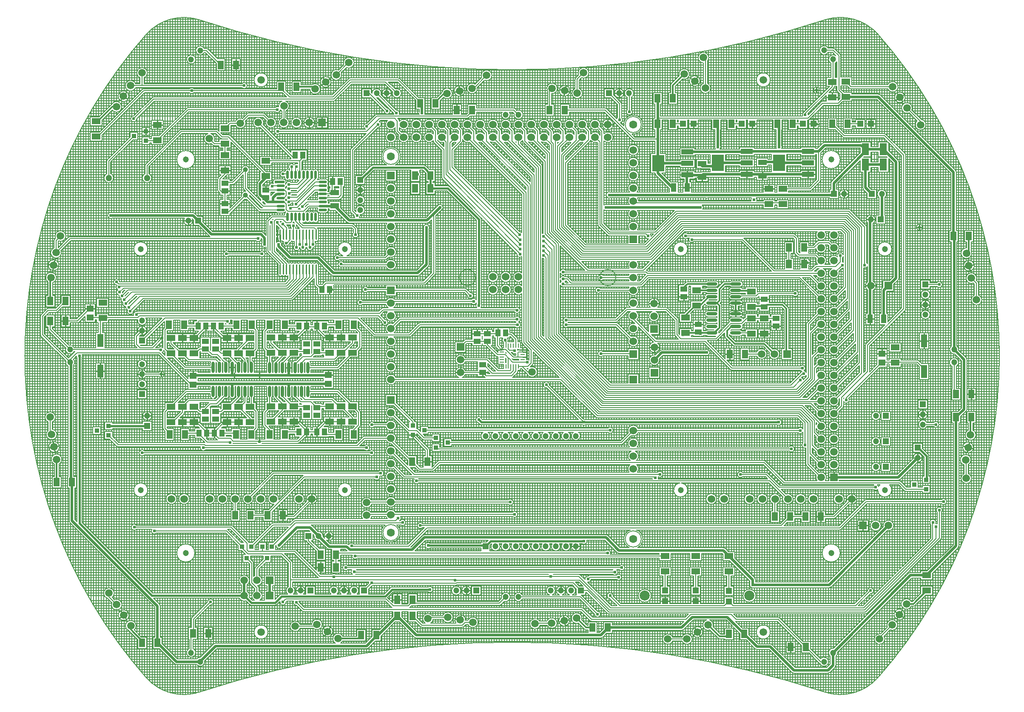
<source format=gtl>
%FSLAX23Y23*%
%MOIN*%
G70*
G01*
G75*
G04 Layer_Physical_Order=1*
G04 Layer_Color=255*
%ADD10C,0.008*%
%ADD11R,0.037X0.035*%
%ADD12R,0.037X0.035*%
%ADD13R,0.045X0.069*%
%ADD14R,0.094X0.039*%
%ADD15R,0.094X0.130*%
%ADD16R,0.047X0.047*%
%ADD17R,0.057X0.094*%
%ADD18R,0.069X0.045*%
%ADD19R,0.043X0.067*%
%ADD20R,0.047X0.047*%
%ADD21R,0.050X0.100*%
%ADD22R,0.055X0.047*%
%ADD23R,0.055X0.043*%
%ADD24R,0.067X0.043*%
%ADD25O,0.087X0.024*%
%ADD26R,0.043X0.055*%
%ADD27O,0.065X0.022*%
%ADD28O,0.022X0.065*%
%ADD29O,0.010X0.083*%
%ADD30R,0.035X0.037*%
%ADD31R,0.035X0.037*%
%ADD32O,0.024X0.087*%
%ADD33C,0.059*%
%ADD34R,0.010X0.035*%
%ADD35R,0.035X0.010*%
%ADD36C,0.010*%
%ADD37C,0.020*%
%ADD38C,0.012*%
%ADD39C,0.015*%
%ADD40C,0.005*%
%ADD41R,0.059X0.059*%
%ADD42R,0.047X0.047*%
%ADD43C,0.047*%
%ADD44R,0.059X0.059*%
%ADD45R,0.047X0.047*%
%ADD46C,0.060*%
%ADD47R,0.060X0.060*%
%ADD48C,0.063*%
%ADD49C,0.039*%
%ADD50C,0.051*%
%ADD51C,0.079*%
%ADD52C,0.024*%
D10*
X3081Y2028D02*
G03*
X3074Y2051I-42J0D01*
G01*
X3025Y2111D02*
G03*
X3018Y2134I-42J0D01*
G01*
X2946Y2095D02*
G03*
X2949Y2088I38J16D01*
G01*
D02*
G03*
X3025Y2111I35J23D01*
G01*
X3074Y2051D02*
G03*
X3005Y2005I-35J-23D01*
G01*
D02*
G03*
X3081Y2028I35J23D01*
G01*
X3018Y2134D02*
G03*
X2946Y2127I-35J-23D01*
G01*
X2885Y2047D02*
G03*
X2869Y2054I-16J-16D01*
G01*
X2885Y2048D02*
G03*
X2869Y2054I-16J-16D01*
G01*
X3133Y1929D02*
G03*
X3137Y1945I-38J16D01*
G01*
D02*
G03*
X3130Y1968I-42J0D01*
G01*
X3060Y1922D02*
G03*
X3111Y1907I35J23D01*
G01*
X3244Y1813D02*
G03*
X3209Y1854I-42J0D01*
G01*
X3174Y1844D02*
G03*
X3244Y1813I28J-31D01*
G01*
X3130Y1968D02*
G03*
X3060Y1922I-35J-23D01*
G01*
X2929Y1739D02*
G03*
X2918Y1744I-11J-11D01*
G01*
X2929Y1739D02*
G03*
X2918Y1744I-11J-11D01*
G01*
X2644Y2100D02*
G03*
X2656Y2095I11J11D01*
G01*
X2644Y2100D02*
G03*
X2656Y2095I11J11D01*
G01*
X2577Y2354D02*
G03*
X2572Y2365I-16J0D01*
G01*
X2577Y2354D02*
G03*
X2572Y2365I-16J0D01*
G01*
X2529Y2409D02*
G03*
X2517Y2414I-11J-11D01*
G01*
X2529Y2409D02*
G03*
X2517Y2414I-11J-11D01*
G01*
X2532Y2295D02*
G03*
X2545Y2307I-16J32D01*
G01*
Y2086D02*
G03*
X2550Y2075I16J0D01*
G01*
X2545Y2086D02*
G03*
X2550Y2075I16J0D01*
G01*
X2521Y2102D02*
G03*
X2526Y2113I-11J11D01*
G01*
X2521Y2102D02*
G03*
X2526Y2113I-11J11D01*
G01*
X2556Y1966D02*
G03*
X2567Y1971I0J16D01*
G01*
X2556Y1966D02*
G03*
X2567Y1971I0J16D01*
G01*
X2591Y1717D02*
G03*
X2602Y1712I11J11D01*
G01*
X2591Y1717D02*
G03*
X2602Y1712I11J11D01*
G01*
X3086Y1576D02*
G03*
X3081Y1587I-16J0D01*
G01*
X3086Y1576D02*
G03*
X3081Y1587I-16J0D01*
G01*
X3032Y1520D02*
G03*
X3026Y1536I-22J0D01*
G01*
X3032Y1520D02*
G03*
X3026Y1536I-22J0D01*
G01*
X3482Y1441D02*
G03*
X3476Y1457I-22J0D01*
G01*
X3482Y1441D02*
G03*
X3475Y1457I-22J0D01*
G01*
X2748Y1320D02*
G03*
X2754Y1304I22J0D01*
G01*
X2748Y1320D02*
G03*
X2754Y1304I22J0D01*
G01*
X2921Y1242D02*
G03*
X2934Y1270I-22J28D01*
G01*
D02*
G03*
X2877Y1242I-36J0D01*
G01*
X2638Y1271D02*
G03*
X2638Y1271I-36J0D01*
G01*
X2869Y2521D02*
G03*
X2450Y2635I-296J-260D01*
G01*
X2537Y2355D02*
G03*
X2490Y2302I-21J-29D01*
G01*
X2470Y2423D02*
G03*
X2420Y2372I-25J-25D01*
G01*
X2490Y2302D02*
G03*
X2500Y2295I25J25D01*
G01*
X2477Y2414D02*
G03*
X2470Y2423I-32J-16D01*
G01*
X2420Y2372D02*
G03*
X2477Y2382I25J25D01*
G01*
X2409Y2085D02*
G03*
X2409Y2085I-24J0D01*
G01*
X2434Y1998D02*
G03*
X2423Y1993I0J-16D01*
G01*
X2434Y1998D02*
G03*
X2423Y1993I0J-16D01*
G01*
X2409Y1818D02*
G03*
X2398Y1838I-24J0D01*
G01*
X2450Y1675D02*
G03*
X2434Y1669I0J-22D01*
G01*
X2450Y1675D02*
G03*
X2434Y1669I0J-22D01*
G01*
X2398Y1798D02*
G03*
X2409Y1818I-13J20D01*
G01*
X2321Y1892D02*
G03*
X2319Y1900I-24J-1D01*
G01*
X2287Y1913D02*
G03*
X2275Y1882I10J-22D01*
G01*
X2327Y1853D02*
G03*
X2330Y1855I-9J13D01*
G01*
X2327Y1853D02*
G03*
X2330Y1855I-9J13D01*
G01*
X2318Y1850D02*
G03*
X2327Y1853I0J16D01*
G01*
X2318Y1850D02*
G03*
X2327Y1853I0J16D01*
G01*
X2024Y2165D02*
G03*
X2024Y2165I-55J0D01*
G01*
X2116Y1638D02*
G03*
X2114Y1648I-24J0D01*
G01*
X2070D02*
G03*
X2071Y1627I22J-10D01*
G01*
X2113D02*
G03*
X2116Y1638I-21J11D01*
G01*
X2572Y1540D02*
G03*
X2572Y1540I-71J0D01*
G01*
X2505Y1372D02*
G03*
X2499Y1356I16J-16D01*
G01*
X2505Y1372D02*
G03*
X2499Y1356I16J-16D01*
G01*
X2413Y1366D02*
G03*
X2418Y1377I-11J11D01*
G01*
X2413Y1366D02*
G03*
X2418Y1377I-11J11D01*
G01*
X2335Y1294D02*
G03*
X2346Y1299I0J16D01*
G01*
X2335Y1294D02*
G03*
X2346Y1299I0J16D01*
G01*
X1919Y1225D02*
G03*
X1914Y1240I-24J0D01*
G01*
X1917Y1216D02*
G03*
X1919Y1225I-22J9D01*
G01*
X1876Y1240D02*
G03*
X1873Y1216I19J-15D01*
G01*
X3562Y848D02*
G03*
X3520Y798I-1J-42D01*
G01*
X3217Y1009D02*
G03*
X3217Y1009I-24J0D01*
G01*
X3621Y716D02*
G03*
X3540Y700I-41J-8D01*
G01*
X3622Y708D02*
G03*
X3621Y716I-42J0D01*
G01*
X3603Y806D02*
G03*
X3602Y814I-42J0D01*
G01*
D02*
G03*
X3598Y825I-41J-8D01*
G01*
X3520Y798D02*
G03*
X3603Y806I41J8D01*
G01*
X3642Y610D02*
G03*
X3641Y618I-42J0D01*
G01*
X3638Y594D02*
G03*
X3642Y610I-38J16D01*
G01*
X3656Y570D02*
G03*
X3651Y581I-16J0D01*
G01*
X3656Y570D02*
G03*
X3651Y581I-16J0D01*
G01*
X3540Y700D02*
G03*
X3622Y708I41J8D01*
G01*
X3641Y618D02*
G03*
X3559Y602I-41J-8D01*
G01*
D02*
G03*
X3616Y572I41J8D01*
G01*
X2829Y1039D02*
G03*
X2847Y1070I-18J31D01*
G01*
X2976Y839D02*
G03*
X2976Y839I-55J0D01*
G01*
X2847Y1070D02*
G03*
X2785Y1046I-36J0D01*
G01*
X2780Y1011D02*
G03*
X2775Y1022I-16J0D01*
G01*
X2651Y1146D02*
G03*
X2640Y1151I-11J-11D01*
G01*
X2651Y1146D02*
G03*
X2640Y1151I-11J-11D01*
G01*
X2780Y1011D02*
G03*
X2775Y1022I-16J0D01*
G01*
X2564Y948D02*
G03*
X2554Y975I-42J0D01*
G01*
X2564Y848D02*
G03*
X2507Y886I-42J0D01*
G01*
X3026Y596D02*
G03*
X3032Y611I-16J16D01*
G01*
X3026Y596D02*
G03*
X3032Y611I-16J16D01*
G01*
X2589Y769D02*
G03*
X2596Y780I-16J18D01*
G01*
X2785Y725D02*
G03*
X2780Y731I-21J-12D01*
G01*
X2596Y794D02*
G03*
X2551Y778I-23J-7D01*
G01*
X2596Y736D02*
G03*
X2589Y737I-8J-23D01*
G01*
X2587Y689D02*
G03*
X2596Y691I1J24D01*
G01*
X2756Y690D02*
G03*
X2785Y701I8J23D01*
G01*
X2564Y648D02*
G03*
X2561Y664I-42J0D01*
G01*
X3372Y560D02*
G03*
X3330Y576I-24J0D01*
G01*
Y544D02*
G03*
X3372Y560I18J16D01*
G01*
X3682Y440D02*
G03*
X3656Y478I-42J0D01*
G01*
X3624D02*
G03*
X3682Y440I16J-38D01*
G01*
X3276Y481D02*
G03*
X3276Y481I-36J0D01*
G01*
Y403D02*
G03*
X3276Y403I-36J0D01*
G01*
X3081Y359D02*
G03*
X3086Y370I-11J11D01*
G01*
X3081Y359D02*
G03*
X3086Y370I-11J11D01*
G01*
X3276Y324D02*
G03*
X3276Y324I-36J0D01*
G01*
X2898Y530D02*
G03*
X2891Y514I16J-16D01*
G01*
X2853Y550D02*
G03*
X2829Y588I-42J0D01*
G01*
Y512D02*
G03*
X2853Y550I-18J38D01*
G01*
X2898Y530D02*
G03*
X2891Y514I16J-16D01*
G01*
X2785Y582D02*
G03*
X2785Y518I26J-32D01*
G01*
X2564Y448D02*
G03*
X2561Y464I-42J0D01*
G01*
X2564Y348D02*
G03*
X2561Y364I-42J0D01*
G01*
X2564Y248D02*
G03*
X2561Y264I-42J0D01*
G01*
X2564Y148D02*
G03*
X2561Y164I-42J0D01*
G01*
X2491Y975D02*
G03*
X2564Y948I31J-27D01*
G01*
X2492Y901D02*
G03*
X2481Y905I-11J-11D01*
G01*
X2492Y901D02*
G03*
X2481Y905I-11J-11D01*
G01*
X2464Y948D02*
G03*
X2454Y975I-42J0D01*
G01*
X2391D02*
G03*
X2464Y948I31J-27D01*
G01*
X2405Y905D02*
G03*
X2394Y901I0J-16D01*
G01*
X2405Y905D02*
G03*
X2394Y901I0J-16D01*
G01*
X2484Y864D02*
G03*
X2564Y848I38J-16D01*
G01*
X2381Y843D02*
G03*
X2464Y848I41J5D01*
G01*
X2551Y778D02*
G03*
X2493Y718I-28J-30D01*
G01*
X2464Y848D02*
G03*
X2455Y873I-42J0D01*
G01*
X2464Y748D02*
G03*
X2407Y786I-42J0D01*
G01*
X2392Y801D02*
G03*
X2380Y806I-11J-11D01*
G01*
X2392Y801D02*
G03*
X2380Y806I-11J-11D01*
G01*
X2366Y834D02*
G03*
X2377Y839I0J16D01*
G01*
X2366Y834D02*
G03*
X2377Y839I0J16D01*
G01*
X2451Y718D02*
G03*
X2464Y748I-29J30D01*
G01*
X2384Y764D02*
G03*
X2393Y718I38J-16D01*
G01*
X2385D02*
G03*
X2374Y713I0J-16D01*
G01*
X2406Y686D02*
G03*
X2384Y664I16J-38D01*
G01*
X2506Y686D02*
G03*
X2564Y648I16J-38D01*
G01*
X2464D02*
G03*
X2439Y686I-42J0D01*
G01*
X2564Y548D02*
G03*
X2564Y548I-42J0D01*
G01*
X2384Y632D02*
G03*
X2464Y648I38J16D01*
G01*
Y548D02*
G03*
X2407Y586I-42J0D01*
G01*
X2384Y564D02*
G03*
X2464Y548I38J-16D01*
G01*
X2385Y718D02*
G03*
X2374Y713I0J-16D01*
G01*
X2338Y733D02*
G03*
X2325Y754I-24J0D01*
G01*
Y712D02*
G03*
X2338Y733I-11J21D01*
G01*
X2219Y953D02*
G03*
X2208Y958I-11J-11D01*
G01*
X2246Y920D02*
G03*
X2241Y931I-16J0D01*
G01*
X2246Y920D02*
G03*
X2241Y931I-16J0D01*
G01*
X2219Y953D02*
G03*
X2208Y958I-11J-11D01*
G01*
X2214Y810D02*
G03*
X2219Y799I16J0D01*
G01*
X2214Y810D02*
G03*
X2219Y799I16J0D01*
G01*
X2239Y779D02*
G03*
X2250Y774I11J11D01*
G01*
X2239Y779D02*
G03*
X2250Y774I11J11D01*
G01*
X1810Y565D02*
G03*
X1786Y589I-24J0D01*
G01*
Y541D02*
G03*
X1810Y565I0J24D01*
G01*
X1806Y528D02*
G03*
X1786Y539I-20J-13D01*
G01*
X2464Y448D02*
G03*
X2407Y486I-42J0D01*
G01*
X2244Y490D02*
G03*
X2202Y506I-24J0D01*
G01*
Y474D02*
G03*
X2244Y490I18J16D01*
G01*
X2538Y486D02*
G03*
X2564Y448I-16J-38D01*
G01*
X2538Y386D02*
G03*
X2564Y348I-16J-38D01*
G01*
X2384Y464D02*
G03*
X2464Y448I38J-16D01*
G01*
Y348D02*
G03*
X2383Y335I-42J0D01*
G01*
X2403Y311D02*
G03*
X2464Y348I19J37D01*
G01*
X2133Y413D02*
G03*
X2120Y418I-13J-13D01*
G01*
X2133Y413D02*
G03*
X2120Y418I-13J-13D01*
G01*
X2168Y370D02*
G03*
X2163Y383I-18J0D01*
G01*
X2168Y370D02*
G03*
X2163Y383I-18J0D01*
G01*
X2538Y286D02*
G03*
X2564Y248I-16J-38D01*
G01*
X2464D02*
G03*
X2381Y244I-42J0D01*
G01*
X2397Y215D02*
G03*
X2464Y248I25J33D01*
G01*
X2538Y186D02*
G03*
X2564Y148I-16J-38D01*
G01*
X2464D02*
G03*
X2464Y148I-42J0D01*
G01*
X2311Y263D02*
G03*
X2306Y252I11J-11D01*
G01*
X2311Y263D02*
G03*
X2306Y252I11J-11D01*
G01*
X1934Y506D02*
G03*
X1923Y501I0J-16D01*
G01*
X1934Y506D02*
G03*
X1923Y501I0J-16D01*
G01*
X1914Y454D02*
G03*
X1926Y459I0J16D01*
G01*
X1914Y454D02*
G03*
X1926Y459I0J16D01*
G01*
X1786Y491D02*
G03*
X1792Y492I0J24D01*
G01*
X1796Y486D02*
G03*
X1786Y489I-10J-21D01*
G01*
Y441D02*
G03*
X1807Y454I0J24D01*
G01*
X1786Y391D02*
G03*
X1810Y415I0J24D01*
G01*
D02*
G03*
X1786Y439I-24J0D01*
G01*
X1810Y330D02*
G03*
X1786Y354I-24J0D01*
G01*
Y306D02*
G03*
X1810Y330I0J24D01*
G01*
X1988Y108D02*
G03*
X1975Y113I-13J-13D01*
G01*
X1988Y108D02*
G03*
X1975Y113I-13J-13D01*
G01*
X1812Y290D02*
G03*
X1787Y304I-22J-10D01*
G01*
X1807Y242D02*
G03*
X1811Y245I-7J14D01*
G01*
X1807Y242D02*
G03*
X1811Y245I-7J14D01*
G01*
X1810Y230D02*
G03*
X1807Y242I-24J0D01*
G01*
X1786Y206D02*
G03*
X1810Y230I0J24D01*
G01*
X1804Y196D02*
G03*
X1786Y204I-18J-16D01*
G01*
Y156D02*
G03*
X1804Y164I0J24D01*
G01*
X1531Y2312D02*
G03*
X1542Y2340I-31J28D01*
G01*
D02*
G03*
X1499Y2298I-42J0D01*
G01*
X1538Y2135D02*
G03*
X1531Y2138I-23J-35D01*
G01*
X1473Y2156D02*
G03*
X1455Y2190I-42J0D01*
G01*
X1557Y2100D02*
G03*
X1538Y2135I-42J0D01*
G01*
X1499Y2138D02*
G03*
X1492Y2065I16J-38D01*
G01*
X1390Y2211D02*
G03*
X1372Y2246I-42J0D01*
G01*
X1335Y2172D02*
G03*
X1390Y2211I14J39D01*
G01*
X1372Y2246D02*
G03*
X1310Y2197I-23J-35D01*
G01*
X1455Y2190D02*
G03*
X1409Y2121I-23J-35D01*
G01*
D02*
G03*
X1473Y2156I23J35D01*
G01*
X1247Y2135D02*
G03*
X1242Y2122I13J-13D01*
G01*
X1247Y2135D02*
G03*
X1242Y2122I13J-13D01*
G01*
X1492Y2065D02*
G03*
X1557Y2100I23J35D01*
G01*
X935Y2029D02*
G03*
X953Y2060I-18J31D01*
G01*
D02*
G03*
X903Y2027I-36J0D01*
G01*
X874Y2060D02*
G03*
X874Y2060I-36J0D01*
G01*
X858Y1978D02*
G03*
X853Y1989I-16J0D01*
G01*
X858Y1978D02*
G03*
X853Y1989I-16J0D01*
G01*
X943Y1914D02*
G03*
X935Y1932I-24J0D01*
G01*
X903D02*
G03*
X943Y1914I16J-18D01*
G01*
X1025Y1815D02*
G03*
X876Y1804I-75J0D01*
G01*
X939Y1741D02*
G03*
X1025Y1815I11J74D01*
G01*
X866Y1852D02*
G03*
X858Y1870I-24J0D01*
G01*
X739Y1940D02*
G03*
X728Y1945I-11J-11D01*
G01*
X739Y1940D02*
G03*
X728Y1945I-11J-11D01*
G01*
X826Y1870D02*
G03*
X819Y1860I16J-18D01*
G01*
X850Y1829D02*
G03*
X866Y1852I-8J23D01*
G01*
X1636Y1638D02*
G03*
X1634Y1648I-24J0D01*
G01*
X1630Y1623D02*
G03*
X1636Y1638I-19J15D01*
G01*
X1590Y1648D02*
G03*
X1593Y1623I22J-10D01*
G01*
X1475Y1473D02*
G03*
X1490Y1467I15J16D01*
G01*
X1495Y1446D02*
G03*
X1481Y1440I0J-22D01*
G01*
X1535Y1284D02*
G03*
X1518Y1285I-10J-22D01*
G01*
X1513Y1241D02*
G03*
X1535Y1240I12J21D01*
G01*
X992Y1615D02*
G03*
X992Y1615I-42J0D01*
G01*
X792Y1715D02*
G03*
X720Y1744I-42J0D01*
G01*
X946Y1689D02*
G03*
X957Y1684I11J11D01*
G01*
X946Y1689D02*
G03*
X957Y1684I11J11D01*
G01*
X992Y1515D02*
G03*
X992Y1515I-42J0D01*
G01*
X1120Y1434D02*
G03*
X1126Y1419I22J1D01*
G01*
X1120Y1434D02*
G03*
X1126Y1419I22J1D01*
G01*
X992Y1415D02*
G03*
X992Y1415I-42J0D01*
G01*
Y1315D02*
G03*
X921Y1285I-42J0D01*
G01*
X979D02*
G03*
X992Y1315I-29J30D01*
G01*
X917Y1241D02*
G03*
X919Y1187I33J-26D01*
G01*
X771Y1285D02*
G03*
X771Y1241I-10J-22D01*
G01*
X602Y2220D02*
G03*
X522Y2204I-42J0D01*
G01*
X544Y2182D02*
G03*
X602Y2220I16J38D01*
G01*
X552Y2060D02*
G03*
X526Y2098I-42J0D01*
G01*
X502Y2019D02*
G03*
X552Y2060I8J41D01*
G01*
X499Y2181D02*
G03*
X494Y2170I11J-11D01*
G01*
X499Y2181D02*
G03*
X494Y2170I11J-11D01*
G01*
X453Y2080D02*
G03*
X420Y2120I-42J0D01*
G01*
X494Y2098D02*
G03*
X502Y2019I16J-38D01*
G01*
X404Y2039D02*
G03*
X453Y2080I8J41D01*
G01*
X420Y2120D02*
G03*
X404Y2039I-8J-41D01*
G01*
X689Y1800D02*
G03*
X692Y1815I-39J15D01*
G01*
X588Y1797D02*
G03*
X592Y1815I-38J18D01*
G01*
X792D02*
G03*
X792Y1815I-42J0D01*
G01*
X692D02*
G03*
X668Y1777I-42J0D01*
G01*
X720Y1763D02*
G03*
X715Y1774I-16J0D01*
G01*
X720Y1763D02*
G03*
X715Y1774I-16J0D01*
G01*
X616Y1762D02*
G03*
X611Y1773I-16J0D01*
G01*
X616Y1762D02*
G03*
X611Y1773I-16J0D01*
G01*
X399Y1883D02*
G03*
X421Y1883I11J21D01*
G01*
X592Y1815D02*
G03*
X564Y1775I-42J0D01*
G01*
X489Y1799D02*
G03*
X492Y1815I-39J16D01*
G01*
D02*
G03*
X466Y1776I-42J0D01*
G01*
X517Y1764D02*
G03*
X512Y1775I-16J0D01*
G01*
X517Y1764D02*
G03*
X512Y1775I-16J0D01*
G01*
X416Y1765D02*
G03*
X411Y1776I-16J0D01*
G01*
X416Y1765D02*
G03*
X411Y1776I-16J0D01*
G01*
X355Y2099D02*
G03*
X322Y2140I-42J0D01*
G01*
X310Y2058D02*
G03*
X355Y2099I4J41D01*
G01*
X322Y2140D02*
G03*
X278Y2078I-8J-41D01*
G01*
X22Y1940D02*
G03*
X11Y1945I-11J-11D01*
G01*
X22Y1940D02*
G03*
X11Y1945I-11J-11D01*
G01*
X86Y1893D02*
G03*
X36Y1926I-36J0D01*
G01*
X15Y1902D02*
G03*
X86Y1893I35J-9D01*
G01*
X-79Y1913D02*
G03*
X-14Y1893I29J-20D01*
G01*
D02*
G03*
X-21Y1913I-36J0D01*
G01*
X392Y1815D02*
G03*
X366Y1776I-42J0D01*
G01*
X292Y1815D02*
G03*
X266Y1776I-42J0D01*
G01*
X389Y1799D02*
G03*
X392Y1815I-39J16D01*
G01*
X289Y1799D02*
G03*
X292Y1815I-39J16D01*
G01*
X189Y1799D02*
G03*
X192Y1815I-39J16D01*
G01*
D02*
G03*
X166Y1776I-42J0D01*
G01*
X321Y1760D02*
G03*
X316Y1771I-16J0D01*
G01*
X321Y1760D02*
G03*
X316Y1771I-16J0D01*
G01*
X216Y1765D02*
G03*
X211Y1776I-16J0D01*
G01*
X216Y1765D02*
G03*
X211Y1776I-16J0D01*
G01*
X116Y1765D02*
G03*
X111Y1776I-16J0D01*
G01*
X116Y1765D02*
G03*
X111Y1776I-16J0D01*
G01*
X89Y1799D02*
G03*
X92Y1815I-39J16D01*
G01*
X-11Y1799D02*
G03*
X-8Y1815I-39J16D01*
G01*
X-111Y1799D02*
G03*
X-108Y1815I-39J16D01*
G01*
X92D02*
G03*
X66Y1776I-42J0D01*
G01*
X16Y1765D02*
G03*
X11Y1776I-16J0D01*
G01*
X16Y1765D02*
G03*
X11Y1776I-16J0D01*
G01*
X-8Y1815D02*
G03*
X-34Y1776I-42J0D01*
G01*
X-84Y1765D02*
G03*
X-89Y1776I-16J0D01*
G01*
X-84Y1765D02*
G03*
X-89Y1776I-16J0D01*
G01*
X688Y1733D02*
G03*
X616Y1740I-38J-18D01*
G01*
X611Y1684D02*
G03*
X616Y1691I-11J11D01*
G01*
X611Y1684D02*
G03*
X616Y1691I-11J11D01*
G01*
X584Y1740D02*
G03*
X517Y1741I-34J-25D01*
G01*
X720Y1686D02*
G03*
X792Y1715I30J29D01*
G01*
X616Y1691D02*
G03*
X666Y1676I34J24D01*
G01*
X534D02*
G03*
X556Y1673I16J39D01*
G01*
X485Y1738D02*
G03*
X416Y1740I-35J-23D01*
G01*
X434Y1676D02*
G03*
X462Y1675I16J39D01*
G01*
X384Y1740D02*
G03*
X321Y1745I-34J-25D01*
G01*
X356Y1673D02*
G03*
X364Y1675I-6J42D01*
G01*
X289Y1731D02*
G03*
X216Y1740I-39J-16D01*
G01*
X229Y1679D02*
G03*
X266Y1676I21J36D01*
G01*
X237Y1489D02*
G03*
X232Y1500I-16J0D01*
G01*
X237Y1489D02*
G03*
X232Y1500I-16J0D01*
G01*
X129Y1679D02*
G03*
X162Y1675I21J36D01*
G01*
X184Y1740D02*
G03*
X116Y1740I-34J-25D01*
G01*
X84Y1685D02*
G03*
X89Y1674I16J0D01*
G01*
X84Y1685D02*
G03*
X89Y1674I16J0D01*
G01*
X66Y1676D02*
G03*
X84Y1690I-16J39D01*
G01*
X29Y1679D02*
G03*
X34Y1676I21J36D01*
G01*
X84Y1740D02*
G03*
X16Y1740I-34J-25D01*
G01*
X-16D02*
G03*
X-84Y1740I-34J-25D01*
G01*
X-62Y1675D02*
G03*
X-38Y1675I12J40D01*
G01*
X-171Y1679D02*
G03*
X-134Y1676I21J36D01*
G01*
X1494Y1151D02*
G03*
X1499Y1165I-19J14D01*
G01*
D02*
G03*
X1490Y1184I-24J0D01*
G01*
X1723Y589D02*
G03*
X1707Y583I0J-24D01*
G01*
X1665D02*
G03*
X1652Y578I0J-18D01*
G01*
X1665Y583D02*
G03*
X1652Y578I0J-18D01*
G01*
X1707Y547D02*
G03*
X1723Y541I16J18D01*
G01*
X1621Y565D02*
G03*
X1597Y589I-24J0D01*
G01*
Y541D02*
G03*
X1621Y565I0J24D01*
G01*
X1612Y538D02*
G03*
X1610Y535I13J-13D01*
G01*
X1610D02*
G03*
X1597Y539I-13J-20D01*
G01*
X1612Y538D02*
G03*
X1610Y535I13J-13D01*
G01*
X1758Y489D02*
G03*
X1752Y489I-3J-24D01*
G01*
X1723Y539D02*
G03*
X1723Y491I0J-24D01*
G01*
X1752Y441D02*
G03*
X1758Y441I3J24D01*
G01*
X1723Y489D02*
G03*
X1723Y441I0J-24D01*
G01*
X1597Y491D02*
G03*
X1607Y493I0J24D01*
G01*
Y487D02*
G03*
X1597Y489I-10J-22D01*
G01*
Y441D02*
G03*
X1607Y443I0J24D01*
G01*
X1603Y438D02*
G03*
X1597Y439I-6J-23D01*
G01*
X1534Y589D02*
G03*
X1518Y583I0J-24D01*
G01*
Y547D02*
G03*
X1534Y541I16J18D01*
G01*
X1570Y539D02*
G03*
X1564Y539I-3J-24D01*
G01*
X1534D02*
G03*
X1518Y533I0J-24D01*
G01*
X1564Y491D02*
G03*
X1570Y491I3J24D01*
G01*
X1518Y497D02*
G03*
X1534Y491I16J18D01*
G01*
Y489D02*
G03*
X1511Y459I0J-24D01*
G01*
X1388Y926D02*
G03*
X1426Y897I20J-13D01*
G01*
X1377Y958D02*
G03*
X1377Y926I-18J-16D01*
G01*
X1376Y839D02*
G03*
X1376Y839I-55J0D01*
G01*
X992Y1216D02*
G03*
X983Y1241I-42J-1D01*
G01*
X1089Y942D02*
G03*
X1084Y957I-24J0D01*
G01*
X1088Y937D02*
G03*
X1089Y942I-23J5D01*
G01*
X1041Y941D02*
G03*
X1070Y919I24J1D01*
G01*
X1375Y583D02*
G03*
X1362Y578I0J-18D01*
G01*
X1375Y583D02*
G03*
X1362Y578I0J-18D01*
G01*
X1062Y668D02*
G03*
X1052Y673I-11J-11D01*
G01*
X1062Y668D02*
G03*
X1052Y673I-11J-11D01*
G01*
X992Y615D02*
G03*
X983Y641I-42J0D01*
G01*
X1012Y541D02*
G03*
X1023Y546I0J16D01*
G01*
X1012Y541D02*
G03*
X1023Y546I0J16D01*
G01*
X1777Y355D02*
G03*
X1771Y371I-24J0D01*
G01*
X1723Y439D02*
G03*
X1723Y391I0J-24D01*
G01*
X1638Y422D02*
G03*
X1643Y435I-13J13D01*
G01*
X1638Y422D02*
G03*
X1643Y435I-13J13D01*
G01*
Y395D02*
G03*
X1638Y408I-18J0D01*
G01*
X1643Y395D02*
G03*
X1638Y408I-18J0D01*
G01*
X1735Y371D02*
G03*
X1729Y354I18J-16D01*
G01*
X1723D02*
G03*
X1723Y306I0J-24D01*
G01*
Y304D02*
G03*
X1703Y267I0J-24D01*
G01*
X1597Y391D02*
G03*
X1603Y392I0J24D01*
G01*
X1511Y408D02*
G03*
X1534Y391I23J7D01*
G01*
X1607Y352D02*
G03*
X1597Y354I-10J-22D01*
G01*
X1534D02*
G03*
X1534Y306I0J-24D01*
G01*
X1597D02*
G03*
X1607Y308I0J24D01*
G01*
Y302D02*
G03*
X1597Y304I-10J-22D01*
G01*
X1534D02*
G03*
X1534Y256I0J-24D01*
G01*
X1688Y251D02*
G03*
X1684Y245I11J-11D01*
G01*
X1688Y251D02*
G03*
X1684Y245I11J-11D01*
G01*
X1720Y206D02*
G03*
X1723Y206I3J24D01*
G01*
X1757Y204D02*
G03*
X1751Y204I-3J-24D01*
G01*
X1723D02*
G03*
X1716Y203I0J-24D01*
G01*
X1638Y209D02*
G03*
X1643Y221I-13J13D01*
G01*
X1638Y209D02*
G03*
X1643Y221I-13J13D01*
G01*
X1621Y181D02*
G03*
X1619Y190I-24J-1D01*
G01*
X1703Y167D02*
G03*
X1723Y156I20J13D01*
G01*
X1751D02*
G03*
X1757Y156I3J24D01*
G01*
X1667Y155D02*
G03*
X1672Y142I18J0D01*
G01*
X1667Y155D02*
G03*
X1672Y142I18J0D01*
G01*
X1598Y120D02*
G03*
X1609Y125I0J16D01*
G01*
X1598Y120D02*
G03*
X1609Y125I0J16D01*
G01*
X1597Y256D02*
G03*
X1607Y258I0J24D01*
G01*
Y252D02*
G03*
X1597Y254I-10J-22D01*
G01*
X1534D02*
G03*
X1534Y206I0J-24D01*
G01*
Y204D02*
G03*
X1518Y198I0J-24D01*
G01*
X1518Y162D02*
G03*
X1534Y156I16J18D01*
G01*
X1220Y376D02*
G03*
X1209Y381I-11J-11D01*
G01*
X1154Y411D02*
G03*
X1083Y381I-42J0D01*
G01*
X1141D02*
G03*
X1154Y411I-29J30D01*
G01*
X1220Y376D02*
G03*
X1209Y381I-11J-11D01*
G01*
X1095Y349D02*
G03*
X1154Y311I17J-38D01*
G01*
D02*
G03*
X1129Y349I-42J0D01*
G01*
X1307Y283D02*
G03*
X1302Y294I-16J0D01*
G01*
X1307Y283D02*
G03*
X1302Y294I-16J0D01*
G01*
X1466Y154D02*
G03*
X1475Y152I9J22D01*
G01*
D02*
G03*
X1484Y154I0J24D01*
G01*
X992Y215D02*
G03*
X990Y227I-42J0D01*
G01*
X1275Y168D02*
G03*
X1280Y157I16J0D01*
G01*
X1275Y168D02*
G03*
X1280Y157I16J0D01*
G01*
X992Y1115D02*
G03*
X981Y1143I-42J0D01*
G01*
X919D02*
G03*
X992Y1115I31J-28D01*
G01*
Y1015D02*
G03*
X917Y989I-42J0D01*
G01*
X983D02*
G03*
X992Y1015I-33J26D01*
G01*
X749Y946D02*
G03*
X760Y941I11J11D01*
G01*
X749Y946D02*
G03*
X760Y941I11J11D01*
G01*
X745Y1187D02*
G03*
X720Y1184I-10J-22D01*
G01*
Y1146D02*
G03*
X745Y1143I15J19D01*
G01*
X672Y1029D02*
G03*
X677Y1018I16J0D01*
G01*
X672Y1029D02*
G03*
X677Y1018I16J0D01*
G01*
X992Y715D02*
G03*
X982Y742I-42J0D01*
G01*
X918D02*
G03*
X917Y689I32J-27D01*
G01*
X983D02*
G03*
X992Y715I-33J26D01*
G01*
X983Y589D02*
G03*
X992Y615I-33J26D01*
G01*
X917Y641D02*
G03*
X911Y631I33J-26D01*
G01*
Y599D02*
G03*
X917Y589I39J16D01*
G01*
X715Y631D02*
G03*
X715Y599I-18J-16D01*
G01*
X244Y963D02*
G03*
X237Y961I2J-24D01*
G01*
X419Y673D02*
G03*
X377Y666I-19J-14D01*
G01*
X237Y767D02*
G03*
X247Y765I9J22D01*
G01*
X77Y968D02*
G03*
X58Y975I-17J-17D01*
G01*
X37Y802D02*
G03*
X77Y780I24J-4D01*
G01*
X443Y615D02*
G03*
X432Y620I-11J-11D01*
G01*
X443Y615D02*
G03*
X432Y620I-11J-11D01*
G01*
X418D02*
G03*
X377Y611I-18J-16D01*
G01*
X422Y573D02*
G03*
X414Y585I-23J-7D01*
G01*
D02*
G03*
X418Y588I-14J19D01*
G01*
X377Y597D02*
G03*
X385Y585I23J7D01*
G01*
X402Y542D02*
G03*
X408Y541I6J15D01*
G01*
X402Y542D02*
G03*
X408Y541I6J15D01*
G01*
X385Y585D02*
G03*
X377Y576I14J-19D01*
G01*
Y556D02*
G03*
X402Y542I22J10D01*
G01*
X377Y652D02*
G03*
X416Y641I23J7D01*
G01*
X77Y652D02*
G03*
X77Y588I-27J-32D01*
G01*
X-8Y620D02*
G03*
X-8Y620I-42J0D01*
G01*
X992Y515D02*
G03*
X983Y541I-42J0D01*
G01*
X911Y500D02*
G03*
X992Y515I39J15D01*
G01*
Y415D02*
G03*
X925Y381I-42J0D01*
G01*
X917Y541D02*
G03*
X912Y532I33J-26D01*
G01*
X975Y381D02*
G03*
X992Y415I-25J34D01*
G01*
Y315D02*
G03*
X975Y349I-42J0D01*
G01*
X925D02*
G03*
X944Y273I25J-34D01*
G01*
X900Y381D02*
G03*
X889Y376I0J-16D01*
G01*
X900Y381D02*
G03*
X889Y376I0J-16D01*
G01*
X694Y532D02*
G03*
X694Y500I-18J-16D01*
G01*
X978Y284D02*
G03*
X992Y315I-28J31D01*
G01*
X831Y256D02*
G03*
X820Y261I-11J-11D01*
G01*
X831Y256D02*
G03*
X820Y261I-11J-11D01*
G01*
X816Y265D02*
G03*
X827Y270I0J16D01*
G01*
X816Y265D02*
G03*
X827Y270I0J16D01*
G01*
X962Y255D02*
G03*
X992Y215I-12J-40D01*
G01*
Y115D02*
G03*
X934Y154I-42J0D01*
G01*
X441Y297D02*
G03*
X407Y263I-18J-16D01*
G01*
X438Y263D02*
G03*
X441Y265I-15J18D01*
G01*
X407Y263D02*
G03*
X440Y229I15J-18D01*
G01*
X63Y358D02*
G03*
X27Y379I-24J0D01*
G01*
X51Y266D02*
G03*
X64Y288I-11J22D01*
G01*
D02*
G03*
X22Y304I-24J0D01*
G01*
X66Y244D02*
G03*
X51Y266I-24J0D01*
G01*
X24Y228D02*
G03*
X66Y244I18J16D01*
G01*
X22Y272D02*
G03*
X31Y266I18J16D01*
G01*
Y266D02*
G03*
X24Y260I11J-22D01*
G01*
X77Y552D02*
G03*
X77Y488I-27J-32D01*
G01*
X-8Y520D02*
G03*
X-8Y520I-42J0D01*
G01*
X18Y347D02*
G03*
X63Y358I21J11D01*
G01*
X1Y181D02*
G03*
X-10Y186I-11J-11D01*
G01*
X1Y181D02*
G03*
X-10Y186I-11J-11D01*
G01*
X46Y130D02*
G03*
X41Y142I-16J0D01*
G01*
X46Y130D02*
G03*
X41Y142I-16J0D01*
G01*
X-31Y125D02*
G03*
X-37Y140I-24J0D01*
G01*
X-73D02*
G03*
X-66Y104I18J-15D01*
G01*
X-34Y114D02*
G03*
X-31Y125I-21J11D01*
G01*
X3565Y-28D02*
G03*
X3559Y-13I-22J0D01*
G01*
X3565Y-28D02*
G03*
X3559Y-13I-22J0D01*
G01*
X3500Y50D02*
G03*
X3487Y78I-36J0D01*
G01*
X3500Y46D02*
G03*
X3500Y50I-35J4D01*
G01*
X3481Y-82D02*
G03*
X3500Y-50I-16J32D01*
G01*
X3443Y78D02*
G03*
X3469Y15I22J-28D01*
G01*
X3819Y0D02*
G03*
X2869Y2521I-3819J0D01*
G01*
X3500Y-50D02*
G03*
X3449Y-82I-36J0D01*
G01*
X3559Y-433D02*
G03*
X3565Y-417I-16J16D01*
G01*
X3559Y-433D02*
G03*
X3565Y-417I-16J16D01*
G01*
X2774Y96D02*
G03*
X2769Y85I11J-11D01*
G01*
X2774Y96D02*
G03*
X2769Y85I11J-11D01*
G01*
X3186Y-36D02*
G03*
X3175Y-31I-11J-11D01*
G01*
X3186Y-36D02*
G03*
X3175Y-31I-11J-11D01*
G01*
X2643Y-345D02*
G03*
X2639Y-331I-24J0D01*
G01*
X2598Y-356D02*
G03*
X2643Y-345I21J11D01*
G01*
X2601Y-329D02*
G03*
X2598Y-334I18J-16D01*
G01*
X2593Y-404D02*
G03*
X2598Y-393I-11J11D01*
G01*
X2593Y-404D02*
G03*
X2598Y-393I-11J11D01*
G01*
X3636Y-619D02*
G03*
X3612Y-581I-42J0D01*
G01*
X3635Y-627D02*
G03*
X3636Y-619I-41J8D01*
G01*
X3576Y-581D02*
G03*
X3553Y-611I18J-37D01*
G01*
D02*
G03*
X3635Y-627I41J-8D01*
G01*
X3346Y-537D02*
G03*
X3304Y-521I-24J0D01*
G01*
X2869Y-2521D02*
G03*
X3819Y0I-2869J2521D01*
G01*
X3304Y-553D02*
G03*
X3346Y-537I18J16D01*
G01*
X3616Y-717D02*
G03*
X3534Y-709I-42J0D01*
G01*
D02*
G03*
X3615Y-725I41J-8D01*
G01*
D02*
G03*
X3616Y-717I-41J8D01*
G01*
X3596Y-823D02*
G03*
X3597Y-815I-41J8D01*
G01*
X3576Y-851D02*
G03*
X3596Y-823I-21J36D01*
G01*
X3602Y-960D02*
G03*
X3576Y-922I-42J0D01*
G01*
X3597Y-815D02*
G03*
X3514Y-807I-42J0D01*
G01*
D02*
G03*
X3544Y-855I41J-8D01*
G01*
Y-922D02*
G03*
X3602Y-960I16J-38D01*
G01*
X3256Y-459D02*
G03*
X3256Y-459I-36J0D01*
G01*
X3252Y-521D02*
G03*
X3252Y-553I-32J-16D01*
G01*
X2887Y-470D02*
G03*
X2887Y-470I-36J0D01*
G01*
Y-670D02*
G03*
X2887Y-670I-36J0D01*
G01*
X3267Y-785D02*
G03*
X3262Y-771I-20J0D01*
G01*
X3267Y-785D02*
G03*
X3262Y-771I-20J0D01*
G01*
X3176Y-834D02*
G03*
X3215Y-799I3J35D01*
G01*
D02*
G03*
X3144Y-804I-36J0D01*
G01*
X2887Y-870D02*
G03*
X2887Y-870I-36J0D01*
G01*
X3027Y-974D02*
G03*
X3042Y-968I0J22D01*
G01*
X3027Y-974D02*
G03*
X3042Y-968I0J22D01*
G01*
X2564Y48D02*
G03*
X2561Y64I-42J0D01*
G01*
X2538Y86D02*
G03*
X2564Y48I-16J-38D01*
G01*
Y-52D02*
G03*
X2561Y-36I-42J0D01*
G01*
X2538Y-14D02*
G03*
X2564Y-52I-16J-38D01*
G01*
Y-152D02*
G03*
X2561Y-137I-42J0D01*
G01*
X2538Y-114D02*
G03*
X2564Y-152I-16J-38D01*
G01*
X2464Y48D02*
G03*
X2382Y39I-42J0D01*
G01*
X2400Y13D02*
G03*
X2464Y48I22J35D01*
G01*
X2400Y-87D02*
G03*
X2464Y-52I22J35D01*
G01*
D02*
G03*
X2382Y-61I-42J0D01*
G01*
X2464Y-152D02*
G03*
X2386Y-132I-42J0D01*
G01*
X2411Y-192D02*
G03*
X2464Y-152I11J40D01*
G01*
X2564Y-252D02*
G03*
X2561Y-237I-42J0D01*
G01*
X2538Y-214D02*
G03*
X2564Y-252I-16J-38D01*
G01*
Y-352D02*
G03*
X2561Y-337I-42J0D01*
G01*
X2538Y-314D02*
G03*
X2564Y-352I-16J-38D01*
G01*
Y-452D02*
G03*
X2561Y-436I-42J0D01*
G01*
X2464Y-252D02*
G03*
X2381Y-254I-42J0D01*
G01*
X2396Y-284D02*
G03*
X2464Y-252I27J32D01*
G01*
Y-352D02*
G03*
X2382Y-341I-42J0D01*
G01*
X2386Y-373D02*
G03*
X2464Y-352I36J21D01*
G01*
Y-452D02*
G03*
X2407Y-414I-42J0D01*
G01*
X2016Y29D02*
G03*
X2097Y15I39J-14D01*
G01*
D02*
G03*
X2041Y54I-42J0D01*
G01*
X1917Y-1D02*
G03*
X1997Y15I38J16D01*
G01*
D02*
G03*
X1917Y31I-42J0D01*
G01*
X2306Y-128D02*
G03*
X2288Y-116I-21J-12D01*
G01*
Y-116D02*
G03*
X2299Y-96I-13J20D01*
G01*
X2272Y-120D02*
G03*
X2263Y-130I13J-20D01*
G01*
X2276Y-162D02*
G03*
X2306Y-152I9J22D01*
G01*
X2283Y-184D02*
G03*
X2270Y-168I-23J-6D01*
G01*
X2299Y-96D02*
G03*
X2257Y-80I-24J0D01*
G01*
Y-112D02*
G03*
X2272Y-120I18J16D01*
G01*
X2538Y-414D02*
G03*
X2564Y-452I-16J-38D01*
G01*
Y-552D02*
G03*
X2564Y-552I-42J0D01*
G01*
Y-652D02*
G03*
X2564Y-652I-42J0D01*
G01*
Y-752D02*
G03*
X2564Y-752I-42J0D01*
G01*
X2384Y-436D02*
G03*
X2464Y-452I38J-16D01*
G01*
Y-552D02*
G03*
X2419Y-511I-42J0D01*
G01*
X2384Y-568D02*
G03*
X2464Y-552I38J16D01*
G01*
X2390Y-527D02*
G03*
X2384Y-537I33J-25D01*
G01*
X2464Y-652D02*
G03*
X2407Y-614I-42J0D01*
G01*
X2384Y-636D02*
G03*
X2464Y-652I38J-16D01*
G01*
Y-752D02*
G03*
X2396Y-720I-42J0D01*
G01*
X2564Y-852D02*
G03*
X2564Y-852I-42J0D01*
G01*
X2455Y-978D02*
G03*
X2464Y-952I-33J26D01*
G01*
X2381Y-751D02*
G03*
X2464Y-752I41J-2D01*
G01*
Y-852D02*
G03*
X2407Y-814I-42J0D01*
G01*
X2384Y-836D02*
G03*
X2464Y-852I38J-16D01*
G01*
Y-952D02*
G03*
X2407Y-914I-42J0D01*
G01*
X2384Y-936D02*
G03*
X2390Y-978I38J-16D01*
G01*
X2114Y-519D02*
G03*
X2076Y-500I-24J0D01*
G01*
Y-539D02*
G03*
X2114Y-519I14J20D01*
G01*
X2279Y-572D02*
G03*
X2241Y-569I-20J-13D01*
G01*
Y-601D02*
G03*
X2279Y-598I18J16D01*
G01*
Y-680D02*
G03*
X2304Y-720I16J-18D01*
G01*
X2172Y-746D02*
G03*
X2213Y-729I17J17D01*
G01*
X2304Y-850D02*
G03*
X2309Y-861I16J0D01*
G01*
X2304Y-850D02*
G03*
X2309Y-861I16J0D01*
G01*
X2213Y-729D02*
G03*
X2170Y-714I-24J0D01*
G01*
X2004Y-919D02*
G03*
X1993Y-914I-11J-11D01*
G01*
X2004Y-919D02*
G03*
X1993Y-914I-11J-11D01*
G01*
X1987Y-825D02*
G03*
X1976Y-820I-11J-11D01*
G01*
X1987Y-825D02*
G03*
X1976Y-820I-11J-11D01*
G01*
X3406Y-1142D02*
G03*
X3364Y-1126I-24J0D01*
G01*
Y-1158D02*
G03*
X3406Y-1142I18J16D01*
G01*
X3075Y-1057D02*
G03*
X3086Y-1061I11J11D01*
G01*
X3075Y-1057D02*
G03*
X3086Y-1061I11J11D01*
G01*
X3365Y-1226D02*
G03*
X3372Y-1209I-17J17D01*
G01*
X3496Y-1506D02*
G03*
X3502Y-1490I-16J16D01*
G01*
X3495Y-1506D02*
G03*
X3502Y-1490I-16J16D01*
G01*
X3372Y-1209D02*
G03*
X3333Y-1228I-24J0D01*
G01*
Y-1316D02*
G03*
X3320Y-1313I-12J-21D01*
G01*
D02*
G03*
X3322Y-1304I-22J9D01*
G01*
D02*
G03*
X3281Y-1321I-24J0D01*
G01*
X3360Y-1439D02*
G03*
X3365Y-1428I-11J11D01*
G01*
X3360Y-1439D02*
G03*
X3365Y-1428I-11J11D01*
G01*
X3046Y-983D02*
G03*
X3035Y-978I-11J-11D01*
G01*
X3046Y-983D02*
G03*
X3035Y-978I-11J-11D01*
G01*
X2884Y-1010D02*
G03*
X2873Y-1024I37J-41D01*
G01*
D02*
G03*
X2863Y-1010I-23J-6D01*
G01*
X2837D02*
G03*
X2832Y-1014I13J-20D01*
G01*
X2976Y-1051D02*
G03*
X2958Y-1010I-55J0D01*
G01*
X2866Y-1048D02*
G03*
X2976Y-1051I55J-3D01*
G01*
X2832Y-1046D02*
G03*
X2866Y-1048I18J16D01*
G01*
X2703Y-1121D02*
G03*
X2622Y-1137I-42J0D01*
G01*
X2775Y-1126D02*
G03*
X2764Y-1131I0J-16D01*
G01*
X2775Y-1126D02*
G03*
X2764Y-1131I0J-16D01*
G01*
X2992Y-1330D02*
G03*
X2910Y-1339I-42J0D01*
G01*
X2941Y-1370D02*
G03*
X2992Y-1330I9J40D01*
G01*
X2892D02*
G03*
X2892Y-1330I-42J0D01*
G01*
X2645Y-1160D02*
G03*
X2703Y-1121I16J39D01*
G01*
X2569Y-1364D02*
G03*
X2580Y-1359I0J16D01*
G01*
X2569Y-1364D02*
G03*
X2580Y-1359I0J16D01*
G01*
X3123Y-1698D02*
G03*
X3107Y-1704I0J-22D01*
G01*
X3123Y-1698D02*
G03*
X3107Y-1704I0J-22D01*
G01*
X3146Y-1962D02*
G03*
X3159Y-1956I0J18D01*
G01*
X3146Y-1962D02*
G03*
X3159Y-1956I0J18D01*
G01*
X3126Y-1967D02*
G03*
X3129Y-1962I-35J23D01*
G01*
Y-1926D02*
G03*
X3057Y-1921I-37J-18D01*
G01*
D02*
G03*
X3126Y-1967I35J-23D01*
G01*
X3077Y-2027D02*
G03*
X3001Y-2004I-42J0D01*
G01*
X3070Y-2050D02*
G03*
X3077Y-2027I-35J23D01*
G01*
X3001Y-2004D02*
G03*
X3070Y-2050I35J-23D01*
G01*
X2809Y-1864D02*
G03*
X2834Y-1840I1J24D01*
G01*
D02*
G03*
X2786Y-1841I-24J0D01*
G01*
X3015Y-2133D02*
G03*
X3022Y-2110I-35J23D01*
G01*
X2964Y-2148D02*
G03*
X3015Y-2133I16J38D01*
G01*
X3022Y-2110D02*
G03*
X2945Y-2087I-42J0D01*
G01*
D02*
G03*
X2942Y-2126I35J-23D01*
G01*
X2922Y-2220D02*
G03*
X2915Y-2198I-42J0D01*
G01*
X2888Y-2179D02*
G03*
X2922Y-2220I-8J-41D01*
G01*
X2770Y-2023D02*
G03*
X2781Y-2018I0J16D01*
G01*
X2770Y-2023D02*
G03*
X2781Y-2018I0J16D01*
G01*
X2603Y-1121D02*
G03*
X2603Y-1121I-42J0D01*
G01*
X2403D02*
G03*
X2403Y-1121I-42J0D01*
G01*
X2303D02*
G03*
X2303Y-1121I-42J0D01*
G01*
X2522Y-1276D02*
G03*
X2534Y-1271I0J16D01*
G01*
X2522Y-1276D02*
G03*
X2534Y-1271I0J16D01*
G01*
X2572Y-1545D02*
G03*
X2572Y-1545I-71J0D01*
G01*
X2123Y-1005D02*
G03*
X2134Y-1010I11J11D01*
G01*
X2123Y-1005D02*
G03*
X2134Y-1010I11J11D01*
G01*
X2203Y-1121D02*
G03*
X2145Y-1082I-42J0D01*
G01*
X2122Y-1105D02*
G03*
X2203Y-1121I39J-16D01*
G01*
X2103D02*
G03*
X2044Y-1159I-42J0D01*
G01*
X2003Y-1121D02*
G03*
X2003Y-1121I-42J0D01*
G01*
X2076Y-1160D02*
G03*
X2103Y-1121I-15J39D01*
G01*
X1903D02*
G03*
X1903Y-1121I-42J0D01*
G01*
X1908Y-1756D02*
G03*
X1902Y-1740I-22J0D01*
G01*
X1908Y-1756D02*
G03*
X1902Y-1740I-22J0D01*
G01*
X2485Y-1817D02*
G03*
X2501Y-1811I0J22D01*
G01*
X2485Y-1817D02*
G03*
X2501Y-1811I0J22D01*
G01*
X2520Y-2291D02*
G03*
X2490Y-2302I-4J-35D01*
G01*
D02*
G03*
X2494Y-2355I25J-25D01*
G01*
X2551Y-2327D02*
G03*
X2551Y-2323I-36J0D01*
G01*
X2541Y-2352D02*
G03*
X2551Y-2327I-25J25D01*
G01*
X2538Y-2355D02*
G03*
X2541Y-2352I-22J28D01*
G01*
X2481Y-2398D02*
G03*
X2420Y-2372I-36J0D01*
G01*
X2470Y-2423D02*
G03*
X2481Y-2398I-25J25D01*
G01*
X2531Y-2441D02*
G03*
X2538Y-2425I-16J16D01*
G01*
X2531Y-2441D02*
G03*
X2538Y-2425I-16J16D01*
G01*
X2450Y-2635D02*
G03*
X2869Y-2521I123J374D01*
G01*
X2476Y-2487D02*
G03*
X2492Y-2481I0J22D01*
G01*
X2476Y-2487D02*
G03*
X2492Y-2481I0J22D01*
G01*
X2407Y-2409D02*
G03*
X2413Y-2413I11J11D01*
G01*
X2407Y-2409D02*
G03*
X2413Y-2413I11J11D01*
G01*
D02*
G03*
X2470Y-2423I32J15D01*
G01*
X2098Y-2055D02*
G03*
X2087Y-2050I-11J-11D01*
G01*
X2098Y-2055D02*
G03*
X2087Y-2050I-11J-11D01*
G01*
X1911Y-1880D02*
G03*
X1911Y-1880I-51J0D01*
G01*
X1864Y-1785D02*
G03*
X1896Y-1817I22J-10D01*
G01*
X1911Y-1880D02*
G03*
X1911Y-1880I-51J0D01*
G01*
X2024Y-2165D02*
G03*
X2024Y-2165I-55J0D01*
G01*
X2040Y-2264D02*
G03*
X2024Y-2258I-16J-16D01*
G01*
X2040Y-2264D02*
G03*
X2024Y-2258I-16J-16D01*
G01*
X2193Y-2481D02*
G03*
X2209Y-2487I16J16D01*
G01*
X2193Y-2481D02*
G03*
X2209Y-2487I16J16D01*
G01*
X1904Y-2296D02*
G03*
X1920Y-2302I16J16D01*
G01*
X1904Y-2296D02*
G03*
X1920Y-2302I16J16D01*
G01*
X1732Y82D02*
G03*
X1745Y77I13J13D01*
G01*
X1732Y82D02*
G03*
X1745Y77I13J13D01*
G01*
X1549Y27D02*
G03*
X1515Y49I-24J0D01*
G01*
Y5D02*
G03*
X1549Y27I10J22D01*
G01*
X1712Y-107D02*
G03*
X1723Y-112I11J11D01*
G01*
X1712Y-107D02*
G03*
X1723Y-112I11J11D01*
G01*
X1174Y49D02*
G03*
X1158Y43I0J-22D01*
G01*
X1174Y49D02*
G03*
X1158Y43I0J-22D01*
G01*
X1157Y68D02*
G03*
X1141Y100I-42J0D01*
G01*
X1108Y109D02*
G03*
X1157Y68I7J-41D01*
G01*
Y-32D02*
G03*
X1155Y-23I-42J0D01*
G01*
X1124Y8D02*
G03*
X1157Y-32I-9J-40D01*
G01*
X911Y131D02*
G03*
X992Y115I39J-16D01*
G01*
X1808Y-914D02*
G03*
X1808Y-946I-18J-16D01*
G01*
X1703Y-1121D02*
G03*
X1703Y-1121I-42J0D01*
G01*
X1376Y-1051D02*
G03*
X1326Y-996I-55J0D01*
G01*
X1603Y-1121D02*
G03*
X1603Y-1121I-42J0D01*
G01*
X1316Y-996D02*
G03*
X1376Y-1051I5J-55D01*
G01*
X934Y-624D02*
G03*
X989Y-601I16J39D01*
G01*
X980Y-714D02*
G03*
X992Y-685I-30J29D01*
G01*
Y-785D02*
G03*
X966Y-746I-42J0D01*
G01*
X989Y-569D02*
G03*
X911Y-601I-39J-16D01*
G01*
X792Y-582D02*
G03*
X750Y-566I-24J0D01*
G01*
Y-598D02*
G03*
X792Y-582I18J16D01*
G01*
X992Y-685D02*
G03*
X920Y-714I-42J0D01*
G01*
X855Y-696D02*
G03*
X866Y-691I0J16D01*
G01*
X855Y-696D02*
G03*
X866Y-691I0J16D01*
G01*
X1146Y-948D02*
G03*
X1182Y-927I12J21D01*
G01*
X1147Y-955D02*
G03*
X1146Y-948I-24J0D01*
G01*
X1182Y-927D02*
G03*
X1140Y-911I-24J0D01*
G01*
X983D02*
G03*
X992Y-885I-33J26D01*
G01*
X1145Y-964D02*
G03*
X1147Y-955I-22J9D01*
G01*
X973Y-820D02*
G03*
X992Y-785I-23J35D01*
G01*
X934Y-746D02*
G03*
X927Y-820I16J-39D01*
G01*
X992Y-885D02*
G03*
X976Y-852I-42J0D01*
G01*
X924D02*
G03*
X917Y-911I26J-33D01*
G01*
X713Y34D02*
G03*
X713Y2I-18J-16D01*
G01*
X161Y-66D02*
G03*
X166Y-55I-11J11D01*
G01*
X161Y-66D02*
G03*
X166Y-55I-11J11D01*
G01*
X134Y-31D02*
G03*
X111Y-28I-14J-19D01*
G01*
X198Y-125D02*
G03*
X142Y-86I-42J0D01*
G01*
X117Y-140D02*
G03*
X198Y-125I39J15D01*
G01*
X125Y-97D02*
G03*
X122Y-102I31J-28D01*
G01*
X111Y-136D02*
G03*
X117Y-140I11J11D01*
G01*
X111Y-136D02*
G03*
X117Y-140I11J11D01*
G01*
X657Y-480D02*
G03*
X668Y-485I11J11D01*
G01*
X657Y-480D02*
G03*
X668Y-485I11J11D01*
G01*
X575Y-500D02*
G03*
X560Y-495I-14J-20D01*
G01*
X547Y-539D02*
G03*
X575Y-539I14J20D01*
G01*
X292Y-226D02*
G03*
X269Y-250I-24J0D01*
G01*
X77Y106D02*
G03*
X82Y95I16J0D01*
G01*
X77Y106D02*
G03*
X82Y95I16J0D01*
G01*
X44Y44D02*
G03*
X41Y52I-24J-4D01*
G01*
X50Y46D02*
G03*
X44Y44I0J-16D01*
G01*
X50Y46D02*
G03*
X44Y44I0J-16D01*
G01*
X-1Y29D02*
G03*
X29Y18I21J11D01*
G01*
X-131Y80D02*
G03*
X-127Y69I16J0D01*
G01*
X-131Y80D02*
G03*
X-127Y69I16J0D01*
G01*
X-46Y23D02*
G03*
X-52Y26I-9J-13D01*
G01*
X-46Y23D02*
G03*
X-52Y26I-9J-13D01*
G01*
X-126Y-1D02*
G03*
X-115Y-6I11J11D01*
G01*
X-126Y-1D02*
G03*
X-115Y-6I11J11D01*
G01*
X0Y-23D02*
G03*
X10Y-26I9J13D01*
G01*
X0Y-23D02*
G03*
X10Y-26I9J13D01*
G01*
X41Y-131D02*
G03*
X46Y-120I-11J11D01*
G01*
X41Y-131D02*
G03*
X46Y-120I-11J11D01*
G01*
X3Y-169D02*
G03*
X6Y-166I-8J14D01*
G01*
X3Y-169D02*
G03*
X6Y-166I-8J14D01*
G01*
X536Y-627D02*
G03*
X520Y-598I-36J0D01*
G01*
X480D02*
G03*
X536Y-627I20J-29D01*
G01*
X457D02*
G03*
X442Y-598I-36J0D01*
G01*
X378Y-627D02*
G03*
X363Y-598I-36J0D01*
G01*
X300Y-627D02*
G03*
X284Y-598I-36J0D01*
G01*
X401D02*
G03*
X457Y-627I20J-29D01*
G01*
X322Y-598D02*
G03*
X378Y-627I20J-29D01*
G01*
X244Y-598D02*
G03*
X300Y-627I20J-29D01*
G01*
X221D02*
G03*
X206Y-598I-36J0D01*
G01*
X165D02*
G03*
X221Y-627I20J-29D01*
G01*
X142D02*
G03*
X127Y-598I-36J0D01*
G01*
X86D02*
G03*
X142Y-627I20J-29D01*
G01*
X63D02*
G03*
X48Y-598I-36J0D01*
G01*
X-15Y-627D02*
G03*
X-31Y-598I-36J0D01*
G01*
X-94Y-627D02*
G03*
X-109Y-598I-36J0D01*
G01*
X7D02*
G03*
X63Y-627I20J-29D01*
G01*
X-71Y-598D02*
G03*
X-15Y-627I20J-29D01*
G01*
X-150Y-598D02*
G03*
X-94Y-627I20J-29D01*
G01*
X1671Y-1509D02*
G03*
X1655Y-1503I-16J-16D01*
G01*
X1671Y-1509D02*
G03*
X1655Y-1503I-16J-16D01*
G01*
X1025Y-1435D02*
G03*
X974Y-1364I-75J0D01*
G01*
X982Y-1503D02*
G03*
X1025Y-1435I-32J68D01*
G01*
X751Y-1407D02*
G03*
X735Y-1401I-16J-16D01*
G01*
X751Y-1407D02*
G03*
X735Y-1401I-16J-16D01*
G01*
X926Y-1364D02*
G03*
X918Y-1503I24J-71D01*
G01*
X821Y-1541D02*
G03*
X837Y-1547I16J16D01*
G01*
X821Y-1541D02*
G03*
X837Y-1547I16J16D01*
G01*
X772Y-1545D02*
G03*
X730Y-1529I-24J0D01*
G01*
X770Y-1554D02*
G03*
X772Y-1545I-22J9D01*
G01*
X884Y-1660D02*
G03*
X842Y-1644I-24J0D01*
G01*
Y-1676D02*
G03*
X884Y-1660I18J16D01*
G01*
X829Y-1695D02*
G03*
X820Y-1676I-24J0D01*
G01*
X805Y-1719D02*
G03*
X829Y-1695I0J24D01*
G01*
X790Y-1676D02*
G03*
X787Y-1679I15J-19D01*
G01*
X859Y-1735D02*
G03*
X817Y-1719I-24J0D01*
G01*
X787Y-1711D02*
G03*
X805Y-1719I18J16D01*
G01*
X817Y-1751D02*
G03*
X859Y-1735I18J16D01*
G01*
X792Y-1883D02*
G03*
X792Y-1880I-24J3D01*
G01*
D02*
G03*
X767Y-1904I-24J0D01*
G01*
X1752Y-2081D02*
G03*
X1757Y-2082I5J15D01*
G01*
X1752Y-2081D02*
G03*
X1757Y-2082I5J15D01*
G01*
X1578Y-2109D02*
G03*
X1548Y-2069I-42J0D01*
G01*
X1525D02*
G03*
X1513Y-2074I12J-40D01*
G01*
X1575Y-2123D02*
G03*
X1578Y-2109I-39J14D01*
G01*
X1513Y-2074D02*
G03*
X1550Y-2148I23J-35D01*
G01*
X1615Y-2213D02*
G03*
X1627Y-2218I13J13D01*
G01*
X1615Y-2213D02*
G03*
X1627Y-2218I13J13D01*
G01*
X1495Y-2164D02*
G03*
X1430Y-2130I-42J0D01*
G01*
X1476Y-2199D02*
G03*
X1495Y-2164I-23J35D01*
G01*
X1347Y-2185D02*
G03*
X1332Y-2204I23J-35D01*
G01*
X1430Y-2130D02*
G03*
X1476Y-2199I23J-35D01*
G01*
X1393Y-2255D02*
G03*
X1412Y-2220I-23J35D01*
G01*
D02*
G03*
X1347Y-2185I-42J0D01*
G01*
X1332Y-2236D02*
G03*
X1393Y-2255I38J16D01*
G01*
X1091Y-1880D02*
G03*
X1091Y-1880I-51J0D01*
G01*
D02*
G03*
X1091Y-1880I-51J0D01*
G01*
X746Y-2018D02*
G03*
X758Y-2023I11J11D01*
G01*
X746Y-2018D02*
G03*
X758Y-2023I11J11D01*
G01*
X1329Y-2152D02*
G03*
X1345Y-2146I0J22D01*
G01*
X1329Y-2152D02*
G03*
X1345Y-2146I0J22D01*
G01*
X1258Y-2204D02*
G03*
X1258Y-2236I-38J-16D01*
G01*
X587Y-1453D02*
G03*
X586Y-1445I-24J0D01*
G01*
X549Y-1472D02*
G03*
X587Y-1453I14J20D01*
G01*
X536Y-1493D02*
G03*
X529Y-1472I-36J0D01*
G01*
X501Y-1529D02*
G03*
X536Y-1493I-1J36D01*
G01*
X457D02*
G03*
X450Y-1472I-36J0D01*
G01*
X378Y-1493D02*
G03*
X372Y-1472I-36J0D01*
G01*
X471D02*
G03*
X499Y-1529I29J-21D01*
G01*
X422D02*
G03*
X457Y-1493I-1J36D01*
G01*
X393Y-1472D02*
G03*
X421Y-1529I29J-21D01*
G01*
X314Y-1472D02*
G03*
X342Y-1529I29J-21D01*
G01*
X343D02*
G03*
X378Y-1493I-1J36D01*
G01*
X610Y-1719D02*
G03*
X599Y-1724I0J-16D01*
G01*
X610Y-1719D02*
G03*
X599Y-1724I0J-16D01*
G01*
X535Y-1717D02*
G03*
X524Y-1712I-11J-11D01*
G01*
X592Y-1774D02*
G03*
X619Y-1751I3J24D01*
G01*
X596Y-1726D02*
G03*
X571Y-1753I-1J-24D01*
G01*
X535Y-1717D02*
G03*
X524Y-1712I-11J-11D01*
G01*
X44Y-1242D02*
G03*
X2Y-1226I-24J0D01*
G01*
Y-1258D02*
G03*
X44Y-1242I18J16D01*
G01*
X300Y-1493D02*
G03*
X293Y-1472I-36J0D01*
G01*
X235D02*
G03*
X263Y-1529I29J-21D01*
G01*
X221Y-1493D02*
G03*
X214Y-1472I-36J0D01*
G01*
X156D02*
G03*
X184Y-1529I29J-21D01*
G01*
X142Y-1493D02*
G03*
X135Y-1472I-36J0D01*
G01*
X63Y-1493D02*
G03*
X57Y-1472I-36J0D01*
G01*
X78D02*
G03*
X106Y-1529I29J-21D01*
G01*
X-32Y-1162D02*
G03*
X10Y-1146I18J16D01*
G01*
D02*
G03*
X-32Y-1130I-24J0D01*
G01*
X-1Y-1472D02*
G03*
X27Y-1529I29J-21D01*
G01*
X-15Y-1493D02*
G03*
X-22Y-1472I-36J0D01*
G01*
X-80D02*
G03*
X-52Y-1529I29J-21D01*
G01*
X-94Y-1493D02*
G03*
X-101Y-1472I-36J0D01*
G01*
X-159D02*
G03*
X-131Y-1529I29J-21D01*
G01*
X265D02*
G03*
X300Y-1493I-1J36D01*
G01*
X186Y-1529D02*
G03*
X221Y-1493I-1J36D01*
G01*
X107Y-1529D02*
G03*
X142Y-1493I-1J36D01*
G01*
X28Y-1529D02*
G03*
X63Y-1493I-1J36D01*
G01*
X-50Y-1529D02*
G03*
X-15Y-1493I-1J36D01*
G01*
X-129Y-1529D02*
G03*
X-94Y-1493I-1J36D01*
G01*
X694Y-2025D02*
G03*
X669Y-2001I-24J0D01*
G01*
X558Y-1978D02*
G03*
X547Y-1973I-11J-11D01*
G01*
X546Y-1878D02*
G03*
X542Y-1876I-11J-11D01*
G01*
X546Y-1878D02*
G03*
X542Y-1876I-11J-11D01*
G01*
X473Y-1874D02*
G03*
X497Y-1840I-11J34D01*
G01*
D02*
G03*
X450Y-1874I-36J0D01*
G01*
X418Y-1840D02*
G03*
X371Y-1874I-36J0D01*
G01*
X558Y-1978D02*
G03*
X547Y-1973I-11J-11D01*
G01*
X548Y-2056D02*
G03*
X498Y-2015I-42J0D01*
G01*
D02*
G03*
X514Y-2097I8J-41D01*
G01*
X646Y-2024D02*
G03*
X694Y-2025I24J-1D01*
G01*
X613Y-2077D02*
G03*
X624Y-2082I11J11D01*
G01*
X613Y-2077D02*
G03*
X624Y-2082I11J11D01*
G01*
X695Y-2212D02*
G03*
X711Y-2206I0J22D01*
G01*
X695Y-2212D02*
G03*
X711Y-2206I0J22D01*
G01*
X545Y-2070D02*
G03*
X548Y-2056I-39J14D01*
G01*
X567Y-2143D02*
G03*
X580Y-2148I13J13D01*
G01*
X416Y-2116D02*
G03*
X450Y-2075I-8J41D01*
G01*
D02*
G03*
X400Y-2035I-42J0D01*
G01*
X514Y-2097D02*
G03*
X520Y-2095I-8J41D01*
G01*
X567Y-2143D02*
G03*
X580Y-2148I13J13D01*
G01*
X394Y-1874D02*
G03*
X418Y-1840I-11J34D01*
G01*
X339D02*
G03*
X292Y-1874I-36J0D01*
G01*
X315D02*
G03*
X339Y-1840I-11J34D01*
G01*
X-14Y-1890D02*
G03*
X-84Y-1901I-36J0D01*
G01*
X-61Y-1924D02*
G03*
X-14Y-1890I11J34D01*
G01*
X82Y-1874D02*
G03*
X82Y-1906I-32J-16D01*
G01*
X-100Y-1956D02*
G03*
X-89Y-1951I0J16D01*
G01*
X-100Y-1956D02*
G03*
X-89Y-1951I0J16D01*
G01*
X400Y-2035D02*
G03*
X416Y-2116I8J-41D01*
G01*
X352Y-2095D02*
G03*
X302Y-2054I-42J0D01*
G01*
D02*
G03*
X272Y-2079I8J-41D01*
G01*
X318Y-2136D02*
G03*
X352Y-2095I-8J41D01*
G01*
X272Y-2111D02*
G03*
X318Y-2136I38J16D01*
G01*
X216Y-2079D02*
G03*
X220Y-2111I-36J-21D01*
G01*
X-158Y2200D02*
G03*
X-238Y2184I-42J0D01*
G01*
X-216Y2162D02*
G03*
X-158Y2200I16J38D01*
G01*
X-290Y2132D02*
G03*
X-322Y2139I-24J-34D01*
G01*
X-272Y2098D02*
G03*
X-273Y2104I-42J0D01*
G01*
X-306Y2057D02*
G03*
X-272Y2098I-8J41D01*
G01*
X-322Y2139D02*
G03*
X-306Y2057I8J-41D01*
G01*
X-371Y2078D02*
G03*
X-420Y2119I-42J0D01*
G01*
X-404Y2038D02*
G03*
X-371Y2078I-8J41D01*
G01*
X-420Y2119D02*
G03*
X-404Y2038I8J-41D01*
G01*
X-469Y2059D02*
G03*
X-518Y2100I-42J0D01*
G01*
X-502Y2018D02*
G03*
X-469Y2059I-8J41D01*
G01*
X-352Y1864D02*
G03*
X-341Y1869I0J16D01*
G01*
X-352Y1864D02*
G03*
X-341Y1869I0J16D01*
G01*
X-108Y1815D02*
G03*
X-134Y1776I-42J0D01*
G01*
X-208Y1815D02*
G03*
X-243Y1774I-42J0D01*
G01*
X-215Y1791D02*
G03*
X-208Y1815I-35J24D01*
G01*
X-313Y1795D02*
G03*
X-308Y1815I-37J20D01*
G01*
X-284Y1760D02*
G03*
X-289Y1771I-16J0D01*
G01*
X-284Y1760D02*
G03*
X-289Y1771I-16J0D01*
G01*
X-308Y1815D02*
G03*
X-338Y1775I-42J0D01*
G01*
X-389Y1770D02*
G03*
X-394Y1781I-16J0D01*
G01*
X-389Y1770D02*
G03*
X-394Y1781I-16J0D01*
G01*
X-408Y1815D02*
G03*
X-434Y1776I-42J0D01*
G01*
X-411Y1799D02*
G03*
X-408Y1815I-39J16D01*
G01*
X-518Y2100D02*
G03*
X-551Y2066I8J-41D01*
G01*
X-538Y2028D02*
G03*
X-502Y2018I28J31D01*
G01*
X-685Y1967D02*
G03*
X-685Y1971I-22J0D01*
G01*
X-685Y1967D02*
G03*
X-685Y1971I-22J0D01*
G01*
X-881Y2176D02*
G03*
X-892Y2181I-11J-11D01*
G01*
X-881Y2176D02*
G03*
X-892Y2181I-11J-11D01*
G01*
X-868Y2060D02*
G03*
X-915Y2094I-36J0D01*
G01*
X-938Y2071D02*
G03*
X-868Y2060I34J-11D01*
G01*
X-685Y1896D02*
G03*
X-683Y1905I-22J9D01*
G01*
D02*
G03*
X-685Y1915I-24J0D01*
G01*
X-511Y1799D02*
G03*
X-508Y1815I-39J16D01*
G01*
D02*
G03*
X-534Y1776I-42J0D01*
G01*
X-487Y1768D02*
G03*
X-492Y1779I-16J0D01*
G01*
X-487Y1768D02*
G03*
X-492Y1779I-16J0D01*
G01*
X-611Y1799D02*
G03*
X-608Y1815I-39J16D01*
G01*
D02*
G03*
X-634Y1776I-42J0D01*
G01*
X-585Y1766D02*
G03*
X-590Y1777I-16J0D01*
G01*
X-585Y1766D02*
G03*
X-590Y1777I-16J0D01*
G01*
X-729Y1915D02*
G03*
X-729Y1896I22J-10D01*
G01*
X-884D02*
G03*
X-882Y1905I-22J9D01*
G01*
D02*
G03*
X-908Y1929I-24J0D01*
G01*
X-930Y1906D02*
G03*
X-929Y1896I24J-1D01*
G01*
X-708Y1815D02*
G03*
X-708Y1815I-42J0D01*
G01*
X-808D02*
G03*
X-884Y1840I-42J0D01*
G01*
Y1790D02*
G03*
X-808Y1815I34J25D01*
G01*
X-884Y1843D02*
G03*
X-889Y1854I-16J0D01*
G01*
X-884Y1843D02*
G03*
X-889Y1854I-16J0D01*
G01*
X-184Y1753D02*
G03*
X-189Y1764I-16J0D01*
G01*
X-184Y1753D02*
G03*
X-189Y1764I-16J0D01*
G01*
X-116Y1740D02*
G03*
X-184Y1740I-34J-25D01*
G01*
X-216D02*
G03*
X-284Y1740I-34J-25D01*
G01*
X-262Y1675D02*
G03*
X-241Y1674I12J40D01*
G01*
X-389Y1699D02*
G03*
X-334Y1676I39J16D01*
G01*
X-316Y1740D02*
G03*
X-389Y1731I-34J-25D01*
G01*
X-421Y1745D02*
G03*
X-487Y1735I-29J-30D01*
G01*
X-394Y1674D02*
G03*
X-389Y1685I-11J11D01*
G01*
X-394Y1674D02*
G03*
X-389Y1685I-11J11D01*
G01*
X-462Y1675D02*
G03*
X-438Y1675I12J40D01*
G01*
X-519Y1743D02*
G03*
X-585Y1738I-31J-28D01*
G01*
X-579Y1684D02*
G03*
X-538Y1675I29J31D01*
G01*
X-551Y1400D02*
G03*
X-546Y1389I16J0D01*
G01*
X-490Y1329D02*
G03*
X-504Y1334I-14J-14D01*
G01*
X-490Y1329D02*
G03*
X-504Y1334I-14J-14D01*
G01*
X-551Y1400D02*
G03*
X-546Y1389I16J0D01*
G01*
X-556Y1143D02*
G03*
X-541Y1165I-9J22D01*
G01*
D02*
G03*
X-587Y1174I-24J0D01*
G01*
X-585Y1692D02*
G03*
X-581Y1686I35J23D01*
G01*
X-617Y1684D02*
G03*
X-612Y1673I16J0D01*
G01*
X-617Y1741D02*
G03*
X-617Y1689I-33J-26D01*
G01*
Y1684D02*
G03*
X-612Y1673I16J0D01*
G01*
X-678Y1492D02*
G03*
X-692Y1497I-14J-14D01*
G01*
X-678Y1492D02*
G03*
X-692Y1497I-14J-14D01*
G01*
X-808Y1715D02*
G03*
X-866Y1754I-42J0D01*
G01*
X-916Y1765D02*
G03*
X-911Y1754I16J0D01*
G01*
X-916Y1765D02*
G03*
X-911Y1754I16J0D01*
G01*
X-708Y1715D02*
G03*
X-708Y1715I-42J0D01*
G01*
X-889Y1731D02*
G03*
X-808Y1715I39J-16D01*
G01*
X-917Y1497D02*
G03*
X-875Y1565I-33J68D01*
G01*
X-716Y1425D02*
G03*
X-725Y1444I-24J0D01*
G01*
Y1406D02*
G03*
X-716Y1425I-15J19D01*
G01*
X-947Y2060D02*
G03*
X-947Y2060I-36J0D01*
G01*
X-1026D02*
G03*
X-1097Y2060I-36J0D01*
G01*
X-1027Y2049D02*
G03*
X-1026Y2060I-34J11D01*
G01*
X-2450Y2635D02*
G03*
X2450Y2635I2450J7483D01*
G01*
X-1238Y2300D02*
G03*
X-1319Y2286I-42J0D01*
G01*
X-1298Y2262D02*
G03*
X-1238Y2300I18J38D01*
G01*
X-1270Y2181D02*
G03*
X-1281Y2176I0J-16D01*
G01*
X-1270Y2181D02*
G03*
X-1281Y2176I0J-16D01*
G01*
X-956Y1920D02*
G03*
X-981Y1944I-24J0D01*
G01*
X-980Y1896D02*
G03*
X-956Y1920I0J24D01*
G01*
X-1004Y1921D02*
G03*
X-980Y1896I24J-1D01*
G01*
X-976Y1848D02*
G03*
X-916Y1790I26J-33D01*
G01*
X-1026Y1816D02*
G03*
X-1041Y1838I-24J0D01*
G01*
X-1062Y2024D02*
G03*
X-1050Y2026I0J36D01*
G01*
X-1060Y1896D02*
G03*
X-1071Y1891I0J-16D01*
G01*
X-1060Y1896D02*
G03*
X-1071Y1891I0J-16D01*
G01*
X-1051Y1792D02*
G03*
X-1026Y1816I1J24D01*
G01*
X-1139Y1824D02*
G03*
X-1150Y1778I-1J-24D01*
G01*
X-1336Y2205D02*
G03*
X-1340Y2221I-42J0D01*
G01*
X-1355Y2170D02*
G03*
X-1336Y2205I-23J35D01*
G01*
X-1362Y2243D02*
G03*
X-1401Y2239I-16J-38D01*
G01*
D02*
G03*
X-1355Y2170I23J-35D01*
G01*
X-1420Y2149D02*
G03*
X-1484Y2184I-42J0D01*
G01*
X-1438Y2115D02*
G03*
X-1420Y2149I-23J35D01*
G01*
X-1484Y2184D02*
G03*
X-1438Y2115I23J-35D01*
G01*
X-1503Y2094D02*
G03*
X-1567Y2128I-42J0D01*
G01*
X-1521Y2059D02*
G03*
X-1503Y2094I-23J35D01*
G01*
X-1586Y2092D02*
G03*
X-1521Y2059I41J2D01*
G01*
X-1397Y1999D02*
G03*
X-1386Y2004I0J16D01*
G01*
X-1397Y1999D02*
G03*
X-1386Y2004I0J16D01*
G01*
X-1548Y1830D02*
G03*
X-1548Y1830I-42J0D01*
G01*
X-1648D02*
G03*
X-1648Y1830I-42J0D01*
G01*
X-908Y1715D02*
G03*
X-908Y1715I-42J0D01*
G01*
X-875Y1565D02*
G03*
X-983Y1497I-75J0D01*
G01*
X-1092D02*
G03*
X-1106Y1492I0J-20D01*
G01*
X-1092Y1497D02*
G03*
X-1106Y1492I0J-20D01*
G01*
X-1263Y1625D02*
G03*
X-1268Y1614I11J-11D01*
G01*
X-1263Y1625D02*
G03*
X-1268Y1614I11J-11D01*
G01*
X-908Y1315D02*
G03*
X-908Y1315I-42J0D01*
G01*
Y1215D02*
G03*
X-908Y1215I-42J0D01*
G01*
X-1154Y1301D02*
G03*
X-1154Y1301I-36J0D01*
G01*
Y1223D02*
G03*
X-1154Y1223I-36J0D01*
G01*
Y1144D02*
G03*
X-1223Y1131I-36J0D01*
G01*
X-1517Y1442D02*
G03*
X-1556Y1459I-23J0D01*
G01*
X-1556D02*
G03*
X-1587Y1459I-16J-17D01*
G01*
X-1440Y1365D02*
G03*
X-1463Y1388I-23J0D01*
G01*
X-1525Y1381D02*
G03*
X-1517Y1399I-15J17D01*
G01*
X-1506Y1388D02*
G03*
X-1523Y1381I0J-23D01*
G01*
X-1440Y1334D02*
G03*
X-1446Y1349I-23J0D01*
G01*
Y1318D02*
G03*
X-1440Y1334I-17J16D01*
G01*
X-1446Y1349D02*
G03*
X-1440Y1365I-17J16D01*
G01*
X-1681Y1507D02*
G03*
X-1710Y1499I-9J-22D01*
G01*
Y1499D02*
G03*
X-1745Y1466I-19J-15D01*
G01*
X-1587Y1459D02*
G03*
X-1619Y1459I-16J-17D01*
G01*
D02*
G03*
X-1649Y1459I-16J-17D01*
G01*
X-1681Y1382D02*
G03*
X-1671Y1377I16J17D01*
G01*
X-1744Y1382D02*
G03*
X-1713Y1382I16J17D01*
G01*
D02*
G03*
X-1681Y1382I16J17D01*
G01*
X-1444Y1289D02*
G03*
X-1440Y1302I-19J13D01*
G01*
X-1329Y1249D02*
G03*
X-1324Y1260I-11J11D01*
G01*
X-1329Y1249D02*
G03*
X-1324Y1260I-11J11D01*
G01*
X-1360Y1224D02*
G03*
X-1349Y1229I0J16D01*
G01*
X-1360Y1224D02*
G03*
X-1349Y1229I0J16D01*
G01*
X-1442Y1198D02*
G03*
X-1440Y1208I-21J9D01*
G01*
Y1302D02*
G03*
X-1446Y1318I-23J0D01*
G01*
X-1523Y1286D02*
G03*
X-1523Y1255I17J-15D01*
G01*
Y1255D02*
G03*
X-1523Y1224I17J-16D01*
G01*
X-1440Y1208D02*
G03*
X-1446Y1224I-23J0D01*
G01*
X-1597Y1192D02*
G03*
X-1604Y1188I4J-15D01*
G01*
X-1597Y1192D02*
G03*
X-1604Y1188I4J-15D01*
G01*
X-1717Y1200D02*
G03*
X-1717Y1181I22J-10D01*
G01*
X-1667Y1160D02*
G03*
X-1660Y1151I22J10D01*
G01*
X-242Y1072D02*
G03*
X-247Y1086I-20J0D01*
G01*
X-242Y1072D02*
G03*
X-247Y1086I-20J0D01*
G01*
X-666Y1042D02*
G03*
X-650Y1048I0J22D01*
G01*
X-666Y1042D02*
G03*
X-650Y1048I0J22D01*
G01*
X-648Y1009D02*
G03*
X-694Y999I-24J0D01*
G01*
X-650D02*
G03*
X-648Y1009I-22J10D01*
G01*
X-108Y620D02*
G03*
X-108Y620I-42J0D01*
G01*
X-357Y526D02*
G03*
X-368Y531I-11J-11D01*
G01*
X-357Y526D02*
G03*
X-368Y531I-11J-11D01*
G01*
X-108Y520D02*
G03*
X-108Y520I-42J0D01*
G01*
X-302Y473D02*
G03*
X-327Y497I-24J0D01*
G01*
X-350Y474D02*
G03*
X-302Y473I24J-1D01*
G01*
X-603Y637D02*
G03*
X-598Y648I-11J11D01*
G01*
X-603Y637D02*
G03*
X-598Y648I-11J11D01*
G01*
X-656Y703D02*
G03*
X-650Y719I-16J16D01*
G01*
X-656Y703D02*
G03*
X-650Y719I-16J16D01*
G01*
X-908Y1015D02*
G03*
X-918Y1042I-42J0D01*
G01*
X-920Y1086D02*
G03*
X-908Y1115I-30J29D01*
G01*
D02*
G03*
X-980Y1086I-42J0D01*
G01*
X-982Y1042D02*
G03*
X-908Y1015I32J-27D01*
G01*
Y915D02*
G03*
X-908Y915I-42J0D01*
G01*
X-966Y776D02*
G03*
X-908Y815I16J39D01*
G01*
D02*
G03*
X-989Y799I-42J0D01*
G01*
X-995Y754D02*
G03*
X-984Y759I0J16D01*
G01*
X-995Y754D02*
G03*
X-984Y759I0J16D01*
G01*
X-908Y715D02*
G03*
X-989Y731I-42J0D01*
G01*
Y699D02*
G03*
X-950Y673I39J16D01*
G01*
D02*
G03*
X-908Y715I0J42D01*
G01*
X-740Y629D02*
G03*
X-724Y635I0J22D01*
G01*
X-740Y629D02*
G03*
X-724Y635I0J22D01*
G01*
X-689Y557D02*
G03*
X-678Y562I0J16D01*
G01*
X-689Y557D02*
G03*
X-678Y562I0J16D01*
G01*
X-237Y395D02*
G03*
X-242Y409I-24J0D01*
G01*
X-280Y440D02*
G03*
X-319Y444I-21J-12D01*
G01*
Y412D02*
G03*
X-280Y416I18J16D01*
G01*
X-243Y379D02*
G03*
X-237Y395I-18J16D01*
G01*
X-280Y409D02*
G03*
X-279Y379I20J-14D01*
G01*
X-208Y82D02*
G03*
X-204Y77I15J6D01*
G01*
X-208Y82D02*
G03*
X-204Y77I15J6D01*
G01*
X-360Y131D02*
G03*
X-371Y127I0J-16D01*
G01*
X-360Y131D02*
G03*
X-371Y127I0J-16D01*
G01*
X-928Y379D02*
G03*
X-908Y412I-22J36D01*
G01*
X-920Y444D02*
G03*
X-986Y436I-30J-29D01*
G01*
X-991Y404D02*
G03*
X-972Y379I41J11D01*
G01*
X-1010D02*
G03*
X-1021Y374I0J-16D01*
G01*
X-908Y315D02*
G03*
X-923Y347I-42J0D01*
G01*
X-1010Y379D02*
G03*
X-1021Y374I0J-16D01*
G01*
X-977Y347D02*
G03*
X-908Y315I27J-32D01*
G01*
X-1031Y320D02*
G03*
X-1028Y323I-8J14D01*
G01*
X-1031Y320D02*
G03*
X-1028Y323I-8J14D01*
G01*
X-877Y304D02*
G03*
X-888Y299I0J-16D01*
G01*
X-877Y304D02*
G03*
X-888Y299I0J-16D01*
G01*
X-725Y260D02*
G03*
X-736Y255I0J-16D01*
G01*
X-725Y260D02*
G03*
X-736Y255I0J-16D01*
G01*
X-803Y150D02*
G03*
X-792Y155I0J16D01*
G01*
X-803Y150D02*
G03*
X-792Y155I0J16D01*
G01*
X-908Y215D02*
G03*
X-911Y231I-42J0D01*
G01*
X-973Y263D02*
G03*
X-998Y287I-24J0D01*
G01*
X-924Y182D02*
G03*
X-908Y215I-26J33D01*
G01*
X-1021Y264D02*
G03*
X-973Y263I24J-1D01*
G01*
X-934Y254D02*
G03*
X-976Y182I-16J-39D01*
G01*
X-908Y115D02*
G03*
X-927Y150I-42J0D01*
G01*
X-973D02*
G03*
X-908Y115I23J-35D01*
G01*
X-1088Y155D02*
G03*
X-1077Y150I11J11D01*
G01*
X-1088Y155D02*
G03*
X-1077Y150I11J11D01*
G01*
X-1192Y1108D02*
G03*
X-1154Y1144I2J36D01*
G01*
X-1191Y1100D02*
G03*
X-1192Y1108I-24J0D01*
G01*
X-1239Y1101D02*
G03*
X-1234Y1086I24J-1D01*
G01*
X-1196D02*
G03*
X-1191Y1100I-19J14D01*
G01*
X-1240Y1032D02*
G03*
X-1251Y1037I-11J-11D01*
G01*
X-1240Y1032D02*
G03*
X-1251Y1037I-11J-11D01*
G01*
X-1204Y950D02*
G03*
X-1212Y968I-24J0D01*
G01*
X-1244D02*
G03*
X-1204Y950I16J-18D01*
G01*
X-1212Y998D02*
G03*
X-1217Y1009I-16J0D01*
G01*
X-1212Y998D02*
G03*
X-1217Y1009I-16J0D01*
G01*
X-1268Y1137D02*
G03*
X-1263Y1126I16J0D01*
G01*
X-1268Y1137D02*
G03*
X-1263Y1126I16J0D01*
G01*
X-1293Y1048D02*
G03*
X-1277Y1042I16J16D01*
G01*
X-1293Y1048D02*
G03*
X-1277Y1042I16J16D01*
G01*
X-1295Y786D02*
G03*
X-1256Y839I-16J53D01*
G01*
D02*
G03*
X-1327Y786I-55J0D01*
G01*
X-1352D02*
G03*
X-1352Y754I-18J-16D01*
G01*
X-1319Y731D02*
G03*
X-1328Y699I-21J-11D01*
G01*
X-1440Y1145D02*
G03*
X-1442Y1154I-23J0D01*
G01*
X-1463Y1122D02*
G03*
X-1440Y1145I0J23D01*
G01*
X-1523Y1160D02*
G03*
X-1506Y1122I17J-15D01*
G01*
X-1517Y1111D02*
G03*
X-1556Y1128I-23J0D01*
G01*
X-1518Y986D02*
G03*
X-1519Y992I-17J0D01*
G01*
D02*
G03*
X-1524Y1002I-16J-2D01*
G01*
X-1519Y992D02*
G03*
X-1524Y1002I-16J-2D01*
G01*
X-1545Y899D02*
G03*
X-1518Y913I10J14D01*
G01*
X-1536Y875D02*
G03*
X-1545Y894I-24J0D01*
G01*
X-1556Y1128D02*
G03*
X-1587Y1128I-16J-17D01*
G01*
X-1587D02*
G03*
X-1619Y1128I-16J-17D01*
G01*
X-1587Y1051D02*
G03*
X-1556Y1051I16J17D01*
G01*
X-1619D02*
G03*
X-1587Y1051I16J17D01*
G01*
X-1556D02*
G03*
X-1517Y1068I16J17D01*
G01*
X-1641Y1046D02*
G03*
X-1619Y1051I7J22D01*
G01*
X-1677Y1151D02*
G03*
X-1674Y1154I-8J14D01*
G01*
X-1677Y1151D02*
G03*
X-1674Y1154I-8J14D01*
G01*
X-1717Y1044D02*
G03*
X-1713Y1051I-11J11D01*
G01*
X-1717Y1044D02*
G03*
X-1713Y1051I-11J11D01*
G01*
X-1712Y1050D02*
G03*
X-1709Y1046I14J7D01*
G01*
X-1712Y1050D02*
G03*
X-1709Y1046I14J7D01*
G01*
X-1706Y1043D02*
G03*
X-1717Y1044I-9J-22D01*
G01*
X-1666Y1003D02*
G03*
X-1676Y997I2J-17D01*
G01*
X-1561Y851D02*
G03*
X-1536Y875I1J24D01*
G01*
X-1706Y868D02*
G03*
X-1666Y850I16J-18D01*
G01*
X-1690Y1021D02*
G03*
X-1692Y1029I-24J0D01*
G01*
X-1698Y1003D02*
G03*
X-1690Y1021I-16J18D01*
G01*
X-1676Y997D02*
G03*
X-1698Y1000I-13J-11D01*
G01*
X-1726Y901D02*
G03*
X-1706Y899I12J12D01*
G01*
X-1417Y635D02*
G03*
X-1401Y629I16J16D01*
G01*
X-1504Y786D02*
G03*
X-1520Y792I-16J-16D01*
G01*
X-1504Y786D02*
G03*
X-1520Y792I-16J-16D01*
G01*
X-1518Y715D02*
G03*
X-1548Y726I-17J0D01*
G01*
X-1519Y636D02*
G03*
X-1518Y642I-16J6D01*
G01*
X-1417Y635D02*
G03*
X-1401Y629I16J16D01*
G01*
X-1456Y589D02*
G03*
X-1467Y584I0J-16D01*
G01*
X-1456Y589D02*
G03*
X-1467Y584I0J-16D01*
G01*
X-1551Y562D02*
G03*
X-1547Y551I16J0D01*
G01*
X-1551Y562D02*
G03*
X-1547Y550I16J0D01*
G01*
X-1609Y852D02*
G03*
X-1561Y850I24J-2D01*
G01*
X-1616Y851D02*
G03*
X-1609Y852I1J24D01*
G01*
X-1664Y851D02*
G03*
X-1616Y850I24J-1D01*
G01*
X-1548Y726D02*
G03*
X-1574Y726I-13J-11D01*
G01*
X-1574D02*
G03*
X-1599Y726I-13J-11D01*
G01*
D02*
G03*
X-1625Y726I-13J-11D01*
G01*
X-1650D02*
G03*
X-1676Y726I-13J-11D01*
G01*
X-1625D02*
G03*
X-1650Y726I-13J-11D01*
G01*
X-1702D02*
G03*
X-1727Y726I-13J-11D01*
G01*
X-1676D02*
G03*
X-1702Y726I-13J-11D01*
G01*
X-1132Y536D02*
G03*
X-1132Y504I-18J-16D01*
G01*
X-1172Y436D02*
G03*
X-1172Y404I-18J-16D01*
G01*
X-1394Y523D02*
G03*
X-1398Y536I-24J0D01*
G01*
Y510D02*
G03*
X-1394Y523I-20J13D01*
G01*
X-1178Y186D02*
G03*
X-1183Y197I-16J0D01*
G01*
X-1178Y186D02*
G03*
X-1183Y197I-16J0D01*
G01*
X-1240Y91D02*
G03*
X-1235Y102I-11J11D01*
G01*
X-1240Y91D02*
G03*
X-1235Y102I-11J11D01*
G01*
X-1183Y59D02*
G03*
X-1178Y70I-11J11D01*
G01*
X-1183Y59D02*
G03*
X-1178Y70I-11J11D01*
G01*
X-1729Y437D02*
G03*
X-1717Y442I0J16D01*
G01*
X-1729Y437D02*
G03*
X-1717Y442I0J16D01*
G01*
X-1747Y1960D02*
G03*
X-1775Y1999I-42J0D01*
G01*
X-1803D02*
G03*
X-1830Y1953I14J-39D01*
G01*
X-1913Y2165D02*
G03*
X-1913Y2165I-55J0D01*
G01*
X-2076Y2120D02*
G03*
X-2118Y2136I-24J0D01*
G01*
X-2100Y2096D02*
G03*
X-2076Y2120I0J24D01*
G01*
X-1773Y1922D02*
G03*
X-1747Y1960I-16J38D01*
G01*
X-1817Y1929D02*
G03*
X-1805Y1922I28J31D01*
G01*
X-1748Y1830D02*
G03*
X-1773Y1868I-42J0D01*
G01*
X-1859Y1916D02*
G03*
X-1817Y1929I18J16D01*
G01*
X-1830Y1953D02*
G03*
X-1859Y1948I-11J-21D01*
G01*
X-1848Y1830D02*
G03*
X-1906Y1868I-42J0D01*
G01*
X-1805Y1869D02*
G03*
X-1748Y1830I15J-39D01*
G01*
X-1821Y1778D02*
G03*
X-1821Y1746I-18J-16D01*
G01*
X-1937Y1899D02*
G03*
X-1948Y1904I-11J-11D01*
G01*
X-1937Y1899D02*
G03*
X-1948Y1904I-11J-11D01*
G01*
X-2067D02*
G03*
X-2078Y1899I0J-16D01*
G01*
X-2067Y1904D02*
G03*
X-2078Y1899I0J-16D01*
G01*
X-1928Y1846D02*
G03*
X-1848Y1830I38J-16D01*
G01*
X-1951Y1815D02*
G03*
X-1948Y1830I-39J15D01*
G01*
D02*
G03*
X-1974Y1792I-42J0D01*
G01*
X-2118Y2104D02*
G03*
X-2100Y2096I18J16D01*
G01*
X-2114Y1863D02*
G03*
X-2168Y1841I-16J-38D01*
G01*
X-2088Y1825D02*
G03*
X-2092Y1841I-42J0D01*
G01*
X-2168Y1809D02*
G03*
X-2088Y1825I38J16D01*
G01*
X-2210Y1841D02*
G03*
X-2221Y1836I0J-16D01*
G01*
X-2210Y1841D02*
G03*
X-2221Y1836I0J-16D01*
G01*
X-2212Y1730D02*
G03*
X-2223Y1735I-11J-11D01*
G01*
X-2212Y1730D02*
G03*
X-2223Y1735I-11J-11D01*
G01*
X-2305Y1771D02*
G03*
X-2316Y1776I-11J-11D01*
G01*
X-2305Y1771D02*
G03*
X-2316Y1776I-11J-11D01*
G01*
X-2287Y1708D02*
G03*
X-2275Y1703I11J11D01*
G01*
X-2287Y1708D02*
G03*
X-2275Y1703I11J11D01*
G01*
X-2331Y1704D02*
G03*
X-2362Y1744I-42J0D01*
G01*
X-2335Y1688D02*
G03*
X-2331Y1704I-38J16D01*
G01*
X-1745Y1459D02*
G03*
X-1783Y1447I-15J-17D01*
G01*
X-1783D02*
G03*
X-1783Y1407I-13J-20D01*
G01*
Y1399D02*
G03*
X-1744Y1382I23J0D01*
G01*
X-1771Y1365D02*
G03*
X-1794Y1388I-23J0D01*
G01*
X-1766Y1327D02*
G03*
X-1774Y1314I16J-18D01*
G01*
X-1771Y1333D02*
G03*
X-1766Y1327I21J12D01*
G01*
X-1731Y1296D02*
G03*
X-1729Y1299I-19J14D01*
G01*
X-1777Y1349D02*
G03*
X-1771Y1365I-17J16D01*
G01*
X-1732Y1361D02*
G03*
X-1774Y1345I-18J-16D01*
G01*
X-1837Y1388D02*
G03*
X-1844Y1387I0J-23D01*
G01*
D02*
G03*
X-1872Y1352I-7J-23D01*
G01*
X-1774Y1345D02*
G03*
X-1777Y1349I-20J-12D01*
G01*
Y1318D02*
G03*
X-1771Y1333I-17J16D01*
G01*
X-1775Y1315D02*
G03*
X-1777Y1318I-19J-13D01*
G01*
X-1727Y1261D02*
G03*
X-1725Y1264I-19J14D01*
G01*
X-1772Y1231D02*
G03*
X-1767Y1224I22J9D01*
G01*
X-1772Y1216D02*
G03*
X-1777Y1224I-21J-8D01*
G01*
X-1861Y1286D02*
G03*
X-1865Y1284I12J-18D01*
G01*
X-1777Y1224D02*
G03*
X-1772Y1231I-17J16D01*
G01*
X-1755Y1184D02*
G03*
X-1727Y1200I5J23D01*
G01*
X-1729Y1181D02*
G03*
X-1755Y1177I-10J-22D01*
G01*
X-1767Y1224D02*
G03*
X-1772Y1216I17J-16D01*
G01*
X-1861Y1286D02*
G03*
X-1865Y1284I12J-18D01*
G01*
X-1872Y1352D02*
G03*
X-1906Y1333I-10J-22D01*
G01*
X-1991Y1367D02*
G03*
X-1998Y1352I16J-16D01*
G01*
X-1991Y1367D02*
G03*
X-1998Y1352I16J-16D01*
G01*
Y1266D02*
G03*
X-1991Y1250I22J0D01*
G01*
X-1998Y1266D02*
G03*
X-1991Y1250I22J0D01*
G01*
X-2058Y1460D02*
G03*
X-2121Y1452I-32J0D01*
G01*
X-2074Y1433D02*
G03*
X-2058Y1460I-16J27D01*
G01*
X-2346Y1654D02*
G03*
X-2335Y1649I11J11D01*
G01*
X-2346Y1654D02*
G03*
X-2335Y1649I11J11D01*
G01*
X-2239Y1417D02*
G03*
X-2236Y1420I-11J11D01*
G01*
X-2239Y1417D02*
G03*
X-2236Y1420I-11J11D01*
G01*
X-2106Y1315D02*
G03*
X-2101Y1304I16J0D01*
G01*
X-2106Y1315D02*
G03*
X-2101Y1304I16J0D01*
G01*
X-2059Y1252D02*
G03*
X-2058Y1260I-31J8D01*
G01*
X-2089Y1292D02*
G03*
X-2121Y1252I-1J-32D01*
G01*
X-2190Y1344D02*
G03*
X-2178Y1349I0J16D01*
G01*
X-2190Y1344D02*
G03*
X-2178Y1349I0J16D01*
G01*
X-2098Y1229D02*
G03*
X-2082Y1229I8J31D01*
G01*
X-2301Y1400D02*
G03*
X-2306Y1389I11J-11D01*
G01*
X-2301Y1400D02*
G03*
X-2306Y1389I11J-11D01*
G01*
Y1300D02*
G03*
X-2301Y1289I16J0D01*
G01*
X-2306Y1300D02*
G03*
X-2301Y1289I16J0D01*
G01*
X-2385Y2407D02*
G03*
X-2396Y2411I-11J-11D01*
G01*
X-2385Y2407D02*
G03*
X-2396Y2411I-11J-11D01*
G01*
X-2413D02*
G03*
X-2470Y2421I-32J-16D01*
G01*
X-2420Y2370D02*
G03*
X-2413Y2379I-25J25D01*
G01*
X-2470Y2421D02*
G03*
X-2420Y2370I25J-25D01*
G01*
X-2480Y2325D02*
G03*
X-2541Y2350I-36J0D01*
G01*
D02*
G03*
X-2490Y2299I25J-25D01*
G01*
D02*
G03*
X-2480Y2325I-25J25D01*
G01*
X-2450Y2635D02*
G03*
X-2869Y2521I-123J-374D01*
G01*
X-2494Y2096D02*
G03*
X-2530Y2096I-18J-16D01*
G01*
Y2064D02*
G03*
X-2494Y2064I18J16D01*
G01*
X-2541Y1948D02*
G03*
X-2552Y1943I0J-16D01*
G01*
X-2541Y1948D02*
G03*
X-2552Y1943I0J-16D01*
G01*
X-2858Y2220D02*
G03*
X-2916Y2182I-42J0D01*
G01*
X-2884D02*
G03*
X-2858Y2220I-16J38D01*
G01*
X-2887Y2096D02*
G03*
X-2898Y2091I0J-16D01*
G01*
X-2887Y2096D02*
G03*
X-2898Y2091I0J-16D01*
G01*
X-2955Y2097D02*
G03*
X-2952Y2104I-35J23D01*
G01*
X-2952Y2136D02*
G03*
X-3025Y2143I-38J-16D01*
G01*
D02*
G03*
X-2955Y2097I35J-23D01*
G01*
X-3004Y2037D02*
G03*
X-3080Y2060I-42J0D01*
G01*
X-2811Y2031D02*
G03*
X-2822Y2026I0J-16D01*
G01*
X-2811Y2031D02*
G03*
X-2822Y2026I0J-16D01*
G01*
X-3011Y2014D02*
G03*
X-3004Y2037I-35J23D01*
G01*
X-3067Y1931D02*
G03*
X-3060Y1954I-35J23D01*
G01*
X-3080Y2060D02*
G03*
X-3011Y2014I35J-23D01*
G01*
X-3060Y1954D02*
G03*
X-3136Y1977I-42J0D01*
G01*
X-3134Y1928D02*
G03*
X-3067Y1931I33J25D01*
G01*
X-3136Y1977D02*
G03*
X-3139Y1971I35J-23D01*
G01*
D02*
G03*
X-3147Y1966I5J-17D01*
G01*
X-3139Y1971D02*
G03*
X-3147Y1966I5J-17D01*
G01*
X-2594Y1776D02*
G03*
X-2605Y1771I0J-16D01*
G01*
X-2384Y1744D02*
G03*
X-2358Y1665I11J-40D01*
G01*
X-2594Y1776D02*
G03*
X-2605Y1771I0J-16D01*
G01*
X-2487Y1540D02*
G03*
X-2487Y1540I-71J0D01*
G01*
X-2878Y1430D02*
G03*
X-2825Y1396I16J-34D01*
G01*
D02*
G03*
X-2846Y1430I-38J0D01*
G01*
X-2965Y1884D02*
G03*
X-2942Y1860I-1J-24D01*
G01*
X-2874Y1503D02*
G03*
X-2878Y1492I11J-11D01*
G01*
X-2874Y1503D02*
G03*
X-2878Y1492I11J-11D01*
G01*
X-3124Y1396D02*
G03*
X-3146Y1430I-38J0D01*
G01*
X-3173Y1539D02*
G03*
X-3178Y1528I11J-11D01*
G01*
X-3173Y1539D02*
G03*
X-3178Y1528I11J-11D01*
G01*
Y1430D02*
G03*
X-3124Y1396I16J-34D01*
G01*
X-1794Y1122D02*
G03*
X-1776Y1130I0J23D01*
G01*
X-1775Y1129D02*
G03*
X-1783Y1111I14J-18D01*
G01*
X-1750Y1005D02*
G03*
X-1754Y1016I-16J0D01*
G01*
X-1750Y1005D02*
G03*
X-1754Y1016I-16J0D01*
G01*
X-1817Y1048D02*
G03*
X-1818Y1056I-24J0D01*
G01*
X-1809D02*
G03*
X-1817Y1048I13J-20D01*
G01*
X-1737Y1029D02*
G03*
X-1730Y1003I22J-9D01*
G01*
Y1000D02*
G03*
X-1750Y1000I-10J-14D01*
G01*
X-1825Y1001D02*
G03*
X-1834Y986I8J-15D01*
G01*
Y973D02*
G03*
X-1849Y972I-6J-23D01*
G01*
X-1729Y899D02*
G03*
X-1726Y901I-11J11D01*
G01*
X-1804Y902D02*
G03*
X-1791Y896I13J11D01*
G01*
X-1834Y913D02*
G03*
X-1825Y898I17J0D01*
G01*
X-1820Y897D02*
G03*
X-1804Y902I3J17D01*
G01*
X-1849Y928D02*
G03*
X-1834Y927I9J22D01*
G01*
X-1854Y1129D02*
G03*
X-1837Y1122I17J16D01*
G01*
X-1880Y1106D02*
G03*
X-1892Y1101I0J-16D01*
G01*
X-1880Y1106D02*
G03*
X-1892Y1101I0J-16D01*
G01*
X-1963Y1165D02*
G03*
X-1956Y1161I11J11D01*
G01*
X-1963Y1165D02*
G03*
X-1956Y1161I11J11D01*
G01*
X-1924Y1068D02*
G03*
X-1929Y1057I11J-11D01*
G01*
X-1924Y1068D02*
G03*
X-1929Y1057I11J-11D01*
G01*
X-1953Y970D02*
G03*
X-1969Y976I-16J-16D01*
G01*
X-1953Y970D02*
G03*
X-1969Y976I-16J-16D01*
G01*
X-1729Y899D02*
G03*
X-1726Y901I-11J11D01*
G01*
X-1791Y896D02*
G03*
X-1746Y881I21J-11D01*
G01*
X-1756Y754D02*
G03*
X-1740Y748I16J16D01*
G01*
X-1806Y875D02*
G03*
X-1820Y897I-24J0D01*
G01*
X-1807Y868D02*
G03*
X-1806Y875I-23J7D01*
G01*
X-1751Y727D02*
G03*
X-1754Y732I-14J-7D01*
G01*
X-1751Y727D02*
G03*
X-1754Y732I-14J-7D01*
G01*
X-1756Y754D02*
G03*
X-1740Y748I16J16D01*
G01*
X-1727Y726D02*
G03*
X-1751Y727I-13J-11D01*
G01*
X-1778Y631D02*
G03*
X-1756Y628I13J11D01*
G01*
X-1804Y631D02*
G03*
X-1778Y631I13J11D01*
G01*
X-1849Y849D02*
G03*
X-1846Y844I19J11D01*
G01*
X-1849Y849D02*
G03*
X-1846Y844I19J11D01*
G01*
X-1825Y898D02*
G03*
X-1849Y890I-5J-23D01*
G01*
X-1929Y822D02*
G03*
X-1924Y811I16J0D01*
G01*
X-1962Y885D02*
G03*
X-1929Y854I22J-10D01*
G01*
X-1936Y800D02*
G03*
X-1978Y816I-24J0D01*
G01*
X-1929Y822D02*
G03*
X-1924Y811I16J0D01*
G01*
X-1978Y784D02*
G03*
X-1936Y800I18J16D01*
G01*
X-1833Y720D02*
G03*
X-1834Y715I16J-5D01*
G01*
Y642D02*
G03*
X-1804Y631I17J0D01*
G01*
X-1986Y1134D02*
G03*
X-1975Y1129I11J11D01*
G01*
X-1986Y1134D02*
G03*
X-1975Y1129I11J11D01*
G01*
X-2008Y904D02*
G03*
X-1966Y920I18J16D01*
G01*
X-2372Y938D02*
G03*
X-2369Y936I16J16D01*
G01*
X-2486Y1118D02*
G03*
X-2502Y1124I-16J-16D01*
G01*
X-2486Y1118D02*
G03*
X-2502Y1124I-16J-16D01*
G01*
X-2503Y1060D02*
G03*
X-2507Y1076I-36J0D01*
G01*
X-2568Y1080D02*
G03*
X-2503Y1060I29J-20D01*
G01*
X-2372Y938D02*
G03*
X-2369Y936I16J16D01*
G01*
X-2222Y816D02*
G03*
X-2222Y784I-18J-16D01*
G01*
X-1949Y206D02*
G03*
X-1953Y195I11J-11D01*
G01*
X-1949Y206D02*
G03*
X-1953Y195I11J-11D01*
G01*
X-1991Y200D02*
G03*
X-1996Y211I-16J0D01*
G01*
X-1991Y200D02*
G03*
X-1996Y211I-16J0D01*
G01*
X-1907Y103D02*
G03*
X-1902Y92I16J0D01*
G01*
X-1907Y103D02*
G03*
X-1902Y92I16J0D01*
G01*
X-1790Y-13D02*
G03*
X-1787Y-10I-11J11D01*
G01*
X-1790Y-13D02*
G03*
X-1787Y-10I-11J11D01*
G01*
X-1953Y61D02*
G03*
X-1949Y50I16J0D01*
G01*
X-1953Y61D02*
G03*
X-1949Y50I16J0D01*
G01*
X-1996Y43D02*
G03*
X-1991Y54I-11J11D01*
G01*
X-1996Y43D02*
G03*
X-1991Y54I-11J11D01*
G01*
X-2155Y61D02*
G03*
X-2159Y55I11J-11D01*
G01*
X-2155Y61D02*
G03*
X-2159Y55I11J-11D01*
G01*
X-2207Y273D02*
G03*
X-2209Y282I-24J0D01*
G01*
X-2221Y251D02*
G03*
X-2207Y273I-10J22D01*
G01*
X-2247Y255D02*
G03*
X-2241Y251I16J18D01*
G01*
X-2471Y282D02*
G03*
X-2475Y275I11J-11D01*
G01*
X-2471Y282D02*
G03*
X-2475Y275I11J-11D01*
G01*
X-2362Y-1D02*
G03*
X-2351Y-6I11J11D01*
G01*
X-2362Y-1D02*
G03*
X-2351Y-6I11J11D01*
G01*
X-2447Y72D02*
G03*
X-2459Y67I0J-16D01*
G01*
X-2447Y72D02*
G03*
X-2459Y67I0J-16D01*
G01*
X-2856Y839D02*
G03*
X-2856Y839I-55J0D01*
G01*
X-3029Y386D02*
G03*
X-3014Y361I24J-3D01*
G01*
X-3014Y361D02*
G03*
X-2969Y350I21J-11D01*
G01*
X-2936D02*
G03*
X-2942Y349I0J-16D01*
G01*
X-2936Y350D02*
G03*
X-2942Y349I0J-16D01*
G01*
X-3076Y581D02*
G03*
X-3099Y556I-24J-1D01*
G01*
X-3098Y556D02*
G03*
X-3092Y519I18J-16D01*
G01*
X-3064Y448D02*
G03*
X-3050Y418I23J-8D01*
G01*
Y418D02*
G03*
X-3029Y386I23J-8D01*
G01*
X-3054Y496D02*
G03*
X-3054Y500I-24J4D01*
G01*
X-3092Y519D02*
G03*
X-3080Y476I14J-19D01*
G01*
D02*
G03*
X-3064Y448I23J-5D01*
G01*
X-3136Y1124D02*
G03*
X-3136Y1080I-10J-22D01*
G01*
X-3465Y936D02*
G03*
X-3476Y931I0J-16D01*
G01*
X-3556Y902D02*
G03*
X-3498Y940I16J38D01*
G01*
X-3465Y936D02*
G03*
X-3476Y931I0J-16D01*
G01*
X-3533Y810D02*
G03*
X-3537Y826I-42J0D01*
G01*
X-3534Y802D02*
G03*
X-3533Y810I-41J8D01*
G01*
X-3554Y704D02*
G03*
X-3553Y712I-41J8D01*
G01*
X-3498Y940D02*
G03*
X-3578Y924I-42J0D01*
G01*
X-3586Y916D02*
G03*
X-3591Y905I11J-11D01*
G01*
X-3586Y916D02*
G03*
X-3591Y905I11J-11D01*
G01*
Y848D02*
G03*
X-3616Y818I16J-38D01*
G01*
D02*
G03*
X-3534Y802I41J-8D01*
G01*
X-3553Y712D02*
G03*
X-3635Y720I-42J0D01*
G01*
D02*
G03*
X-3554Y704I41J-8D01*
G01*
X-3573Y606D02*
G03*
X-3572Y614I-41J8D01*
G01*
X-3572Y342D02*
G03*
X-3561Y347I0J16D01*
G01*
X-3572Y342D02*
G03*
X-3561Y347I0J16D01*
G01*
X-3602Y574D02*
G03*
X-3573Y606I-12J40D01*
G01*
X-3572Y614D02*
G03*
X-3655Y622I-42J0D01*
G01*
D02*
G03*
X-3638Y580I41J-8D01*
G01*
X-3636Y374D02*
G03*
X-3647Y369I0J-16D01*
G01*
X-3636Y374D02*
G03*
X-3647Y369I0J-16D01*
G01*
X-2731Y216D02*
G03*
X-2736Y205I11J-11D01*
G01*
X-2731Y216D02*
G03*
X-2736Y205I11J-11D01*
G01*
X-2864Y277D02*
G03*
X-2871Y298I-36J0D01*
G01*
X-2911Y165D02*
G03*
X-2864Y199I11J34D01*
G01*
X-2942Y349D02*
G03*
X-2968Y317I-3J-24D01*
G01*
X-2935Y285D02*
G03*
X-2864Y277I35J-8D01*
G01*
Y199D02*
G03*
X-2934Y188I-36J0D01*
G01*
X-2742Y118D02*
G03*
X-2736Y119I-2J24D01*
G01*
X-2689Y98D02*
G03*
X-2685Y87I16J0D01*
G01*
X-2689Y98D02*
G03*
X-2685Y87I16J0D01*
G01*
X-2736Y165D02*
G03*
X-2768Y138I-8J-23D01*
G01*
X-2736Y65D02*
G03*
X-2771Y66I-18J-16D01*
G01*
X-2744Y27D02*
G03*
X-2731Y44I-10J22D01*
G01*
X-2956Y165D02*
G03*
X-2961Y154I11J-11D01*
G01*
X-2956Y165D02*
G03*
X-2961Y154I11J-11D01*
G01*
Y93D02*
G03*
X-2956Y82I16J0D01*
G01*
X-2961Y93D02*
G03*
X-2956Y82I16J0D01*
G01*
X-3406Y260D02*
G03*
X-3395Y264I0J16D01*
G01*
X-3406Y260D02*
G03*
X-3395Y264I0J16D01*
G01*
X-3693Y323D02*
G03*
X-3698Y312I11J-11D01*
G01*
X-3693Y323D02*
G03*
X-3698Y312I11J-11D01*
G01*
X-3433Y66D02*
G03*
X-3475Y84I-32J-16D01*
G01*
X-3498Y62D02*
G03*
X-3433Y34I33J-12D01*
G01*
X-3372Y-14D02*
G03*
X-3368Y0I-20J14D01*
G01*
D02*
G03*
X-3370Y10I-24J0D01*
G01*
X-3416Y-2D02*
G03*
X-3411Y-14I24J2D01*
G01*
X-3636Y207D02*
G03*
X-3631Y196I16J0D01*
G01*
X-3636Y207D02*
G03*
X-3631Y196I16J0D01*
G01*
X-3698Y167D02*
G03*
X-3693Y156I16J0D01*
G01*
X-3698Y167D02*
G03*
X-3693Y156I16J0D01*
G01*
X-185Y-19D02*
G03*
X-196Y-14I-11J-11D01*
G01*
X-185Y-19D02*
G03*
X-196Y-14I-11J-11D01*
G01*
X-215Y-166D02*
G03*
X-212Y-169I11J11D01*
G01*
X-215Y-166D02*
G03*
X-212Y-169I11J11D01*
G01*
X-367Y-14D02*
G03*
X-367Y-46I-38J-16D01*
G01*
X-367Y-114D02*
G03*
X-419Y-169I-38J-16D01*
G01*
X-391D02*
G03*
X-366Y-146I-14J39D01*
G01*
X-237Y-496D02*
G03*
X-265Y-524I-24J-4D01*
G01*
X-256Y-533D02*
G03*
X-242Y-539I14J14D01*
G01*
X-256Y-533D02*
G03*
X-242Y-539I14J14D01*
G01*
X-173Y-627D02*
G03*
X-188Y-598I-36J0D01*
G01*
X-229D02*
G03*
X-173Y-627I20J-29D01*
G01*
X-908Y15D02*
G03*
X-908Y15I-42J0D01*
G01*
Y-85D02*
G03*
X-908Y-85I-42J0D01*
G01*
X-911Y-169D02*
G03*
X-911Y-201I-39J-16D01*
G01*
X-908Y-445D02*
G03*
X-934Y-484I-42J0D01*
G01*
X-911Y-461D02*
G03*
X-908Y-445I-39J16D01*
G01*
X-763Y-515D02*
G03*
X-768Y-504I-16J-1D01*
G01*
X-763Y-515D02*
G03*
X-768Y-504I-16J-1D01*
G01*
X-738Y-573D02*
G03*
X-749Y-568I-11J-11D01*
G01*
X-738Y-573D02*
G03*
X-749Y-568I-11J-11D01*
G01*
X-702Y-654D02*
G03*
X-690Y-659I11J11D01*
G01*
X-702Y-654D02*
G03*
X-690Y-659I11J11D01*
G01*
X-908Y-545D02*
G03*
X-986Y-524I-42J0D01*
G01*
X-822Y-595D02*
G03*
X-811Y-600I11J11D01*
G01*
X-822Y-595D02*
G03*
X-811Y-600I11J11D01*
G01*
X-991Y-556D02*
G03*
X-908Y-545I41J11D01*
G01*
Y-645D02*
G03*
X-989Y-629I-42J0D01*
G01*
X-648Y-735D02*
G03*
X-653Y-723I-16J0D01*
G01*
X-648Y-735D02*
G03*
X-653Y-723I-16J0D01*
G01*
X-572Y-820D02*
G03*
X-583Y-825I0J-16D01*
G01*
X-572Y-820D02*
G03*
X-583Y-825I0J-16D01*
G01*
X-623Y-903D02*
G03*
X-612Y-898I0J16D01*
G01*
X-623Y-903D02*
G03*
X-612Y-898I0J16D01*
G01*
X-918Y-672D02*
G03*
X-908Y-645I-32J27D01*
G01*
X-911Y-761D02*
G03*
X-908Y-745I-39J16D01*
G01*
X-989Y-661D02*
G03*
X-949Y-687I39J16D01*
G01*
X-908Y-745D02*
G03*
X-919Y-717I-42J0D01*
G01*
X-922Y-714D02*
G03*
X-934Y-784I-28J-31D01*
G01*
X-908Y-845D02*
G03*
X-930Y-882I-42J0D01*
G01*
X-910Y-857D02*
G03*
X-908Y-845I-40J12D01*
G01*
X-737Y-898D02*
G03*
X-726Y-903I11J11D01*
G01*
X-737Y-898D02*
G03*
X-726Y-903I11J11D01*
G01*
X-767Y-963D02*
G03*
X-732Y-996I17J-17D01*
G01*
X-854Y-958D02*
G03*
X-843Y-963I11J11D01*
G01*
X-854Y-958D02*
G03*
X-843Y-963I11J11D01*
G01*
X-1006Y-920D02*
G03*
X-1048Y-904I-24J0D01*
G01*
X-1037Y-943D02*
G03*
X-1006Y-920I7J23D01*
G01*
X-1036Y-950D02*
G03*
X-1037Y-943I-24J0D01*
G01*
X-1078Y-966D02*
G03*
X-1036Y-950I18J16D01*
G01*
X-908Y-945D02*
G03*
X-908Y-945I-42J0D01*
G01*
Y-1045D02*
G03*
X-908Y-1045I-42J0D01*
G01*
X-911Y-1130D02*
G03*
X-989Y-1130I-39J-15D01*
G01*
X-988Y-1162D02*
G03*
X-912Y-1162I38J17D01*
G01*
X-1391Y-41D02*
G03*
X-1380Y-36I0J16D01*
G01*
X-1391Y-41D02*
G03*
X-1380Y-36I0J16D01*
G01*
X-1366Y-107D02*
G03*
X-1355Y-102I0J16D01*
G01*
X-1366Y-107D02*
G03*
X-1355Y-102I0J16D01*
G01*
Y-268D02*
G03*
X-1366Y-263I-11J-11D01*
G01*
X-1355Y-268D02*
G03*
X-1366Y-263I-11J-11D01*
G01*
X-1189Y-441D02*
G03*
X-1193Y-430I-16J0D01*
G01*
X-1189Y-441D02*
G03*
X-1193Y-430I-16J0D01*
G01*
X-1193Y-554D02*
G03*
X-1189Y-543I-11J11D01*
G01*
X-1236Y-480D02*
G03*
X-1240Y-474I-15J-5D01*
G01*
X-1236Y-480D02*
G03*
X-1240Y-474I-15J-5D01*
G01*
X-1399Y-331D02*
G03*
X-1410Y-326I-11J-11D01*
G01*
X-1399Y-331D02*
G03*
X-1410Y-326I-11J-11D01*
G01*
X-1577Y-59D02*
G03*
X-1585Y-41I-24J0D01*
G01*
X-1579Y-130D02*
G03*
X-1577Y-122I-22J8D01*
G01*
Y-248D02*
G03*
X-1579Y-240I-24J0D01*
G01*
X-1623Y-51D02*
G03*
X-1625Y-59I22J-8D01*
G01*
X-1627D02*
G03*
X-1628Y-55I-24J0D01*
G01*
X-1625Y-122D02*
G03*
X-1623Y-130I24J0D01*
G01*
X-1629D02*
G03*
X-1627Y-122I-22J8D01*
G01*
X-1675D02*
G03*
X-1673Y-130I24J0D01*
G01*
X-1695Y-36D02*
G03*
X-1725Y-59I-6J-23D01*
G01*
X-1679Y-130D02*
G03*
X-1677Y-122I-22J8D01*
G01*
X-1623Y-240D02*
G03*
X-1625Y-248I22J-8D01*
G01*
X-1627D02*
G03*
X-1629Y-240I-24J0D01*
G01*
X-1673D02*
G03*
X-1675Y-248I22J-8D01*
G01*
X-1677D02*
G03*
X-1679Y-240I-24J0D01*
G01*
X-1583Y-326D02*
G03*
X-1577Y-311I-18J15D01*
G01*
X-1628Y-315D02*
G03*
X-1627Y-311I-23J4D01*
G01*
X-1625D02*
G03*
X-1623Y-319I24J0D01*
G01*
X-1659Y-333D02*
G03*
X-1653Y-335I8J22D01*
G01*
X-1665Y-372D02*
G03*
X-1657Y-374I8J14D01*
G01*
X-1665Y-372D02*
G03*
X-1657Y-374I8J14D01*
G01*
X-1675Y-311D02*
G03*
X-1673Y-319I24J0D01*
G01*
X-1678Y-315D02*
G03*
X-1677Y-311I-23J4D01*
G01*
X-1082Y-524D02*
G03*
X-1082Y-556I-18J-16D01*
G01*
X-1193Y-554D02*
G03*
X-1189Y-543I-11J11D01*
G01*
X-1159Y-629D02*
G03*
X-1170Y-634I0J-16D01*
G01*
X-1159Y-629D02*
G03*
X-1170Y-634I0J-16D01*
G01*
X-1116Y-720D02*
G03*
X-1158Y-704I-24J0D01*
G01*
X-1076Y-760D02*
G03*
X-1118Y-744I-24J0D01*
G01*
X-1140D02*
G03*
X-1116Y-720I0J24D01*
G01*
X-1158Y-736D02*
G03*
X-1140Y-744I18J16D01*
G01*
X-1118Y-776D02*
G03*
X-1076Y-760I18J16D01*
G01*
X-1104Y-1130D02*
G03*
X-1100Y-1162I-36J-20D01*
G01*
X-1256Y-1051D02*
G03*
X-1256Y-1051I-55J0D01*
G01*
X-1677Y-684D02*
G03*
X-1666Y-679I0J16D01*
G01*
X-1677Y-684D02*
G03*
X-1666Y-679I0J16D01*
G01*
X-1529Y-1121D02*
G03*
X-1610Y-1137I-42J0D01*
G01*
X-1587Y-1160D02*
G03*
X-1529Y-1121I16J39D01*
G01*
X-1638Y-936D02*
G03*
X-1641Y-939I8J-14D01*
G01*
X-1638Y-936D02*
G03*
X-1641Y-939I8J-14D01*
G01*
X-1629Y-1121D02*
G03*
X-1629Y-1121I-42J0D01*
G01*
X-437Y-1797D02*
G03*
X-431Y-1796I0J16D01*
G01*
X-437Y-1797D02*
G03*
X-431Y-1796I0J16D01*
G01*
X-686Y-1401D02*
G03*
X-702Y-1407I0J-22D01*
G01*
X-686Y-1401D02*
G03*
X-702Y-1407I0J-22D01*
G01*
X-702Y-1314D02*
G03*
X-702Y-1346I-18J-16D01*
G01*
X-835Y-1306D02*
G03*
X-879Y-1293I-24J0D01*
G01*
X-870Y-1271D02*
G03*
X-874Y-1258I-24J0D01*
G01*
X-884Y-1293D02*
G03*
X-870Y-1271I-10J22D01*
G01*
X-874Y-1325D02*
G03*
X-835Y-1306I15J19D01*
G01*
X-875Y-1385D02*
G03*
X-905Y-1325I-75J0D01*
G01*
X-644Y-1467D02*
G03*
X-644Y-1505I-14J-20D01*
G01*
X-620Y-1831D02*
G03*
X-658Y-1811I-24J0D01*
G01*
X-940D02*
G03*
X-954Y-1817I0J-20D01*
G01*
X-940Y-1811D02*
G03*
X-954Y-1817I0J-20D01*
G01*
X-323Y-1840D02*
G03*
X-323Y-1840I-36J0D01*
G01*
X-402D02*
G03*
X-402Y-1840I-36J0D01*
G01*
X-267Y-2089D02*
G03*
X-301Y-2048I-42J0D01*
G01*
D02*
G03*
X-347Y-2073I-8J-41D01*
G01*
X-317Y-2130D02*
G03*
X-267Y-2089I8J41D01*
G01*
X-347Y-2105D02*
G03*
X-317Y-2130I38J16D01*
G01*
X-366Y-2073D02*
G03*
X-365Y-2070I-41J4D01*
G01*
D02*
G03*
X-399Y-2029I-42J0D01*
G01*
X-390Y-2127D02*
G03*
X-378Y-2122I0J16D01*
G01*
X-390Y-2127D02*
G03*
X-378Y-2122I0J16D01*
G01*
X-399Y-2029D02*
G03*
X-440Y-2095I-8J-41D01*
G01*
X-463Y-2050D02*
G03*
X-497Y-2009I-42J0D01*
G01*
X-513Y-2091D02*
G03*
X-463Y-2050I8J41D01*
G01*
X-497Y-2009D02*
G03*
X-543Y-2034I-8J-41D01*
G01*
Y-2066D02*
G03*
X-513Y-2091I38J16D01*
G01*
X-658Y-1850D02*
G03*
X-620Y-1831I14J20D01*
G01*
X-628Y-2034D02*
G03*
X-682Y-2095I-32J-26D01*
G01*
X-638D02*
G03*
X-619Y-2066I-22J35D01*
G01*
X-720Y-2122D02*
G03*
X-709Y-2127I11J11D01*
G01*
X-720Y-2122D02*
G03*
X-709Y-2127I11J11D01*
G01*
X-766Y-2206D02*
G03*
X-750Y-2212I16J16D01*
G01*
X-766Y-2206D02*
G03*
X-750Y-2212I16J16D01*
G01*
X-913Y-1226D02*
G03*
X-987Y-1226I-37J-19D01*
G01*
X-990Y-1258D02*
G03*
X-978Y-1276I40J13D01*
G01*
X-995Y-1325D02*
G03*
X-875Y-1385I45J-60D01*
G01*
X-1108Y-1276D02*
G03*
X-1099Y-1258I-32J26D01*
G01*
X-1106Y-1226D02*
G03*
X-1172Y-1276I-34J-24D01*
G01*
X-1454Y-1444D02*
G03*
X-1403Y-1412I16J32D01*
G01*
D02*
G03*
X-1471Y-1428I-36J0D01*
G01*
X-1240Y-1476D02*
G03*
X-1281Y-1480I-19J-14D01*
G01*
X-1282Y-1478D02*
G03*
X-1297Y-1472I-16J-16D01*
G01*
X-1282Y-1478D02*
G03*
X-1297Y-1472I-16J-16D01*
G01*
X-1252Y-1561D02*
G03*
X-1212Y-1586I22J-9D01*
G01*
X-1123Y-1772D02*
G03*
X-1124Y-1781I23J-8D01*
G01*
X-1101Y-1804D02*
G03*
X-1083Y-1797I1J24D01*
G01*
X-1219Y-1679D02*
G03*
X-1221Y-1676I-20J-13D01*
G01*
X-1257D02*
G03*
X-1252Y-1712I18J-16D01*
G01*
X-1287Y-1644D02*
G03*
X-1287Y-1676I-18J-16D01*
G01*
X-1381Y-1712D02*
G03*
X-1411Y-1712I-15J-19D01*
G01*
X-1569Y-1329D02*
G03*
X-1575Y-1325I-16J-16D01*
G01*
X-1482Y-1412D02*
G03*
X-1522Y-1377I-36J0D01*
G01*
X-1482Y-1416D02*
G03*
X-1482Y-1412I-35J4D01*
G01*
X-1553Y-1408D02*
G03*
X-1513Y-1447I35J-4D01*
G01*
X-1569Y-1329D02*
G03*
X-1575Y-1325I-16J-16D01*
G01*
X-1710Y-1276D02*
G03*
X-1699Y-1271I0J16D01*
G01*
X-1710Y-1276D02*
G03*
X-1699Y-1271I0J16D01*
G01*
X-1612Y-1448D02*
G03*
X-1607Y-1458I16J1D01*
G01*
X-1612Y-1448D02*
G03*
X-1607Y-1458I16J1D01*
G01*
X-1451Y-1510D02*
G03*
X-1435Y-1516I16J16D01*
G01*
X-1451Y-1510D02*
G03*
X-1435Y-1516I16J16D01*
G01*
X-1692Y-1522D02*
G03*
X-1703Y-1517I-11J-11D01*
G01*
X-1692Y-1522D02*
G03*
X-1703Y-1517I-11J-11D01*
G01*
X-1203Y-1840D02*
G03*
X-1263Y-1867I-36J0D01*
G01*
X-1282Y-1840D02*
G03*
X-1341Y-1867I-36J0D01*
G01*
X-1215D02*
G03*
X-1203Y-1840I-24J26D01*
G01*
X-1294Y-1867D02*
G03*
X-1282Y-1840I-24J26D01*
G01*
X-1141Y-2296D02*
G03*
X-1125Y-2290I0J22D01*
G01*
X-1141Y-2296D02*
G03*
X-1125Y-2290I0J22D01*
G01*
X-1326Y-2198D02*
G03*
X-1341Y-2182I-37J-18D01*
G01*
X-1218Y-2186D02*
G03*
X-1218Y-2190I18J-4D01*
G01*
X2450Y-2635D02*
G03*
X-2450Y-2635I-2450J-7483D01*
G01*
X-1343Y-2252D02*
G03*
X-1326Y-2234I-21J36D01*
G01*
X-1361Y-1840D02*
G03*
X-1420Y-1867I-36J0D01*
G01*
X-1372D02*
G03*
X-1361Y-1840I-24J26D01*
G01*
X-1623D02*
G03*
X-1683Y-1867I-36J0D01*
G01*
X-1635D02*
G03*
X-1623Y-1840I-24J26D01*
G01*
X-1646Y-2000D02*
G03*
X-1635Y-2005I11J11D01*
G01*
X-1646Y-2000D02*
G03*
X-1635Y-2005I11J11D01*
G01*
X-1668Y-1932D02*
G03*
X-1670Y-1921I-24J0D01*
G01*
X-1714D02*
G03*
X-1691Y-1956I22J-10D01*
G01*
X-1405Y-2161D02*
G03*
X-1424Y-2126I-42J0D01*
G01*
D02*
G03*
X-1470Y-2195I-23J-35D01*
G01*
X-1341Y-2182D02*
G03*
X-1387Y-2251I-23J-35D01*
G01*
X-1470Y-2195D02*
G03*
X-1405Y-2161I23J35D01*
G01*
X-1488Y-2105D02*
G03*
X-1507Y-2070I-42J0D01*
G01*
X-1553Y-2140D02*
G03*
X-1488Y-2105I23J35D01*
G01*
X-1507Y-2070D02*
G03*
X-1572Y-2104I-23J-35D01*
G01*
X-1558Y-2136D02*
G03*
X-1553Y-2140I28J31D01*
G01*
X-1662Y-2104D02*
G03*
X-1662Y-2136I-38J-16D01*
G01*
X-1727Y-59D02*
G03*
X-1756Y-36I-24J0D01*
G01*
X-1774Y-54D02*
G03*
X-1775Y-59I23J-5D01*
G01*
X-1801Y-35D02*
G03*
X-1825Y-59I-0J-24D01*
G01*
X-1858Y-36D02*
G03*
X-1875Y-59I7J-23D01*
G01*
X-1827D02*
G03*
X-1828Y-52I-24J0D01*
G01*
X-1725Y-122D02*
G03*
X-1723Y-130I24J0D01*
G01*
X-1729D02*
G03*
X-1727Y-122I-22J8D01*
G01*
X-1775D02*
G03*
X-1773Y-130I24J0D01*
G01*
X-1779D02*
G03*
X-1777Y-122I-22J8D01*
G01*
X-1829Y-130D02*
G03*
X-1827Y-122I-22J8D01*
G01*
X-1825D02*
G03*
X-1823Y-130I24J0D01*
G01*
X-1875Y-122D02*
G03*
X-1873Y-130I24J0D01*
G01*
X-1877Y-59D02*
G03*
X-1885Y-41I-24J0D01*
G01*
X-1917D02*
G03*
X-1925Y-59I16J-18D01*
G01*
X-2020Y-59D02*
G03*
X-2037Y-36I-24J0D01*
G01*
X-2069Y-80D02*
G03*
X-2067Y-88I16J0D01*
G01*
X-2069Y-80D02*
G03*
X-2067Y-88I16J0D01*
G01*
X-1879Y-130D02*
G03*
X-1877Y-122I-22J8D01*
G01*
X-1925D02*
G03*
X-1923Y-130I24J0D01*
G01*
X-1972D02*
G03*
X-1992Y-130I-10J-22D01*
G01*
X-2021D02*
G03*
X-2020Y-122I-22J8D01*
G01*
X-2067D02*
G03*
X-2066Y-130I24J0D01*
G01*
X-1723Y-240D02*
G03*
X-1725Y-248I22J-8D01*
G01*
X-1727D02*
G03*
X-1729Y-240I-24J0D01*
G01*
X-1773D02*
G03*
X-1775Y-248I22J-8D01*
G01*
X-1777D02*
G03*
X-1779Y-240I-24J0D01*
G01*
X-1775Y-311D02*
G03*
X-1773Y-319I24J0D01*
G01*
X-1778Y-315D02*
G03*
X-1777Y-311I-23J4D01*
G01*
X-1823Y-240D02*
G03*
X-1825Y-248I22J-8D01*
G01*
X-1873Y-240D02*
G03*
X-1875Y-248I22J-8D01*
G01*
X-1827D02*
G03*
X-1829Y-240I-24J0D01*
G01*
X-1830Y-322D02*
G03*
X-1827Y-311I-21J11D01*
G01*
X-1875D02*
G03*
X-1866Y-329I24J0D01*
G01*
X-1992Y-174D02*
G03*
X-1972Y-174I10J22D01*
G01*
X-1877Y-248D02*
G03*
X-1879Y-240I-24J0D01*
G01*
X-1923D02*
G03*
X-1925Y-248I22J-8D01*
G01*
X-1885Y-329D02*
G03*
X-1877Y-311I-16J18D01*
G01*
X-1925D02*
G03*
X-1917Y-329I24J0D01*
G01*
X-2020Y-248D02*
G03*
X-2021Y-240I-24J0D01*
G01*
X-2066D02*
G03*
X-2067Y-248I22J-8D01*
G01*
X-2027Y-328D02*
G03*
X-2020Y-311I-16J18D01*
G01*
X-2067D02*
G03*
X-2059Y-328I24J0D01*
G01*
X-2077Y-30D02*
G03*
X-2082Y-19I-16J0D01*
G01*
X-2077Y-30D02*
G03*
X-2082Y-19I-16J0D01*
G01*
X-2070Y-59D02*
G03*
X-2077Y-41I-24J0D01*
G01*
X-2109D02*
G03*
X-2117Y-59I16J-18D01*
G01*
X-2120D02*
G03*
X-2154Y-37I-24J0D01*
G01*
X-2117Y-122D02*
G03*
X-2116Y-130I24J0D01*
G01*
X-2071D02*
G03*
X-2070Y-122I-22J8D01*
G01*
X-2167D02*
G03*
X-2166Y-130I24J0D01*
G01*
X-2121Y-130D02*
G03*
X-2120Y-122I-22J8D01*
G01*
X-2200Y-36D02*
G03*
X-2217Y-59I7J-23D01*
G01*
X-2170Y-128D02*
G03*
X-2170Y-122I-23J6D01*
G01*
X-2217D02*
G03*
X-2216Y-130I24J0D01*
G01*
X-2287Y-36D02*
G03*
X-2292Y-35I-7J-23D01*
G01*
X-2270Y-59D02*
G03*
X-2271Y-52I-24J0D01*
G01*
X-2309Y-19D02*
G03*
X-2320Y-14I-11J-11D01*
G01*
X-2309Y-19D02*
G03*
X-2320Y-14I-11J-11D01*
G01*
X-2363Y-46D02*
G03*
X-2367Y-59I20J-13D01*
G01*
X-2220D02*
G03*
X-2242Y-35I-24J0D01*
G01*
X-2267Y-56D02*
G03*
X-2267Y-59I24J-3D01*
G01*
X-2221Y-130D02*
G03*
X-2220Y-122I-22J8D01*
G01*
X-2267D02*
G03*
X-2266Y-130I24J0D01*
G01*
X-2317Y-122D02*
G03*
X-2316Y-130I24J0D01*
G01*
X-2271D02*
G03*
X-2270Y-122I-22J8D01*
G01*
X-2317Y-56D02*
G03*
X-2317Y-59I24J-3D01*
G01*
X-2320D02*
G03*
X-2321Y-52I-24J0D01*
G01*
X-2321Y-130D02*
G03*
X-2320Y-122I-22J8D01*
G01*
X-2367D02*
G03*
X-2366Y-130I24J0D01*
G01*
X-2116Y-240D02*
G03*
X-2117Y-248I22J-8D01*
G01*
X-2166Y-130D02*
G03*
X-2170Y-128I-11J-21D01*
G01*
X-2184Y-174D02*
G03*
X-2170Y-174I7J23D01*
G01*
X-2070Y-248D02*
G03*
X-2071Y-240I-24J0D01*
G01*
X-2120Y-248D02*
G03*
X-2121Y-240I-24J0D01*
G01*
X-2117Y-311D02*
G03*
X-2109Y-328I24J0D01*
G01*
X-2077D02*
G03*
X-2070Y-311I-16J18D01*
G01*
X-2130Y-331D02*
G03*
X-2120Y-311I-13J20D01*
G01*
X-2166Y-240D02*
G03*
X-2167Y-248I22J-8D01*
G01*
X-2216Y-240D02*
G03*
X-2217Y-248I22J-8D01*
G01*
X-2170D02*
G03*
X-2171Y-240I-24J0D01*
G01*
X-2167Y-311D02*
G03*
X-2165Y-321I24J0D01*
G01*
X-2220Y-248D02*
G03*
X-2221Y-240I-24J0D01*
G01*
X-2266D02*
G03*
X-2267Y-248I22J-8D01*
G01*
X-2316Y-240D02*
G03*
X-2317Y-248I22J-8D01*
G01*
X-2270D02*
G03*
X-2271Y-240I-24J0D01*
G01*
X-2317Y-311D02*
G03*
X-2314Y-322I24J0D01*
G01*
X-2320Y-248D02*
G03*
X-2321Y-240I-24J0D01*
G01*
X-2366D02*
G03*
X-2367Y-248I22J-8D01*
G01*
Y-311D02*
G03*
X-2349Y-334I24J0D01*
G01*
X-1725Y-311D02*
G03*
X-1703Y-335I24J0D01*
G01*
X-1759Y-333D02*
G03*
X-1727Y-311I8J22D01*
G01*
X-1825D02*
G03*
X-1803Y-335I24J0D01*
G01*
X-1866Y-329D02*
G03*
X-1862Y-335I15J5D01*
G01*
X-1866Y-329D02*
G03*
X-1862Y-335I15J5D01*
G01*
X-1790Y-436D02*
G03*
X-1786Y-430I-11J11D01*
G01*
X-1790Y-436D02*
G03*
X-1786Y-430I-11J11D01*
G01*
X-1991Y-435D02*
G03*
X-1996Y-424I-16J0D01*
G01*
X-1949Y-430D02*
G03*
X-1953Y-441I11J-11D01*
G01*
X-1949Y-430D02*
G03*
X-1953Y-441I11J-11D01*
G01*
X-1991Y-435D02*
G03*
X-1996Y-424I-16J0D01*
G01*
X-1953Y-543D02*
G03*
X-1949Y-554I16J0D01*
G01*
X-1953Y-543D02*
G03*
X-1949Y-554I16J0D01*
G01*
X-2038Y-485D02*
G03*
X-2042Y-479I-15J-5D01*
G01*
X-2038Y-485D02*
G03*
X-2042Y-479I-15J-5D01*
G01*
X-1966Y-652D02*
G03*
X-1996Y-652I-15J-19D01*
G01*
X-1996Y-577D02*
G03*
X-1991Y-566I-11J11D01*
G01*
X-1996Y-577D02*
G03*
X-1991Y-566I-11J11D01*
G01*
X-2078Y-365D02*
G03*
X-2077Y-361I-16J4D01*
G01*
X-2251Y-333D02*
G03*
X-2220Y-311I7J23D01*
G01*
X-2217D02*
G03*
X-2170Y-311I24J0D01*
G01*
X-2078Y-365D02*
G03*
X-2077Y-361I-16J4D01*
G01*
X-2316Y-392D02*
G03*
X-2305Y-387I0J16D01*
G01*
X-2316Y-392D02*
G03*
X-2305Y-387I0J16D01*
G01*
X-2338Y-334D02*
G03*
X-2320Y-311I-5J23D01*
G01*
X-2280Y-451D02*
G03*
X-2269Y-447I0J16D01*
G01*
X-2280Y-451D02*
G03*
X-2269Y-447I0J16D01*
G01*
X-2189Y-684D02*
G03*
X-2186Y-684I3J16D01*
G01*
X-2200Y-632D02*
G03*
X-2209Y-628I-10J-13D01*
G01*
X-2189Y-684D02*
G03*
X-2186Y-684I3J16D01*
G01*
X-2200Y-632D02*
G03*
X-2209Y-628I-10J-13D01*
G01*
X-2313Y-656D02*
G03*
X-2308Y-659I11J11D01*
G01*
X-2313Y-656D02*
G03*
X-2308Y-659I11J11D01*
G01*
X-2545Y-41D02*
G03*
X-2533Y-46I11J11D01*
G01*
X-2545Y-41D02*
G03*
X-2533Y-46I11J11D01*
G01*
X-2574Y-102D02*
G03*
X-2563Y-106I11J11D01*
G01*
X-2574Y-102D02*
G03*
X-2563Y-106I11J11D01*
G01*
X-2459Y-447D02*
G03*
X-2448Y-451I11J11D01*
G01*
X-2459Y-447D02*
G03*
X-2448Y-451I11J11D01*
G01*
X-2533Y-334D02*
G03*
X-2545Y-339I0J-16D01*
G01*
X-2533Y-334D02*
G03*
X-2545Y-339I0J-16D01*
G01*
X-2553Y-263D02*
G03*
X-2564Y-268I0J-16D01*
G01*
X-2553Y-263D02*
G03*
X-2564Y-268I0J-16D01*
G01*
X-2572Y-454D02*
G03*
X-2567Y-442I-11J11D01*
G01*
X-2572Y-454D02*
G03*
X-2567Y-442I-11J11D01*
G01*
X-2864Y-64D02*
G03*
X-2864Y-64I-36J0D01*
G01*
X-2727Y-143D02*
G03*
X-2769Y-127I-24J0D01*
G01*
X-2868D02*
G03*
X-2868Y-159I-32J-16D01*
G01*
X-3429Y-50D02*
G03*
X-3439Y-25I-36J0D01*
G01*
X-3437Y-73D02*
G03*
X-3429Y-50I-28J23D01*
G01*
X-3498Y-39D02*
G03*
X-3481Y-82I34J-11D01*
G01*
X-2769Y-159D02*
G03*
X-2727Y-143I18J16D01*
G01*
X-2864Y-221D02*
G03*
X-2864Y-221I-36J0D01*
G01*
X-2731Y-426D02*
G03*
X-2736Y-437I11J-11D01*
G01*
X-2731Y-426D02*
G03*
X-2736Y-437I11J-11D01*
G01*
X-2824Y-470D02*
G03*
X-2824Y-470I-36J0D01*
G01*
X-2869Y2521D02*
G03*
X-2869Y-2521I2869J-2521D01*
G01*
X-2736Y-569D02*
G03*
X-2731Y-580I16J0D01*
G01*
X-2736Y-569D02*
G03*
X-2731Y-580I16J0D01*
G01*
X-3604Y-518D02*
G03*
X-3578Y-480I-16J38D01*
G01*
D02*
G03*
X-3636Y-518I-42J0D01*
G01*
X-3100Y-707D02*
G03*
X-3089Y-712I11J11D01*
G01*
X-3100Y-707D02*
G03*
X-3089Y-712I11J11D01*
G01*
X-3568Y-615D02*
G03*
X-3569Y-607I-42J0D01*
G01*
D02*
G03*
X-3604Y-574I-41J-8D01*
G01*
X-3636Y-583D02*
G03*
X-3651Y-623I26J-32D01*
G01*
X-3550Y-705D02*
G03*
X-3631Y-721I-41J-8D01*
G01*
X-3549Y-713D02*
G03*
X-3550Y-705I-42J0D01*
G01*
X-3651Y-623D02*
G03*
X-3568Y-615I41J8D01*
G01*
X-1829Y-1127D02*
G03*
X-1829Y-1121I-42J6D01*
G01*
X-1870Y-904D02*
G03*
X-1881Y-909I0J-16D01*
G01*
X-1870Y-904D02*
G03*
X-1881Y-909I0J-16D01*
G01*
X-1829Y-1121D02*
G03*
X-1865Y-1163I-42J0D01*
G01*
X-1929Y-1121D02*
G03*
X-1929Y-1121I-42J0D01*
G01*
X-1703Y-1276D02*
G03*
X-1715Y-1281I0J-16D01*
G01*
X-1703Y-1276D02*
G03*
X-1715Y-1281I0J-16D01*
G01*
X-1851Y-1485D02*
G03*
X-1805Y-1495I24J-1D01*
G01*
X-1875Y-1310D02*
G03*
X-1886Y-1315I0J-16D01*
G01*
X-1875Y-1310D02*
G03*
X-1886Y-1315I0J-16D01*
G01*
X-2055Y-1082D02*
G03*
X-2029Y-1121I-16J-39D01*
G01*
D02*
G03*
X-2032Y-1105I-42J0D01*
G01*
X-2154Y-1159D02*
G03*
X-2129Y-1121I-17J38D01*
G01*
X-2420Y-744D02*
G03*
X-2402Y-736I0J24D01*
G01*
X-2129Y-1121D02*
G03*
X-2186Y-1160I-42J0D01*
G01*
X-2229Y-1121D02*
G03*
X-2229Y-1121I-42J0D01*
G01*
X-2329D02*
G03*
X-2329Y-1121I-42J0D01*
G01*
X-2063Y-1463D02*
G03*
X-2068Y-1456I-16J-4D01*
G01*
X-2063Y-1463D02*
G03*
X-2068Y-1456I-16J-4D01*
G01*
X-2192Y-1332D02*
G03*
X-2203Y-1327I-11J-11D01*
G01*
X-2192Y-1332D02*
G03*
X-2203Y-1327I-11J-11D01*
G01*
X-2227Y-1362D02*
G03*
X-2230Y-1359I-11J-11D01*
G01*
X-2227Y-1362D02*
G03*
X-2230Y-1359I-11J-11D01*
G01*
X-1721Y-1620D02*
G03*
X-1726Y-1608I-16J0D01*
G01*
X-1721Y-1620D02*
G03*
X-1726Y-1608I-16J0D01*
G01*
X-1958Y-1760D02*
G03*
X-1984Y-1722I-42J0D01*
G01*
X-1995Y-1801D02*
G03*
X-1958Y-1760I-5J41D01*
G01*
X-1714Y-1867D02*
G03*
X-1702Y-1840I-24J26D01*
G01*
D02*
G03*
X-1721Y-1808I-36J0D01*
G01*
X-1753D02*
G03*
X-1761Y-1867I16J-32D01*
G01*
X-1820Y-1925D02*
G03*
X-1772Y-1929I24J-4D01*
G01*
X-1808Y-1867D02*
G03*
X-1822Y-1872I0J-20D01*
G01*
X-1808Y-1867D02*
G03*
X-1822Y-1872I0J-20D01*
G01*
X-1857Y-1954D02*
G03*
X-1843Y-1949I0J20D01*
G01*
X-1857Y-1954D02*
G03*
X-1843Y-1949I0J20D01*
G01*
X-1978Y-1916D02*
G03*
X-1958Y-1880I-22J36D01*
G01*
D02*
G03*
X-1984Y-1842I-42J0D01*
G01*
Y-1819D02*
G03*
X-1989Y-1807I-16J0D01*
G01*
X-1984Y-1819D02*
G03*
X-1989Y-1807I-16J0D01*
G01*
X-1913Y-2165D02*
G03*
X-1913Y-2165I-55J0D01*
G01*
X-2011Y-1655D02*
G03*
X-2016Y-1666I11J-11D01*
G01*
X-2011Y-1655D02*
G03*
X-2016Y-1666I11J-11D01*
G01*
Y-1722D02*
G03*
X-2026Y-1727I16J-38D01*
G01*
Y-1625D02*
G03*
X-2030Y-1613I-16J0D01*
G01*
X-2026Y-1625D02*
G03*
X-2030Y-1613I-16J0D01*
G01*
X-2016Y-1842D02*
G03*
X-2022Y-1916I16J-38D01*
G01*
X-2058Y-1777D02*
G03*
X-2053Y-1789I16J0D01*
G01*
X-2058Y-1777D02*
G03*
X-2053Y-1789I16J0D01*
G01*
X-2060Y-1892D02*
G03*
X-2058Y-1880I-40J12D01*
G01*
Y-1760D02*
G03*
X-2122Y-1795I-42J0D01*
G01*
X-2078D02*
G03*
X-2058Y-1760I-22J35D01*
G01*
X-2122Y-1845D02*
G03*
X-2137Y-1860I22J-35D01*
G01*
X-2058Y-1880D02*
G03*
X-2078Y-1845I-42J0D01*
G01*
X-2059Y-1949D02*
G03*
X-2045Y-1954I14J14D01*
G01*
X-2059Y-1949D02*
G03*
X-2045Y-1954I14J14D01*
G01*
X-2137Y-1900D02*
G03*
X-2088Y-1920I37J20D01*
G01*
X-2339Y-1929D02*
G03*
X-2387Y-1930I-24J0D01*
G01*
X-2365Y-1953D02*
G03*
X-2339Y-1929I1J24D01*
G01*
X-2324Y-2252D02*
G03*
X-2340Y-2258I0J-22D01*
G01*
X-2324Y-2252D02*
G03*
X-2340Y-2258I0J-22D01*
G01*
X-2409Y-2398D02*
G03*
X-2410Y-2391I-36J0D01*
G01*
X-2443Y-712D02*
G03*
X-2420Y-744I23J-8D01*
G01*
X-2529Y-1121D02*
G03*
X-2529Y-1121I-42J0D01*
G01*
X-2629D02*
G03*
X-2629Y-1121I-42J0D01*
G01*
X-2882Y-744D02*
G03*
X-2882Y-776I-18J-16D01*
G01*
X-2856Y-1051D02*
G03*
X-2856Y-1051I-55J0D01*
G01*
X-2487Y-1545D02*
G03*
X-2487Y-1545I-71J0D01*
G01*
X-2824Y-1359D02*
G03*
X-2787Y-1389I19J-14D01*
G01*
X-2944Y-1327D02*
G03*
X-2944Y-1359I-18J-16D01*
G01*
X-3529Y-811D02*
G03*
X-3530Y-803I-42J0D01*
G01*
X-3631Y-721D02*
G03*
X-3549Y-713I41J8D01*
G01*
X-3552Y-848D02*
G03*
X-3529Y-811I-19J37D01*
G01*
X-3530Y-803D02*
G03*
X-3612Y-819I-41J-8D01*
G01*
D02*
G03*
X-3588Y-849I41J8D01*
G01*
X-3472Y-1291D02*
G03*
X-3466Y-1307I22J0D01*
G01*
X-3472Y-1291D02*
G03*
X-3465Y-1307I22J0D01*
G01*
X-2510Y-2053D02*
G03*
X-2515Y-2065I11J-11D01*
G01*
X-2510Y-2053D02*
G03*
X-2515Y-2065I11J-11D01*
G01*
X-2758Y-1961D02*
G03*
X-2764Y-1945I-22J0D01*
G01*
X-2490Y-2302D02*
G03*
X-2500Y-2295I-25J-25D01*
G01*
X-2480Y-2327D02*
G03*
X-2490Y-2302I-36J0D01*
G01*
X-2541Y-2352D02*
G03*
X-2480Y-2327I25J25D01*
G01*
X-2532Y-2295D02*
G03*
X-2541Y-2352I16J-32D01*
G01*
X-2443Y-2362D02*
G03*
X-2473Y-2376I-2J-36D01*
G01*
Y-2420D02*
G03*
X-2470Y-2423I28J22D01*
G01*
D02*
G03*
X-2409Y-2398I25J25D01*
G01*
X-2648Y-2413D02*
G03*
X-2632Y-2420I16J16D01*
G01*
X-2648Y-2413D02*
G03*
X-2632Y-2420I16J16D01*
G01*
X-2869Y-2521D02*
G03*
X-2450Y-2635I296J260D01*
G01*
X-3065Y-1927D02*
G03*
X-3116Y-1912I-35J-23D01*
G01*
X-2758Y-1961D02*
G03*
X-2764Y-1945I-22J0D01*
G01*
X-3058Y-1950D02*
G03*
X-3065Y-1927I-42J0D01*
G01*
X-3135Y-1893D02*
G03*
X-3118Y-1860I-25J33D01*
G01*
D02*
G03*
X-3173Y-1899I-42J0D01*
G01*
X-3138Y-1934D02*
G03*
X-3135Y-1973I38J-16D01*
G01*
D02*
G03*
X-3058Y-1950I35J23D01*
G01*
X-2962Y-2148D02*
G03*
X-2947Y-2116I-27J31D01*
G01*
D02*
G03*
X-2954Y-2093I-42J0D01*
G01*
X-3005Y-2155D02*
G03*
X-3002Y-2159I16J9D01*
G01*
X-3005Y-2155D02*
G03*
X-3002Y-2159I16J9D01*
G01*
X-3003Y-2033D02*
G03*
X-3010Y-2010I-42J0D01*
G01*
D02*
G03*
X-3079Y-2056I-35J-23D01*
G01*
D02*
G03*
X-3003Y-2033I35J23D01*
G01*
X-2954Y-2093D02*
G03*
X-3023Y-2139I-35J-23D01*
G01*
D02*
G03*
X-3005Y-2155I35J23D01*
G01*
X3024Y2120D02*
X3176D01*
X3060Y2064D02*
Y2285D01*
X3080Y2037D02*
Y2258D01*
X3014Y2140D02*
X3163D01*
X3024Y2100D02*
X3190D01*
X3079Y2040D02*
X3228D01*
X3066Y2060D02*
X3216D01*
X3011Y2080D02*
X3203D01*
X3020Y2132D02*
Y2337D01*
X3000Y2150D02*
Y2363D01*
X3040Y2070D02*
Y2311D01*
X2980Y2153D02*
Y2388D01*
X2960Y2145D02*
Y2413D01*
X3020Y2065D02*
Y2091D01*
X3000Y2041D02*
Y2073D01*
X3160Y1903D02*
Y2144D01*
X3140Y1923D02*
Y2174D01*
X3180Y1883D02*
Y2115D01*
X3100Y1986D02*
Y2230D01*
X3120Y1978D02*
Y2202D01*
X3220Y1850D02*
Y2053D01*
X3200Y1863D02*
Y2084D01*
X3240Y1830D02*
Y2021D01*
X3080Y2020D02*
X3241D01*
X3070Y2000D02*
X3253D01*
X2960Y1972D02*
Y2077D01*
X2980Y1952D02*
Y2070D01*
X3080Y1984D02*
Y2019D01*
X3000Y1932D02*
Y2015D01*
X2577Y2280D02*
X3064D01*
X2577Y2300D02*
X3049D01*
X2577Y2260D02*
X3078D01*
X2577Y2340D02*
X3018D01*
X2577Y2320D02*
X3033D01*
X2661Y2180D02*
X3136D01*
X2577Y2200D02*
X3122D01*
X2661Y2160D02*
X3149D01*
X2577Y2240D02*
X3093D01*
X2577Y2220D02*
X3107D01*
X2900Y2127D02*
Y2485D01*
X2880Y2127D02*
Y2508D01*
X2920Y2127D02*
Y2461D01*
X2538Y2400D02*
X2971D01*
X2860Y2127D02*
Y2530D01*
X2661Y2140D02*
X2954D01*
X2662Y2127D02*
X2946D01*
X2558Y2380D02*
X2987D01*
X2576Y2360D02*
X3002D01*
X2940Y2127D02*
Y2437D01*
Y1992D02*
Y2095D01*
X2656D02*
X2946D01*
X2920Y2012D02*
Y2095D01*
X2892Y2040D02*
X3000D01*
X2912Y2020D02*
X2999D01*
X2932Y2000D02*
X3009D01*
X2590Y2080D02*
X2957D01*
X2661Y2060D02*
X3013D01*
X2880Y2051D02*
Y2095D01*
X2900Y2032D02*
Y2095D01*
X2860Y2054D02*
Y2095D01*
X2661Y2054D02*
X2869D01*
X2860Y1744D02*
Y2010D01*
X2661Y2010D02*
X2860D01*
X2661Y2000D02*
X2870D01*
X3136Y1940D02*
X3289D01*
X3134Y1960D02*
X3278D01*
X3143Y1920D02*
X3301D01*
X3117Y1980D02*
X3266D01*
X3133Y1929D02*
X3209Y1854D01*
X3203Y1860D02*
X3335D01*
X3183Y1880D02*
X3324D01*
X3234Y1840D02*
X3346D01*
X3163Y1900D02*
X3313D01*
X3111Y1907D02*
X3174Y1844D01*
X3080Y1852D02*
Y1906D01*
X3060Y1967D02*
Y1992D01*
X3100Y1832D02*
Y1904D01*
X3112Y1820D02*
X3161D01*
X3072Y1860D02*
X3157D01*
X3092Y1840D02*
X3170D01*
X3241Y1800D02*
X3368D01*
X3243Y1820D02*
X3357D01*
X3227Y1780D02*
X3379D01*
X3232Y1700D02*
X3420D01*
X3212Y1720D02*
X3410D01*
X3252Y1680D02*
X3430D01*
X3172Y1760D02*
X3389D01*
X3192Y1740D02*
X3399D01*
X3160Y1772D02*
Y1857D01*
X3140Y1792D02*
Y1877D01*
X3240Y1692D02*
Y1796D01*
X3120Y1812D02*
Y1897D01*
X3132Y1800D02*
X3163D01*
X3200Y1732D02*
Y1772D01*
X3220Y1712D02*
Y1776D01*
X3152Y1780D02*
X3177D01*
X3180Y1752D02*
Y1778D01*
X2992Y1940D02*
X3054D01*
X3060Y1872D02*
Y1923D01*
X2952Y1980D02*
X3073D01*
X2972Y1960D02*
X3056D01*
X3032Y1900D02*
X3117D01*
X3012Y1920D02*
X3062D01*
X3052Y1880D02*
X3137D01*
X2848Y1800D02*
X3070D01*
X2665Y1780D02*
X3090D01*
X3040Y1892D02*
Y1987D01*
X3020Y1912D02*
Y1991D01*
X2777Y1856D02*
X2848D01*
X2577Y1980D02*
X2890D01*
X2665Y1860D02*
X3010D01*
X2848Y1840D02*
X3030D01*
X2848Y1784D02*
Y1856D01*
Y1820D02*
X3050D01*
X2777Y1784D02*
X2848D01*
X2960Y1709D02*
Y1910D01*
X2940Y1729D02*
Y1930D01*
X2980Y1689D02*
Y1890D01*
X2593Y1760D02*
X3110D01*
X2929Y1740D02*
X3130D01*
X2969Y1700D02*
X3170D01*
X2949Y1720D02*
X3150D01*
X2989Y1680D02*
X3190D01*
X2911Y1712D02*
X2944Y1679D01*
X2940D02*
Y1683D01*
X2920Y1744D02*
Y1950D01*
X2880Y1744D02*
Y1990D01*
X2900Y1744D02*
Y1970D01*
Y1679D02*
Y1712D01*
X2920Y1679D02*
Y1703D01*
X2609Y1744D02*
X2918D01*
X2602Y1712D02*
X2911D01*
X2740Y2127D02*
Y2617D01*
X2720Y2127D02*
Y2626D01*
X2760Y2127D02*
Y2607D01*
X2680Y2127D02*
Y2640D01*
X2700Y2127D02*
Y2634D01*
X2820Y2127D02*
Y2567D01*
X2800Y2127D02*
Y2583D01*
X2840Y2127D02*
Y2550D01*
X2661Y2128D02*
Y2187D01*
X2780Y2127D02*
Y2596D01*
X2640Y2187D02*
Y2649D01*
X2620Y2187D02*
Y2652D01*
X2660Y2187D02*
Y2645D01*
X2580Y2187D02*
Y2655D01*
X2600Y2187D02*
Y2654D01*
X2577Y2117D02*
X2627D01*
X2644Y2100D01*
X2577Y2187D02*
Y2354D01*
Y2187D02*
X2661D01*
X2820Y2054D02*
Y2095D01*
X2800Y2054D02*
Y2095D01*
X2840Y2054D02*
Y2095D01*
X2760Y2054D02*
Y2095D01*
X2780Y2054D02*
Y2095D01*
X2720Y2054D02*
Y2095D01*
X2700Y2054D02*
Y2095D01*
X2740Y2054D02*
Y2095D01*
X2603Y2067D02*
X2661D01*
X2680Y2054D02*
Y2095D01*
X2640Y2067D02*
Y2104D01*
X2620Y2067D02*
Y2117D01*
X2580Y2090D02*
Y2117D01*
X2600Y2070D02*
Y2117D01*
X2660Y2067D02*
Y2095D01*
X2661Y2054D02*
Y2067D01*
X2577Y2093D02*
X2603Y2067D01*
X2560Y2378D02*
Y2654D01*
X2529Y2409D02*
X2572Y2365D01*
X2545Y2184D02*
Y2307D01*
X2532Y2260D02*
X2545D01*
X2539Y2300D02*
X2545D01*
X2532Y2240D02*
X2545D01*
X2532Y2220D02*
X2545D01*
X2532Y2200D02*
X2545D01*
X2520Y2413D02*
Y2651D01*
X2540Y2398D02*
Y2653D01*
X2511Y2382D02*
X2537Y2355D01*
X2532Y2280D02*
X2545D01*
X2520Y2362D02*
Y2372D01*
X2529Y2360D02*
X2532D01*
X2577Y2100D02*
X2644D01*
X2532Y2184D02*
X2545D01*
X2577Y2093D02*
Y2117D01*
X2526Y2114D02*
X2545D01*
X2520Y2100D02*
X2545D01*
X2550Y2075D02*
X2569Y2056D01*
X2560Y2009D02*
Y2064D01*
X2556Y2005D02*
Y2064D01*
X2545Y2086D02*
Y2114D01*
X2540Y2184D02*
Y2301D01*
Y2064D02*
Y2114D01*
X2532Y2184D02*
Y2295D01*
X2520Y2064D02*
Y2100D01*
X2500Y2064D02*
Y2080D01*
X2820Y1856D02*
Y2010D01*
X2800Y1856D02*
Y2010D01*
X2840Y1856D02*
Y2010D01*
X2694Y1856D02*
X2766D01*
X2780D02*
Y2010D01*
X2766Y1840D02*
X2777D01*
X2766Y1820D02*
X2777D01*
X2740Y1856D02*
Y2010D01*
X2720Y1856D02*
Y2010D01*
X2760Y1856D02*
Y2010D01*
X2700Y1856D02*
Y2010D01*
X2680Y1836D02*
Y2010D01*
X2665Y1836D02*
Y1866D01*
X2694Y1836D02*
Y1856D01*
X2665Y1840D02*
X2694D01*
X2665Y1836D02*
X2694D01*
X2777Y1784D02*
Y1856D01*
X2820Y1744D02*
Y1784D01*
X2766Y1800D02*
X2777D01*
X2766Y1784D02*
Y1856D01*
X2840Y1744D02*
Y1784D01*
X2800Y1744D02*
Y1784D01*
Y1679D02*
Y1712D01*
X2694Y1784D02*
X2766D01*
X2780Y1744D02*
Y1784D01*
X2740Y1744D02*
Y1784D01*
X2694D02*
Y1804D01*
X2680Y1744D02*
Y1804D01*
X2665D02*
X2694D01*
X2665Y1774D02*
Y1804D01*
X2760Y1744D02*
Y1784D01*
Y1679D02*
Y1712D01*
X2700Y1744D02*
Y1784D01*
X2720Y1744D02*
Y1784D01*
X2594Y1997D02*
X2661D01*
Y2010D01*
X2660Y1866D02*
Y1997D01*
X2556Y2040D02*
X2569D01*
X2556Y2005D02*
X2569Y2017D01*
X2620Y1866D02*
Y1997D01*
X2600Y1866D02*
Y1997D01*
X2640Y1866D02*
Y1997D01*
X2567Y1971D02*
X2594Y1997D01*
X2595Y1866D02*
X2665D01*
X2556Y2020D02*
X2569D01*
X2556Y2060D02*
X2564D01*
X2569Y2017D02*
Y2056D01*
X2540Y1866D02*
Y1966D01*
X2500Y1866D02*
Y1966D01*
X2520Y1866D02*
Y1966D01*
X2665Y1800D02*
X2694D01*
X2595Y1774D02*
X2665D01*
X2640Y1744D02*
Y1774D01*
X2545Y1860D02*
X2595D01*
X2545Y1808D02*
X2609Y1744D01*
X2620D02*
Y1774D01*
X2600Y1753D02*
Y1774D01*
X2660Y1744D02*
Y1774D01*
X2595D02*
Y1866D01*
X2560Y1793D02*
Y1967D01*
X2580Y1773D02*
Y1983D01*
X2545Y1840D02*
X2595D01*
X2545Y1808D02*
Y1866D01*
X2553Y1800D02*
X2595D01*
X2573Y1780D02*
X2595D01*
X2545Y1820D02*
X2595D01*
X2534Y1774D02*
X2591Y1717D01*
X3312Y1620D02*
X3458D01*
X3380Y1552D02*
Y1778D01*
X3400Y1532D02*
Y1739D01*
X3272Y1660D02*
X3439D01*
X3292Y1640D02*
X3449D01*
X3392Y1540D02*
X3495D01*
X3372Y1560D02*
X3486D01*
X3412Y1520D02*
X3503D01*
X3332Y1600D02*
X3468D01*
X3352Y1580D02*
X3477D01*
X3320Y1612D02*
Y1887D01*
X3300Y1632D02*
Y1922D01*
X3340Y1592D02*
Y1852D01*
X3260Y1672D02*
Y1989D01*
X3280Y1652D02*
Y1956D01*
X3360Y1572D02*
Y1815D01*
X3086Y1560D02*
X3310D01*
X3085Y1580D02*
X3290D01*
X3086Y1540D02*
X3330D01*
X3460Y1472D02*
Y1616D01*
X3440Y1492D02*
Y1658D01*
X3480Y1450D02*
Y1573D01*
X3420Y1512D02*
Y1699D01*
X3340Y583D02*
Y1530D01*
X3520Y813D02*
Y1481D01*
X3432Y1500D02*
X3512D01*
X3360Y581D02*
Y1510D01*
X3086Y1520D02*
X3350D01*
X3086Y1500D02*
X3370D01*
X3240Y596D02*
Y1630D01*
X3220Y596D02*
Y1650D01*
X3260Y596D02*
Y1610D01*
X3200Y1032D02*
Y1670D01*
X3180Y1029D02*
Y1690D01*
X3300Y576D02*
Y1570D01*
X3320Y576D02*
Y1550D01*
X3280Y576D02*
Y1590D01*
X3086Y370D02*
Y1576D01*
X3009Y1660D02*
X3210D01*
X3060Y1609D02*
Y1810D01*
X3080Y1589D02*
Y1790D01*
X2929Y1739D02*
X3081Y1587D01*
X2951Y1673D02*
X3054Y1569D01*
X3069Y1600D02*
X3270D01*
X3029Y1640D02*
X3230D01*
X3049Y1620D02*
X3250D01*
X3020Y1649D02*
Y1850D01*
X3000Y1669D02*
Y1870D01*
X3040Y1629D02*
Y1830D01*
X2951Y1640D02*
X2983D01*
X2980Y1581D02*
Y1643D01*
X2981Y1580D02*
X3043D01*
X3000Y1561D02*
Y1623D01*
X2951Y1620D02*
X3003D01*
X2961Y1600D02*
X3023D01*
X3054Y377D02*
Y1569D01*
X3001Y1560D02*
X3054D01*
X3040Y363D02*
Y1583D01*
X2885Y2047D02*
X3475Y1457D01*
X2860Y2010D02*
X3438Y1432D01*
X3032Y1520D02*
X3054D01*
X3032Y1500D02*
X3054D01*
X3021Y1540D02*
X3054D01*
X2951Y1611D02*
X3026Y1536D01*
X3020Y1541D02*
Y1603D01*
X3032Y611D02*
Y1520D01*
X2951Y1520D02*
X2979D01*
X2951Y1548D02*
X2988Y1511D01*
Y620D02*
Y1511D01*
X2980Y612D02*
Y1519D01*
X2951Y1500D02*
X2988D01*
X2951Y1480D02*
X2988D01*
X3482Y1440D02*
X3537D01*
X3452Y1480D02*
X3520D01*
X3472Y1460D02*
X3529D01*
X3482Y1360D02*
X3569D01*
X3482Y1380D02*
X3561D01*
X3482Y1340D02*
X3576D01*
X3482Y1420D02*
X3545D01*
X3482Y1400D02*
X3553D01*
X3086Y1420D02*
X3438D01*
X3086Y1440D02*
X3430D01*
X3086Y1400D02*
X3438D01*
X3086Y1480D02*
X3390D01*
X3086Y1460D02*
X3410D01*
X3086Y1340D02*
X3438D01*
X3086Y1320D02*
X3438D01*
X3086Y1380D02*
X3438D01*
X3086Y1360D02*
X3438D01*
X3482Y1280D02*
X3598D01*
X3482Y1300D02*
X3591D01*
X3600Y986D02*
Y1274D01*
X3482Y1260D02*
X3605D01*
X3482Y1240D02*
X3612D01*
X3482Y1200D02*
X3625D01*
X3482Y1220D02*
X3619D01*
X3620Y721D02*
Y1216D01*
X3482Y1180D02*
X3632D01*
X3482Y1160D02*
X3638D01*
X3580Y986D02*
Y1330D01*
X3560Y986D02*
Y1382D01*
X3540Y842D02*
Y1433D01*
X3438Y986D02*
Y1432D01*
X3482Y986D02*
Y1441D01*
Y1320D02*
X3584D01*
X3086Y1280D02*
X3438D01*
X3086Y1220D02*
X3438D01*
X3086Y1160D02*
X3438D01*
X3032Y1400D02*
X3054D01*
X3032Y1420D02*
X3054D01*
X3032Y1380D02*
X3054D01*
X3032Y1480D02*
X3054D01*
X3032Y1440D02*
X3054D01*
X3032Y1340D02*
X3054D01*
X3032Y1360D02*
X3054D01*
X3086Y1300D02*
X3438D01*
X3032Y1320D02*
X3054D01*
X3032Y1300D02*
X3054D01*
X3032Y1460D02*
X3054D01*
X2951D02*
X2988D01*
X2792Y1440D02*
X2988D01*
X2792Y1420D02*
X2988D01*
X2792Y1400D02*
X2988D01*
X2792Y1340D02*
X2988D01*
X2801Y1320D02*
X2988D01*
X2792Y1380D02*
X2988D01*
X2792Y1360D02*
X2988D01*
X3086Y1260D02*
X3438D01*
X3032Y1280D02*
X3054D01*
X3086Y1240D02*
X3438D01*
X3032Y1260D02*
X3054D01*
X3032Y1240D02*
X3054D01*
X3086Y1200D02*
X3438D01*
X3032Y1220D02*
X3054D01*
X3086Y1180D02*
X3438D01*
X3032D02*
X3054D01*
X3032Y1160D02*
X3054D01*
X2933Y1260D02*
X2988D01*
X2933Y1280D02*
X2988D01*
X2921Y1220D02*
X2988D01*
X2918Y1300D02*
X2988D01*
X2921Y1240D02*
X2988D01*
X2921Y1200D02*
X2988D01*
X3032D02*
X3054D01*
X2921Y1180D02*
X2988D01*
X2921Y1160D02*
X2988D01*
X2944Y1679D02*
X2951Y1673D01*
X2880Y1679D02*
Y1712D01*
X2951Y1611D02*
Y1673D01*
X2869Y1679D02*
X2944D01*
X2869Y1642D02*
Y1679D01*
X2951Y1660D02*
X2963D01*
X2811D02*
X2869D01*
X2960Y1601D02*
Y1663D01*
X2811Y1642D02*
X2869D01*
X2811Y1598D02*
X2869D01*
X2840Y1642D02*
Y1712D01*
X2820Y1642D02*
Y1712D01*
X2860Y1642D02*
Y1712D01*
X2740Y1679D02*
Y1712D01*
X2780Y1679D02*
Y1712D01*
X2729Y1679D02*
X2811D01*
Y1642D02*
Y1679D01*
X2729Y1675D02*
Y1679D01*
Y1596D02*
Y1629D01*
X2869Y1561D02*
X2938D01*
X2869D02*
Y1598D01*
Y1522D02*
Y1559D01*
X2811Y1580D02*
X2869D01*
Y1559D02*
X2940D01*
X2951Y1540D02*
X2959D01*
X2951Y1441D02*
Y1548D01*
X2960Y878D02*
Y1539D01*
X2811Y1540D02*
X2869D01*
X2811Y1522D02*
X2869D01*
X2840D02*
Y1598D01*
X2820Y1522D02*
Y1598D01*
X2860Y1522D02*
Y1598D01*
X2757Y1561D02*
X2811D01*
Y1598D01*
X2755Y1559D02*
X2811D01*
Y1522D02*
Y1559D01*
X2729Y1441D02*
Y1533D01*
X2720Y1078D02*
Y1524D01*
X2700Y1675D02*
Y1712D01*
X2680Y1675D02*
Y1712D01*
X2720Y1675D02*
Y1712D01*
X2620Y1675D02*
Y1712D01*
X2640Y1675D02*
Y1712D01*
X2720Y1586D02*
Y1631D01*
X2660Y1675D02*
Y1712D01*
X2700Y1566D02*
Y1631D01*
X2539Y1600D02*
X2729D01*
X2560Y1580D02*
X2714D01*
X2580Y1675D02*
Y1727D01*
X2560Y1675D02*
Y1747D01*
X2600Y1675D02*
Y1712D01*
X2520Y1675D02*
Y1774D01*
X2540Y1675D02*
Y1767D01*
Y1599D02*
Y1631D01*
X2560Y1580D02*
Y1631D01*
X2500Y1611D02*
Y1631D01*
X2520Y1608D02*
Y1631D01*
X2680Y1546D02*
Y1631D01*
X2572Y1540D02*
X2674D01*
X2660Y1526D02*
Y1631D01*
X2569Y1560D02*
X2694D01*
X2505Y1372D02*
X2729Y1596D01*
X2696Y1500D02*
X2729D01*
X2716Y1520D02*
X2729D01*
X2700Y1098D02*
Y1504D01*
X2543Y1347D02*
X2729Y1533D01*
X2680Y1118D02*
Y1484D01*
X2640Y1506D02*
Y1631D01*
X2620Y1486D02*
Y1631D01*
X2600Y1466D02*
Y1631D01*
X2570Y1520D02*
X2654D01*
X2580Y1446D02*
Y1631D01*
X2560Y1500D02*
X2634D01*
X2560Y1426D02*
Y1500D01*
X2540Y1480D02*
X2614D01*
X2540Y1406D02*
Y1480D01*
X2869Y1441D02*
Y1478D01*
X2840Y1306D02*
Y1478D01*
X2900Y1306D02*
Y1441D01*
X2811Y1478D02*
X2869D01*
X2811Y1460D02*
X2869D01*
Y1441D02*
X2951D01*
X2880Y1300D02*
Y1441D01*
X2920Y1299D02*
Y1441D01*
X2815Y1306D02*
X2856D01*
Y1300D02*
X2880D01*
X2811Y1441D02*
Y1478D01*
X2800Y1321D02*
Y1441D01*
X2820Y1306D02*
Y1478D01*
X2792Y1441D02*
X2811D01*
X2748Y1320D02*
Y1441D01*
X2792Y1329D02*
Y1441D01*
Y1329D02*
X2815Y1306D01*
X2940Y891D02*
Y1441D01*
X2856Y1280D02*
X2865D01*
X2860Y1106D02*
Y1478D01*
X2877Y1106D02*
Y1242D01*
X2856Y1260D02*
X2865D01*
X2921Y1106D02*
Y1242D01*
X2856Y1240D02*
X2877D01*
X2784Y1234D02*
X2856D01*
Y1306D01*
X2780Y1087D02*
Y1279D01*
X2760Y1038D02*
Y1299D01*
X2754Y1304D02*
X2784Y1275D01*
X2740Y1058D02*
Y1441D01*
X2820Y1105D02*
Y1234D01*
X2840Y1091D02*
Y1234D01*
X2784D02*
Y1275D01*
X2800Y1104D02*
Y1234D01*
X2636Y1440D02*
X2748D01*
X2729Y1441D02*
X2748D01*
X2616Y1420D02*
X2748D01*
X2596Y1400D02*
X2748D01*
X2576Y1380D02*
X2748D01*
X2623Y1300D02*
X2759D01*
X2556Y1360D02*
X2748D01*
X2637Y1280D02*
X2779D01*
X2543Y1340D02*
X2748D01*
X2543Y1320D02*
X2748D01*
X2656Y1460D02*
X2729D01*
X2676Y1480D02*
X2729D01*
X2620Y1302D02*
Y1424D01*
X2520Y1386D02*
Y1471D01*
X2600Y1307D02*
Y1404D01*
X2560Y1300D02*
X2582D01*
X2580Y1298D02*
Y1384D01*
X2543Y1307D02*
X2560D01*
X2543D02*
Y1347D01*
X2640Y1151D02*
Y1444D01*
X2660Y1138D02*
Y1464D01*
X2620Y1240D02*
X2784D01*
X2637Y1260D02*
X2784D01*
X2620Y1151D02*
Y1240D01*
X2560Y1151D02*
Y1364D01*
X2560Y1235D02*
Y1307D01*
X2580Y1151D02*
Y1244D01*
X2560Y1280D02*
X2568D01*
X2560Y1260D02*
X2569D01*
X2560Y1240D02*
X2585D01*
X2600Y1151D02*
Y1235D01*
X2520Y1151D02*
Y1235D01*
X2540Y1151D02*
Y1235D01*
X2473Y2420D02*
X2954D01*
X2467Y2640D02*
X2679D01*
X2500Y2414D02*
Y2648D01*
X2404Y2620D02*
X2734D01*
X2477Y2414D02*
X2517D01*
X2500Y2359D02*
Y2382D01*
X2477D02*
X2511D01*
X2476Y2380D02*
X2512D01*
X2460Y2430D02*
Y2638D01*
X2440Y2433D02*
Y2632D01*
X2480Y2414D02*
Y2644D01*
X2420Y2423D02*
Y2625D01*
X2480Y2184D02*
Y2382D01*
X2464Y2184D02*
X2500D01*
Y2295D01*
X2480Y2106D02*
Y2114D01*
X2483Y2064D02*
X2521Y2102D01*
X2464Y2114D02*
X2489D01*
X2464D02*
Y2184D01*
X2483Y2064D02*
X2556D01*
X2500Y2080D02*
X2546D01*
X2404Y2100D02*
X2474D01*
X2460Y2040D02*
X2464D01*
X2460Y2086D02*
Y2365D01*
X2440Y2066D02*
Y2362D01*
X2420Y2046D02*
Y2372D01*
X2400Y2104D02*
Y2619D01*
X2460Y1998D02*
Y2040D01*
X2464Y1998D02*
Y2044D01*
X2408Y2080D02*
X2454D01*
X2400Y2026D02*
Y2066D01*
X2275Y2580D02*
X2804D01*
X2341Y2600D02*
X2773D01*
X2208Y2560D02*
X2829D01*
X2138Y2540D02*
X2851D01*
X2066Y2520D02*
X2869D01*
X1913Y2480D02*
X2904D01*
X1991Y2500D02*
X2887D01*
X1831Y2460D02*
X2921D01*
X1745Y2440D02*
X2938D01*
X1536Y2360D02*
X2503D01*
X1655Y2420D02*
X2417D01*
X1559Y2400D02*
X2409D01*
X1542Y2340D02*
X2483D01*
X1511Y2380D02*
X2414D01*
X1536Y2320D02*
X2481D01*
X1531Y2260D02*
X2500D01*
X1531Y2240D02*
X2500D01*
X1531Y2300D02*
X2492D01*
X1531Y2280D02*
X2500D01*
X2024Y2160D02*
X2464D01*
X2022Y2180D02*
X2464D01*
X2018Y2140D02*
X2464D01*
X1977Y2220D02*
X2500D01*
X2012Y2200D02*
X2500D01*
X2287Y1913D02*
X2489Y2114D01*
X2000Y2120D02*
X2464D01*
X2319Y1900D02*
X2464Y2044D01*
X1526Y2060D02*
X2434D01*
X1295Y2040D02*
X2414D01*
X2380Y2108D02*
Y2612D01*
X1557Y2100D02*
X2366D01*
X2360Y1986D02*
Y2606D01*
X2380Y2006D02*
Y2062D01*
X1551Y2080D02*
X2362D01*
X2441Y1966D02*
X2556D01*
X2440Y2020D02*
X2464D01*
X2480Y1866D02*
Y1966D01*
X2420Y2000D02*
X2464D01*
X2434Y1998D02*
X2464D01*
X2415Y1940D02*
X2930D01*
X2435Y1960D02*
X2910D01*
X2475Y1866D02*
X2545D01*
X2409Y1820D02*
X2475D01*
X2401Y1800D02*
X2475D01*
X2440Y1998D02*
Y2020D01*
X2420Y1991D02*
Y2000D01*
X2400Y1971D02*
Y1980D01*
X2400Y1980D02*
X2409D01*
X2400Y1837D02*
Y1925D01*
X2398Y1838D02*
Y1856D01*
X2480Y1675D02*
Y1774D01*
X2475D02*
Y1866D01*
X2500Y1675D02*
Y1774D01*
X2475D02*
X2534D01*
X2460Y1675D02*
Y1966D01*
X2450Y1675D02*
X2729D01*
X2459Y1631D02*
X2728D01*
X2480Y1607D02*
Y1631D01*
X2448Y1620D02*
X2729D01*
X2428Y1600D02*
X2464D01*
X2440Y1673D02*
Y1965D01*
X2420Y1654D02*
Y1945D01*
X2400Y1634D02*
Y1799D01*
X2460Y1597D02*
Y1631D01*
X2440Y1576D02*
Y1612D01*
X2418Y1590D02*
X2459Y1631D01*
X2418Y1580D02*
X2443D01*
X2375Y1900D02*
X2970D01*
X2395Y1920D02*
X2950D01*
X2355Y1880D02*
X2990D01*
X2321Y1892D02*
X2423Y1993D01*
X2330Y1856D02*
X2441Y1966D01*
X2398Y1840D02*
X2475D01*
X2335Y1860D02*
X2475D01*
X2330Y1856D02*
X2398D01*
X2380Y1960D02*
X2389D01*
X2380Y1951D02*
Y1960D01*
X2360Y1940D02*
X2369D01*
X1295Y2020D02*
X2394D01*
X1295Y2000D02*
X2374D01*
X2380Y1856D02*
Y1905D01*
X2235Y1780D02*
X2475D01*
X2327Y1784D02*
X2398D01*
X2114Y1760D02*
X2547D01*
X2114Y1740D02*
X2567D01*
X2114Y1720D02*
X2587D01*
X2114Y1700D02*
X2923D01*
X2116Y1640D02*
X2406D01*
X2393Y1627D02*
X2434Y1669D01*
X2114Y1680D02*
X2943D01*
X2114Y1660D02*
X2426D01*
X2398Y1784D02*
Y1798D01*
X2380Y1627D02*
Y1784D01*
X2379Y1627D02*
Y1637D01*
X2261D02*
X2379D01*
Y1627D02*
X2393D01*
X2379Y1583D02*
X2386D01*
X2379Y1573D02*
Y1583D01*
Y1580D02*
X2386D01*
X2261Y1573D02*
X2379D01*
X2340Y1966D02*
Y2600D01*
X2320Y1946D02*
Y2594D01*
X2360Y1931D02*
Y1940D01*
X2300Y1926D02*
Y2587D01*
X2280Y1908D02*
Y2581D01*
X2340Y1920D02*
X2349D01*
X2340Y1911D02*
Y1920D01*
X2320Y1900D02*
X2329D01*
X2240Y1882D02*
Y2569D01*
X2220Y1882D02*
Y2564D01*
X2260Y1882D02*
Y2575D01*
X2180Y1882D02*
Y2552D01*
X2200Y1882D02*
Y2558D01*
X2140Y1882D02*
Y2540D01*
X2160Y1882D02*
Y2546D01*
X2100Y1882D02*
Y2529D01*
X2120Y1882D02*
Y2535D01*
X2360Y1856D02*
Y1885D01*
X2340Y1856D02*
Y1865D01*
X2327Y1784D02*
Y1853D01*
X2320Y1637D02*
Y1851D01*
X2235Y1850D02*
X2244D01*
X2316Y1784D02*
Y1850D01*
X2140Y1627D02*
Y1850D01*
X2120Y1627D02*
Y1850D01*
X2160Y1627D02*
Y1850D01*
X2115D02*
X2165D01*
X2115Y1774D02*
Y1850D01*
X2240Y1836D02*
Y1850D01*
X2244Y1836D02*
Y1850D01*
X2235Y1836D02*
Y1850D01*
X2165Y1774D02*
Y1850D01*
X2000Y2211D02*
Y2502D01*
X1980Y2219D02*
Y2497D01*
X2020Y2186D02*
Y2508D01*
X1960Y2220D02*
Y2492D01*
X1295Y1980D02*
X2354D01*
X1164Y1960D02*
X2334D01*
X1164Y1940D02*
X2314D01*
X1164Y1920D02*
X2294D01*
X1164Y1900D02*
X2275D01*
X1531Y2220D02*
X1960D01*
X1940Y2213D02*
Y2487D01*
X1920Y2192D02*
Y2482D01*
X1531Y2200D02*
X1925D01*
X1531Y2180D02*
X1915D01*
X1551Y2120D02*
X1937D01*
X1960Y1882D02*
Y2111D01*
X1531Y2160D02*
X1913D01*
X1531Y2140D02*
X1919D01*
X2060Y1882D02*
Y2518D01*
X2040Y1882D02*
Y2513D01*
X2080Y1882D02*
Y2524D01*
X1920Y1882D02*
Y2139D01*
X2020Y1882D02*
Y2145D01*
X2000Y1882D02*
Y2120D01*
X1980Y1882D02*
Y2111D01*
X1960Y1627D02*
Y1850D01*
X1164Y1882D02*
X2275D01*
X1940D02*
Y2118D01*
X1880Y1882D02*
Y2472D01*
X1860Y1882D02*
Y2467D01*
X1900Y1882D02*
Y2477D01*
X1820Y1882D02*
Y2457D01*
X1840Y1882D02*
Y2462D01*
X1847Y1784D02*
Y1850D01*
X1840Y1637D02*
Y1850D01*
X1800Y1882D02*
Y2453D01*
X1836Y1784D02*
Y1850D01*
X2316Y1840D02*
X2327D01*
X2235D02*
X2244D01*
X2316Y1820D02*
X2327D01*
X2235Y1836D02*
X2244D01*
X2235Y1804D02*
X2244D01*
X2316Y1800D02*
X2327D01*
X2244Y1784D02*
X2316D01*
X2244D02*
Y1804D01*
X2235Y1800D02*
X2244D01*
X2165Y1774D02*
X2235D01*
X2115Y1820D02*
X2165D01*
X2115Y1840D02*
X2165D01*
X2235Y1774D02*
Y1804D01*
X2115Y1800D02*
X2165D01*
X2045Y1774D02*
Y1850D01*
X2115Y1780D02*
X2165D01*
X2114Y1648D02*
Y1774D01*
X2045D02*
X2070D01*
Y1648D02*
Y1774D01*
X2340Y1637D02*
Y1784D01*
X2300Y1637D02*
Y1784D01*
X2360Y1637D02*
Y1784D01*
X2280Y1637D02*
Y1784D01*
X2260Y1627D02*
Y1784D01*
X2151Y1580D02*
X2261D01*
Y1627D02*
Y1637D01*
Y1573D02*
Y1583D01*
X2113Y1627D02*
X2261D01*
X2151Y1583D02*
X2261D01*
X2200Y1627D02*
Y1774D01*
X2180Y1627D02*
Y1774D01*
X2240Y1627D02*
Y1804D01*
X2040Y1627D02*
Y1850D01*
X2060Y1627D02*
Y1774D01*
X2220Y1627D02*
Y1774D01*
X1918Y1840D02*
X2045D01*
X1918Y1850D02*
X2045D01*
X1918Y1820D02*
X2045D01*
X1918Y1800D02*
X2045D01*
X1847Y1784D02*
X1918D01*
X1634Y1760D02*
X2070D01*
X1755Y1780D02*
X2045D01*
X1634Y1740D02*
X2070D01*
X1634Y1720D02*
X2070D01*
X1634Y1700D02*
X2070D01*
X1918Y1784D02*
Y1850D01*
X1836D02*
X1847D01*
X1836Y1840D02*
X1847D01*
X1836Y1820D02*
X1847D01*
X1836Y1800D02*
X1847D01*
X1764Y1784D02*
X1836D01*
X2000Y1627D02*
Y1850D01*
X1980Y1627D02*
Y1850D01*
X2020Y1627D02*
Y1850D01*
X1634Y1680D02*
X2070D01*
X1940Y1627D02*
Y1850D01*
X1899Y1627D02*
X2071D01*
X1899Y1583D02*
X2032D01*
X1899Y1580D02*
X2032D01*
X1634Y1660D02*
X2070D01*
X1636Y1640D02*
X2068D01*
X1900Y1627D02*
Y1784D01*
X1880Y1637D02*
Y1784D01*
X1920Y1627D02*
Y1850D01*
X1800Y1637D02*
Y1784D01*
X1860Y1637D02*
Y1784D01*
X1820Y1637D02*
Y1784D01*
X1899Y1627D02*
Y1637D01*
X1781D02*
X1899D01*
X1671Y1579D02*
X1781D01*
X2418Y1560D02*
X2433D01*
X2418Y1540D02*
X2430D01*
X2379D02*
X2386D01*
X2379Y1520D02*
X2386D01*
X2418Y1500D02*
X2442D01*
X2418Y1520D02*
X2433D01*
X2418Y1460D02*
X2594D01*
X2379Y1500D02*
X2386D01*
X2418Y1480D02*
X2463D01*
X2340Y1546D02*
Y1573D01*
X2320Y1546D02*
Y1573D01*
X2360Y1546D02*
Y1573D01*
X2280Y1546D02*
Y1573D01*
X2300Y1546D02*
Y1573D01*
X2379Y1483D02*
Y1546D01*
X2340Y1456D02*
Y1483D01*
X2300Y1456D02*
Y1483D01*
X2320Y1456D02*
Y1483D01*
X2460Y1284D02*
Y1482D01*
X2440Y1284D02*
Y1504D01*
X2480Y1284D02*
Y1472D01*
X2418Y1377D02*
Y1590D01*
X2420Y1284D02*
Y1592D01*
X2418Y1440D02*
X2574D01*
X2418Y1420D02*
X2554D01*
X2500Y1363D02*
Y1469D01*
X2379Y1420D02*
X2386D01*
X2418Y1400D02*
X2534D01*
X2386Y1384D02*
Y1583D01*
X2379Y1392D02*
Y1456D01*
X2380Y1378D02*
Y1583D01*
X2360Y1456D02*
Y1483D01*
X2379Y1440D02*
X2386D01*
X2379Y1400D02*
X2386D01*
X2261Y1546D02*
X2379D01*
X2261Y1536D02*
Y1546D01*
Y1483D02*
Y1492D01*
X2151Y1560D02*
X2386D01*
X2151Y1540D02*
X2261D01*
Y1483D02*
X2379D01*
X2280Y1456D02*
Y1483D01*
X2261Y1456D02*
X2379D01*
X2151Y1480D02*
X2386D01*
X2151Y1460D02*
X2386D01*
X2200Y1536D02*
Y1583D01*
X2180Y1536D02*
Y1583D01*
X2220Y1536D02*
Y1583D01*
X2151Y1536D02*
Y1583D01*
X2160Y1536D02*
Y1583D01*
X2240Y1536D02*
Y1583D01*
X2260Y1536D02*
Y1583D01*
X2151Y1536D02*
X2261D01*
X2151Y1492D02*
X2261D01*
X2260Y1446D02*
Y1492D01*
X2240Y1446D02*
Y1492D01*
X2261Y1446D02*
Y1456D01*
X2151Y1446D02*
X2261D01*
X2220D02*
Y1492D01*
X2261Y1392D02*
Y1402D01*
X2260Y1326D02*
Y1402D01*
X2240Y1326D02*
Y1402D01*
X2007D02*
X2261D01*
X2220Y1326D02*
Y1402D01*
X2200Y1446D02*
Y1492D01*
X2180Y1446D02*
Y1492D01*
X2200Y1326D02*
Y1402D01*
X2151Y1446D02*
Y1492D01*
X2160Y1446D02*
Y1492D01*
Y1345D02*
Y1402D01*
X2180Y1326D02*
Y1402D01*
X2120Y1345D02*
Y1402D01*
X2140Y1345D02*
Y1402D01*
X2418Y1380D02*
X2514D01*
X2408Y1360D02*
X2499D01*
X2488Y1307D02*
X2499D01*
X2388Y1340D02*
X2499D01*
Y1307D02*
Y1356D01*
X2368Y1320D02*
X2499D01*
X2348Y1300D02*
X2488D01*
X2360Y1358D02*
Y1392D01*
X2340Y1338D02*
Y1392D01*
X2328Y1326D02*
X2386Y1384D01*
X2300Y1326D02*
Y1392D01*
X2320Y1326D02*
Y1392D01*
X2346Y1299D02*
X2413Y1366D01*
X2488Y1235D02*
Y1240D01*
Y1284D02*
Y1307D01*
X2480Y1151D02*
Y1240D01*
X2400Y1284D02*
Y1352D01*
X2460Y1151D02*
Y1240D01*
X2488Y1235D02*
X2560D01*
X2500Y1151D02*
Y1235D01*
X2440Y1151D02*
Y1240D01*
X2400Y1151D02*
Y1240D01*
X2420Y1151D02*
Y1240D01*
X2360Y1284D02*
Y1312D01*
X2340Y1284D02*
Y1295D01*
X2380Y1284D02*
Y1332D01*
X2300Y1284D02*
Y1294D01*
X2320Y1284D02*
Y1294D01*
X2360Y1151D02*
Y1240D01*
X2380Y1151D02*
Y1240D01*
X2320Y1151D02*
Y1240D01*
X2340Y1151D02*
Y1240D01*
X2261Y1392D02*
X2379D01*
X2167Y1340D02*
X2342D01*
X2280Y1326D02*
Y1392D01*
X2007Y1380D02*
X2382D01*
X1407Y1360D02*
X2362D01*
X2167Y1294D02*
X2335D01*
X2167Y1326D02*
X2328D01*
X2280Y1284D02*
Y1294D01*
X2167Y1284D02*
X2488D01*
X1914Y1240D02*
X2488D01*
X2240Y1284D02*
Y1294D01*
X2167Y1326D02*
Y1345D01*
X2260Y1284D02*
Y1294D01*
X2007Y1400D02*
X2261D01*
X2075Y1345D02*
X2167D01*
X2200Y1284D02*
Y1294D01*
X2220Y1284D02*
Y1294D01*
X2167Y1284D02*
Y1294D01*
X2180Y1284D02*
Y1294D01*
X2280Y1151D02*
Y1240D01*
X2240Y1151D02*
Y1240D01*
X2300Y1151D02*
Y1240D01*
X1914D02*
X2488D01*
X2220Y1151D02*
Y1240D01*
X2167Y1200D02*
X2877D01*
X2167Y1220D02*
X2877D01*
X2260Y1151D02*
Y1240D01*
X2167Y1180D02*
X2877D01*
X2167Y1160D02*
X2877D01*
X2180Y1151D02*
Y1240D01*
X2167Y1155D02*
Y1225D01*
X2200Y1151D02*
Y1240D01*
X2140Y1225D02*
Y1240D01*
X2160Y1225D02*
Y1240D01*
X2140Y1151D02*
Y1155D01*
X2160Y1151D02*
Y1155D01*
X2075Y1225D02*
X2167D01*
X2075Y1155D02*
X2167D01*
X2007Y1542D02*
X2032D01*
X2020D02*
Y1583D01*
X2032Y1542D02*
Y1583D01*
X1916Y1551D02*
X2007D01*
Y1542D02*
Y1551D01*
Y1498D02*
X2032D01*
X2020Y1446D02*
Y1498D01*
X2032Y1446D02*
Y1498D01*
X1916Y1484D02*
X2007D01*
Y1498D01*
X1980Y1551D02*
Y1583D01*
X1960Y1551D02*
Y1583D01*
X2000Y1551D02*
Y1583D01*
X1920Y1551D02*
Y1583D01*
X1940Y1551D02*
Y1583D01*
X1916Y1484D02*
Y1551D01*
X1980Y1446D02*
Y1484D01*
X1899Y1520D02*
X1916D01*
X1899Y1483D02*
Y1546D01*
X2060Y1345D02*
Y1402D01*
X2040Y1345D02*
Y1402D01*
X2100Y1345D02*
Y1402D01*
X1899Y1446D02*
X2032D01*
X2000D02*
Y1484D01*
X2020Y1345D02*
Y1402D01*
X2007Y1378D02*
Y1402D01*
X2080Y1345D02*
Y1402D01*
X1916Y1378D02*
X2007D01*
X1980Y1345D02*
Y1378D01*
X1960Y1446D02*
Y1484D01*
X1940Y1446D02*
Y1484D01*
X1900Y1446D02*
Y1583D01*
X1920Y1446D02*
Y1484D01*
X1916Y1378D02*
Y1402D01*
X1899Y1400D02*
X1916D01*
X1900Y1284D02*
Y1402D01*
X1781Y1573D02*
X1899D01*
Y1583D01*
X1880Y1546D02*
Y1573D01*
X1671Y1560D02*
X2032D01*
X1781Y1546D02*
X1899D01*
Y1500D02*
X1916D01*
X1899Y1540D02*
X1916D01*
X1781Y1483D02*
X1899D01*
X1671Y1480D02*
X2032D01*
X1671Y1460D02*
X2032D01*
X1840Y1546D02*
Y1573D01*
X1820Y1546D02*
Y1573D01*
X1860Y1546D02*
Y1573D01*
X1800Y1546D02*
Y1573D01*
X1781Y1536D02*
Y1546D01*
Y1483D02*
Y1492D01*
X1840Y1456D02*
Y1483D01*
X1671Y1540D02*
X1781D01*
X1671Y1492D02*
X1781D01*
X1899Y1446D02*
Y1456D01*
X1880D02*
Y1483D01*
X1899Y1392D02*
Y1402D01*
X1781Y1456D02*
X1899D01*
X1860D02*
Y1483D01*
X1899Y1402D02*
X1916D01*
X1880Y1284D02*
Y1392D01*
X1860Y1284D02*
Y1392D01*
X1781D02*
X1899D01*
X1535Y1380D02*
X1916D01*
X1820Y1456D02*
Y1483D01*
X1800Y1456D02*
Y1483D01*
X1671Y1446D02*
X1781D01*
X1820Y1284D02*
Y1392D01*
X1840Y1284D02*
Y1392D01*
X1781D02*
Y1402D01*
X1800Y1284D02*
Y1392D01*
X2060Y1320D02*
X2075D01*
X2060Y1284D02*
Y1345D01*
X2075Y1284D02*
Y1345D01*
X1968Y1345D02*
X2060D01*
Y1340D02*
X2075D01*
X2100Y1225D02*
Y1240D01*
X2080Y1225D02*
Y1240D01*
X2120Y1225D02*
Y1240D01*
X2060Y1300D02*
X2075D01*
X2060Y1284D02*
X2075D01*
X2000Y1345D02*
Y1378D01*
X1980Y1225D02*
Y1240D01*
X2040Y1225D02*
Y1240D01*
X2060Y1225D02*
Y1240D01*
X2000Y1225D02*
Y1240D01*
X2020Y1225D02*
Y1240D01*
X2075Y1216D02*
Y1225D01*
X2060Y1220D02*
X2075D01*
Y1155D02*
Y1184D01*
X2060Y1216D02*
X2075D01*
X2060Y1184D02*
X2075D01*
X2100Y1151D02*
Y1155D01*
X2080Y1151D02*
Y1155D01*
X2120Y1151D02*
Y1155D01*
X2060Y1180D02*
X2075D01*
X2060Y1160D02*
X2075D01*
X2060Y1155D02*
Y1184D01*
Y1216D02*
Y1225D01*
X2060Y1151D02*
Y1155D01*
X1968Y1216D02*
Y1225D01*
Y1155D02*
X2060D01*
X2020Y1151D02*
Y1155D01*
X2040Y1151D02*
Y1155D01*
X1980Y1151D02*
Y1155D01*
X2000Y1151D02*
Y1155D01*
X1407Y1340D02*
X1968D01*
X1960Y1284D02*
Y1378D01*
X1968Y1284D02*
Y1345D01*
X1407Y1320D02*
X1968D01*
X1407Y1300D02*
X1968D01*
Y1225D02*
X2060D01*
X1919Y1220D02*
X1968D01*
X1960Y1216D02*
Y1240D01*
X1535Y1284D02*
X1968D01*
X1917Y1216D02*
X1968D01*
X1940Y1284D02*
Y1378D01*
X1920Y1284D02*
Y1378D01*
X1940Y1216D02*
Y1240D01*
X1920Y1216D02*
Y1240D01*
X1535D02*
X1876D01*
X1535D02*
X1876D01*
X992Y1220D02*
X1872D01*
X1968Y1155D02*
Y1184D01*
X1960Y1151D02*
Y1184D01*
X1940Y1151D02*
Y1184D01*
X1490D02*
X1968D01*
X1900Y1151D02*
Y1184D01*
X1880Y1151D02*
Y1184D01*
X1920Y1151D02*
Y1184D01*
X1494Y1180D02*
X1968D01*
X1498Y1160D02*
X1968D01*
X1840Y1216D02*
Y1240D01*
X1820Y1216D02*
Y1240D01*
X1860Y1216D02*
Y1240D01*
X992Y1216D02*
X1873D01*
X1800D02*
Y1240D01*
X1840Y1151D02*
Y1184D01*
X1860Y1151D02*
Y1184D01*
X1800Y1151D02*
Y1184D01*
X1820Y1151D02*
Y1184D01*
X3482Y1020D02*
X3680D01*
X3482Y1040D02*
X3675D01*
X3482Y1000D02*
X3686D01*
X3482Y1080D02*
X3663D01*
X3482Y1060D02*
X3669D01*
X3615Y920D02*
X3706D01*
X3615Y940D02*
X3701D01*
X3615Y900D02*
X3711D01*
X3615Y980D02*
X3691D01*
X3615Y960D02*
X3696D01*
X3482Y1100D02*
X3657D01*
X3482Y986D02*
X3495D01*
X3545D02*
X3615D01*
X3482Y1140D02*
X3645D01*
X3482Y1120D02*
X3651D01*
X3495Y920D02*
X3545D01*
X3495Y940D02*
X3545D01*
X3495Y900D02*
X3545D01*
X3495Y980D02*
X3545D01*
X3495Y960D02*
X3545D01*
X3615Y894D02*
Y986D01*
X3600Y820D02*
Y894D01*
X3640Y621D02*
Y1155D01*
X3545Y894D02*
X3562D01*
X3598D02*
X3615D01*
X3598Y840D02*
X3725D01*
X3598Y880D02*
X3716D01*
X3598Y825D02*
Y894D01*
X3487Y880D02*
X3562D01*
X3598Y860D02*
X3721D01*
X3560Y848D02*
Y894D01*
X3545D02*
Y986D01*
X3562Y848D02*
Y894D01*
X3425D02*
Y986D01*
X3495Y894D02*
Y986D01*
X3487Y860D02*
X3562D01*
X3425Y894D02*
X3443D01*
X3487D02*
X3495D01*
X3086Y1080D02*
X3438D01*
X3086Y1100D02*
X3438D01*
X3086Y1060D02*
X3438D01*
X3086Y1140D02*
X3438D01*
X3086Y1120D02*
X3438D01*
X3214Y1020D02*
X3438D01*
X3215Y1000D02*
X3438D01*
X3086Y1040D02*
X3438D01*
X3032Y1080D02*
X3054D01*
X3032Y1100D02*
X3054D01*
X3032Y1060D02*
X3054D01*
X3032Y1140D02*
X3054D01*
X3032Y1120D02*
X3054D01*
X3086Y1000D02*
X3171D01*
X3032Y1040D02*
X3054D01*
X3086Y1020D02*
X3172D01*
X3425Y986D02*
X3438D01*
X3086Y980D02*
X3425D01*
X3086Y960D02*
X3425D01*
X3086Y940D02*
X3425D01*
X3086Y860D02*
X3443D01*
X3086Y880D02*
X3443D01*
X3086Y840D02*
X3443D01*
X3086Y920D02*
X3425D01*
X3086Y900D02*
X3425D01*
X3032Y980D02*
X3054D01*
X3032Y960D02*
X3054D01*
X3032Y940D02*
X3054D01*
X3032Y920D02*
X3054D01*
X3032Y860D02*
X3054D01*
X3032Y840D02*
X3054D01*
X3032Y900D02*
X3054D01*
X3032Y880D02*
X3054D01*
X3602Y800D02*
X3734D01*
X3600Y820D02*
X3730D01*
X3607Y740D02*
X3747D01*
X3593Y780D02*
X3738D01*
X3620Y720D02*
X3750D01*
X3621Y700D02*
X3754D01*
X3611Y680D02*
X3758D01*
X3600Y745D02*
Y792D01*
X3540Y717D02*
Y770D01*
X3580Y750D02*
Y769D01*
X3560Y744D02*
Y765D01*
X3640Y620D02*
X3768D01*
X3487Y660D02*
X3761D01*
X3629Y640D02*
X3765D01*
X3652Y580D02*
X3775D01*
X3640Y600D02*
X3771D01*
X3638Y594D02*
X3651Y581D01*
X3600Y652D02*
Y671D01*
X3620Y646D02*
Y695D01*
X3560Y621D02*
Y672D01*
X3580Y646D02*
Y667D01*
X3640Y593D02*
Y599D01*
X3487Y840D02*
X3537D01*
X3487Y820D02*
X3522D01*
X3487Y800D02*
X3520D01*
X3086Y780D02*
X3443D01*
X3487D02*
X3529D01*
X3487Y720D02*
X3541D01*
X3487Y700D02*
X3540D01*
X3487Y680D02*
X3550D01*
X3487Y760D02*
X3743D01*
X3487Y740D02*
X3554D01*
X3086D02*
X3443D01*
X3086Y760D02*
X3443D01*
X3086Y720D02*
X3443D01*
X3086Y820D02*
X3443D01*
X3086Y800D02*
X3443D01*
X3032Y720D02*
X3054D01*
X3086Y700D02*
X3443D01*
X3032D02*
X3054D01*
X3032Y680D02*
X3054D01*
X3487Y640D02*
X3571D01*
X3086Y680D02*
X3443D01*
X3487Y620D02*
X3560D01*
X3086Y660D02*
X3443D01*
X3086Y640D02*
X3443D01*
X3487Y580D02*
X3571D01*
X3487Y600D02*
X3560D01*
X3361Y580D02*
X3443D01*
X3086Y620D02*
X3443D01*
X3086Y600D02*
X3443D01*
X3204Y596D02*
X3276D01*
X3032Y660D02*
X3054D01*
X3276Y576D02*
Y596D01*
X3032Y640D02*
X3054D01*
X3032Y620D02*
X3054D01*
X3276Y580D02*
X3335D01*
X3276Y576D02*
X3330D01*
X3010Y580D02*
X3054D01*
X3086D02*
X3204D01*
X2926Y1100D02*
X2988D01*
X2921Y1140D02*
X2988D01*
X2926Y1034D02*
Y1106D01*
X2921Y1120D02*
X2988D01*
X2921Y1106D02*
X2926D01*
Y1060D02*
X2988D01*
X2926Y1080D02*
X2988D01*
X2926Y1040D02*
X2988D01*
X2854Y1034D02*
X2926D01*
X2829Y1020D02*
X2988D01*
X2854Y1106D02*
X2877D01*
X2845Y1080D02*
X2854D01*
Y1034D02*
Y1106D01*
X2830Y1100D02*
X2854D01*
X2845Y1060D02*
X2854D01*
X2830Y1040D02*
X2854D01*
X3032Y1000D02*
X3054D01*
X3032Y1020D02*
X3054D01*
X2829Y960D02*
X2988D01*
X2829Y1000D02*
X2988D01*
X2829Y980D02*
X2988D01*
X2958Y880D02*
X2988D01*
X2829Y900D02*
X2988D01*
X2829Y940D02*
X2988D01*
X2829Y920D02*
X2988D01*
X2920Y894D02*
Y1034D01*
X2900Y890D02*
Y1034D01*
X2840Y580D02*
Y1049D01*
X2785Y725D02*
Y1046D01*
X2829Y588D02*
Y1039D01*
Y880D02*
X2884D01*
X2880Y876D02*
Y1034D01*
X2780Y960D02*
X2785D01*
X2780Y940D02*
X2785D01*
X2698Y1100D02*
X2792D01*
X2658Y1140D02*
X2877D01*
X2678Y1120D02*
X2877D01*
X2780Y1000D02*
X2785D01*
X2777Y1020D02*
X2785D01*
X2780Y980D02*
X2785D01*
X2758Y1040D02*
X2785D01*
X2738Y1060D02*
X2777D01*
X2718Y1080D02*
X2777D01*
X2651Y1146D02*
X2775Y1022D01*
X2780Y1011D02*
Y1053D01*
X2554Y975D02*
X2574D01*
X2560Y965D02*
Y975D01*
X2780Y731D02*
Y1011D01*
X2596Y794D02*
Y953D01*
X2780Y731D02*
Y1011D01*
X2574Y975D02*
X2596Y953D01*
X2563Y940D02*
X2596D01*
X2780Y900D02*
X2785D01*
X2780Y920D02*
X2785D01*
X2780Y880D02*
X2785D01*
X2553Y920D02*
X2596D01*
X2493Y900D02*
X2596D01*
X2562Y960D02*
X2589D01*
X2560Y865D02*
Y930D01*
X2580Y810D02*
Y969D01*
X2500Y893D02*
Y913D01*
X2520Y889D02*
Y906D01*
X2540Y885D02*
Y910D01*
X2492Y901D02*
X2507Y886D01*
X3032Y820D02*
X3054D01*
X2976Y840D02*
X2988D01*
X3032Y800D02*
X3054D01*
X2972Y860D02*
X2988D01*
X2973Y820D02*
X2988D01*
X3032Y780D02*
X3054D01*
X2960Y800D02*
X2988D01*
X3032Y760D02*
X3054D01*
X2829Y780D02*
X2988D01*
X2829Y760D02*
X2988D01*
X2829Y860D02*
X2870D01*
X2829Y840D02*
X2866D01*
X2829Y820D02*
X2869D01*
X2780Y840D02*
X2785D01*
X2780Y820D02*
X2785D01*
X2780Y800D02*
X2785D01*
X2829D02*
X2882D01*
X2780Y780D02*
X2785D01*
X2780Y760D02*
X2785D01*
X3032Y740D02*
X3054D01*
X2829D02*
X2988D01*
X2829Y720D02*
X2988D01*
X2829Y700D02*
X2988D01*
X2829Y660D02*
X2988D01*
X3029Y600D02*
X3054D01*
X2829Y640D02*
X2988D01*
X2959Y592D02*
X2988Y620D01*
X2960Y592D02*
Y800D01*
X2940Y592D02*
Y787D01*
X2920Y592D02*
Y784D01*
X2829Y680D02*
X2988D01*
X2785Y582D02*
Y701D01*
X2907Y592D02*
X2959D01*
X2840Y580D02*
X2907D01*
X2829Y620D02*
X2988D01*
X2829Y600D02*
X2968D01*
X2780Y860D02*
X2785D01*
X2562D02*
X2596D01*
X2563Y840D02*
X2596D01*
X2549Y880D02*
X2596D01*
X2553Y820D02*
X2596D01*
X2780Y740D02*
X2785D01*
X2560Y807D02*
Y830D01*
X2540Y785D02*
Y810D01*
X2596Y736D02*
Y780D01*
X2520Y789D02*
Y806D01*
X2500Y783D02*
Y813D01*
X2589Y760D02*
X2596D01*
X2589Y739D02*
Y769D01*
Y740D02*
X2596D01*
X2756Y680D02*
X2785D01*
X2780Y578D02*
Y695D01*
X2577Y680D02*
X2596D01*
X2756Y660D02*
X2785D01*
X2756Y600D02*
X2785D01*
X2756Y620D02*
X2785D01*
X2756Y580D02*
X2782D01*
X2562Y660D02*
X2596D01*
X2756Y640D02*
X2785D01*
X2561Y664D02*
X2587Y689D01*
X2563Y640D02*
X2596D01*
X2500Y683D02*
Y686D01*
X2553Y620D02*
X2596D01*
X2540Y585D02*
Y610D01*
X2549Y580D02*
X2596D01*
X2520Y589D02*
Y606D01*
X2500Y583D02*
Y613D01*
X3656Y560D02*
X3778D01*
X3616Y572D02*
X3624Y563D01*
X3656Y540D02*
X3781D01*
X3487Y560D02*
X3624D01*
X3361Y540D02*
X3443D01*
X3656Y520D02*
X3783D01*
X3487Y540D02*
X3624D01*
X3656Y500D02*
X3786D01*
X3487Y520D02*
X3624D01*
X3487Y500D02*
X3624D01*
X3372Y560D02*
X3443D01*
X3276Y544D02*
X3330D01*
X3276Y524D02*
Y544D01*
Y540D02*
X3335D01*
X3270Y500D02*
X3443D01*
X3240Y517D02*
Y524D01*
X3260Y511D02*
Y524D01*
X3660Y476D02*
Y1090D01*
X3656Y478D02*
Y570D01*
X3680Y451D02*
Y1021D01*
X3656Y480D02*
X3789D01*
X3624Y478D02*
Y563D01*
X3682Y440D02*
X3793D01*
X3676Y460D02*
X3791D01*
X3676Y420D02*
X3796D01*
X3620Y476D02*
Y567D01*
X3487Y460D02*
X3604D01*
X3600Y451D02*
Y568D01*
X3276Y480D02*
X3443D01*
X3487D02*
X3624D01*
X3487Y440D02*
X3598D01*
X3271Y420D02*
X3443D01*
X3269Y460D02*
X3443D01*
X3260Y432D02*
Y452D01*
X3204Y524D02*
Y596D01*
X3086Y560D02*
X3204D01*
X3220Y511D02*
Y524D01*
X2990Y560D02*
X3054D01*
X3086Y540D02*
X3204D01*
X3086Y520D02*
X3443D01*
X3204Y524D02*
X3276D01*
X3086Y480D02*
X3204D01*
X2935Y500D02*
X3054D01*
X3086D02*
X3210D01*
X2990Y540D02*
X3054D01*
X2990Y560D02*
X3026Y596D01*
X2990Y508D02*
Y560D01*
X2851Y560D02*
X2907D01*
X2851Y540D02*
X2907D01*
X2990Y520D02*
X3054D01*
X2938Y508D02*
X2990D01*
X2898Y530D02*
X2907Y540D01*
X2935Y505D02*
X2938Y508D01*
X3220Y432D02*
Y452D01*
X3200Y180D02*
Y986D01*
X2935Y460D02*
X3054D01*
X3086D02*
X3211D01*
X3240Y438D02*
Y446D01*
X3086Y440D02*
X3443D01*
X3086Y420D02*
X3209D01*
X3020Y343D02*
Y590D01*
X3000Y323D02*
Y570D01*
X2980Y303D02*
Y508D01*
X2940Y335D02*
Y508D01*
X2960Y283D02*
Y508D01*
X2935Y440D02*
X3054D01*
X2935Y420D02*
X3054D01*
X2935Y480D02*
X3054D01*
X2935Y335D02*
Y505D01*
X3487Y400D02*
X3629D01*
X3487Y420D02*
X3604D01*
X3651Y400D02*
X3798D01*
X3276D02*
X3443D01*
X3487Y380D02*
X3800D01*
X3487Y320D02*
X3805D01*
X3487Y340D02*
X3804D01*
X3487Y300D02*
X3807D01*
X3268Y380D02*
X3443D01*
X3487Y360D02*
X3802D01*
X3260Y353D02*
Y373D01*
X3220Y353D02*
Y373D01*
X3272Y340D02*
X3443D01*
X3275Y320D02*
X3443D01*
X3240Y359D02*
Y367D01*
X3267Y300D02*
X3443D01*
X3487Y220D02*
X3813D01*
X3487Y240D02*
X3811D01*
X3487Y200D02*
X3814D01*
X3487Y280D02*
X3809D01*
X3487Y260D02*
X3810D01*
X3487Y120D02*
X3817D01*
X3487Y140D02*
X3816D01*
X3487Y100D02*
X3818D01*
X3487Y180D02*
X3815D01*
X3487Y160D02*
X3816D01*
X3260Y180D02*
Y294D01*
X3240Y180D02*
Y288D01*
X3265Y180D02*
X3443D01*
X3220Y180D02*
Y294D01*
X3265Y160D02*
X3443D01*
X3265Y140D02*
X3443D01*
X3265Y120D02*
X3443D01*
X3086Y380D02*
X3212D01*
X3086Y400D02*
X3204D01*
X3082Y360D02*
X3443D01*
X3063Y340D02*
X3208D01*
X3043Y320D02*
X3205D01*
X3023Y300D02*
X3213D01*
X3003Y280D02*
X3443D01*
X2935Y360D02*
X3037D01*
X2935Y340D02*
X3017D01*
X2935Y335D02*
X2947D01*
X2935Y400D02*
X3054D01*
X2935Y380D02*
X3054D01*
X2947Y300D02*
X2977D01*
X2947Y280D02*
X2957D01*
X2947Y320D02*
X2997D01*
X2947Y269D02*
Y335D01*
X2963Y240D02*
X3443D01*
X2983Y260D02*
X3443D01*
X3191Y180D02*
X3265D01*
X2943Y220D02*
X3443D01*
X2923Y200D02*
X3443D01*
X2883Y160D02*
X3191D01*
X2903Y180D02*
X3191D01*
X2863Y140D02*
X3191D01*
X2843Y120D02*
X3191D01*
X3020Y102D02*
Y297D01*
X3000Y102D02*
Y277D01*
X3040Y102D02*
Y317D01*
X2947Y269D02*
X3054Y377D01*
X2980Y102D02*
Y257D01*
X2957Y102D02*
X3049D01*
X2960D02*
Y237D01*
X2879Y245D02*
X2922D01*
X2756Y240D02*
X2917D01*
X2907Y540D02*
Y592D01*
X2900Y532D02*
Y788D01*
X2840Y520D02*
X2892D01*
X2829Y500D02*
X2891D01*
X2829Y480D02*
X2891D01*
X2829Y460D02*
X2891D01*
X2756Y560D02*
X2771D01*
X2756Y540D02*
X2771D01*
X2756Y480D02*
X2785D01*
X2756Y460D02*
X2785D01*
X2756Y520D02*
X2782D01*
X2756Y500D02*
X2785D01*
X2891Y335D02*
Y514D01*
X2880Y335D02*
Y802D01*
X2860Y183D02*
Y1034D01*
X2829Y335D02*
Y512D01*
X2840Y335D02*
Y520D01*
X2829Y380D02*
X2891D01*
X2829Y400D02*
X2891D01*
X2829Y360D02*
X2891D01*
X2829Y440D02*
X2891D01*
X2829Y420D02*
X2891D01*
X2756Y440D02*
X2785D01*
X2780Y335D02*
Y522D01*
X2785Y335D02*
Y518D01*
X2756Y420D02*
X2785D01*
X2756Y400D02*
X2785D01*
X2756Y380D02*
X2785D01*
X2756Y360D02*
X2785D01*
X2644Y292D02*
Y347D01*
X2640Y288D02*
Y343D01*
X2596Y544D02*
Y691D01*
X2562Y560D02*
X2596D01*
X2612Y460D02*
Y515D01*
X2538Y486D02*
X2596Y544D01*
X2561Y464D02*
X2612Y515D01*
X2577Y480D02*
X2612D01*
X2597Y500D02*
X2612D01*
X2600Y448D02*
Y503D01*
X2562Y460D02*
X2612D01*
X2563Y440D02*
X2592D01*
X2563Y540D02*
X2592D01*
X2560Y565D02*
Y630D01*
X2580Y528D02*
Y683D01*
X2553Y520D02*
X2572D01*
X2560Y508D02*
Y530D01*
X2540Y488D02*
Y510D01*
X2520Y489D02*
Y506D01*
X2500Y483D02*
Y513D01*
X2628Y376D02*
Y431D01*
X2617Y420D02*
X2628D01*
X2620Y368D02*
Y423D01*
X2538Y386D02*
X2612Y460D01*
X2561Y364D02*
X2628Y431D01*
X2577Y380D02*
X2628D01*
X2597Y400D02*
X2628D01*
X2562Y360D02*
X2612D01*
X2538Y286D02*
X2628Y376D01*
X2561Y264D02*
X2644Y347D01*
X2580Y428D02*
Y483D01*
X2553Y420D02*
X2572D01*
X2560Y408D02*
Y430D01*
X2540Y388D02*
Y410D01*
X2500Y383D02*
Y413D01*
X2600Y348D02*
Y403D01*
X2580Y328D02*
Y383D01*
X2520Y389D02*
Y406D01*
X2879Y335D02*
X2891D01*
X2879Y245D02*
Y335D01*
X2841Y245D02*
Y335D01*
X2829Y340D02*
X2891D01*
X2829Y335D02*
X2841D01*
Y300D02*
X2879D01*
X2841Y320D02*
X2879D01*
X2841Y260D02*
X2879D01*
X2841Y280D02*
X2879D01*
X2773Y335D02*
X2785D01*
X2756Y340D02*
X2785D01*
X2773Y245D02*
Y335D01*
X2756Y320D02*
X2773D01*
X2756Y300D02*
X2773D01*
X2756Y280D02*
X2773D01*
X2756Y260D02*
X2773D01*
X2900Y223D02*
Y245D01*
X2880Y203D02*
Y245D01*
X2840Y163D02*
Y245D01*
X2773D02*
X2841D01*
X2820Y143D02*
Y245D01*
X2756Y180D02*
X2857D01*
X2756Y160D02*
X2837D01*
X2756Y140D02*
X2817D01*
X2756Y220D02*
X2897D01*
X2756Y200D02*
X2877D01*
X2800Y123D02*
Y245D01*
X2676Y124D02*
Y179D01*
X2780Y103D02*
Y245D01*
X2660Y208D02*
Y263D01*
Y208D02*
Y263D01*
X2756Y120D02*
X2797D01*
X2756Y100D02*
X2777D01*
X2657Y160D02*
X2676D01*
X2660Y108D02*
Y163D01*
X2617Y320D02*
X2644D01*
X2637Y340D02*
X2644D01*
X2620Y268D02*
Y323D01*
X2563Y340D02*
X2592D01*
X2600Y248D02*
Y303D01*
X2637Y240D02*
X2660D01*
X2597Y300D02*
X2644D01*
X2617Y220D02*
X2660D01*
X2577Y280D02*
X2632D01*
X2562Y260D02*
X2612D01*
X2553Y320D02*
X2572D01*
X2560Y308D02*
Y330D01*
X2540Y288D02*
Y310D01*
X2520Y289D02*
Y306D01*
X2500Y283D02*
Y313D01*
X2563Y240D02*
X2592D01*
X2580Y228D02*
Y283D01*
X2553Y220D02*
X2572D01*
X2640Y188D02*
Y243D01*
X2620Y168D02*
Y223D01*
X2600Y148D02*
Y203D01*
X2538Y186D02*
X2644Y292D01*
X2561Y164D02*
X2660Y263D01*
X2637Y140D02*
X2676D01*
X2597Y200D02*
X2652D01*
X2617Y120D02*
X2672D01*
X2577Y180D02*
X2632D01*
X2562Y160D02*
X2612D01*
X2560Y208D02*
Y230D01*
X2540Y188D02*
Y210D01*
X2580Y128D02*
Y183D01*
X2520Y189D02*
Y206D01*
X2500Y183D02*
Y213D01*
X2563Y140D02*
X2592D01*
X2553Y120D02*
X2572D01*
X2560Y108D02*
Y130D01*
X2463Y940D02*
X2482D01*
X2480Y905D02*
Y975D01*
X2454D02*
X2491D01*
X2462Y960D02*
X2483D01*
X2455Y873D02*
X2474D01*
X2453Y920D02*
X2492D01*
X2405Y905D02*
X2481D01*
X2460Y965D02*
Y975D01*
Y905D02*
Y930D01*
X2400Y904D02*
Y913D01*
X2440Y905D02*
Y910D01*
X2460Y865D02*
Y873D01*
X2474D02*
X2484Y864D01*
X2480Y718D02*
Y868D01*
X2462Y860D02*
X2483D01*
X2453Y820D02*
X2492D01*
X2463Y840D02*
X2482D01*
X2393Y800D02*
X2553D01*
X2449Y780D02*
X2496D01*
X2440Y785D02*
Y810D01*
X2460Y765D02*
Y830D01*
X2400Y793D02*
Y813D01*
X2420Y789D02*
Y806D01*
X2392Y801D02*
X2407Y786D01*
X1494Y1151D02*
X2640D01*
X2380Y887D02*
Y975D01*
X2360Y867D02*
Y975D01*
X1354D02*
X2391D01*
X1375Y960D02*
X2383D01*
X2246Y920D02*
X2392D01*
X2325Y880D02*
X2373D01*
X2359Y866D02*
X2394Y901D01*
X2233Y940D02*
X2382D01*
X2246Y900D02*
X2393D01*
X2320Y896D02*
Y975D01*
X2300Y896D02*
Y975D01*
X2340Y866D02*
Y975D01*
X2260Y896D02*
Y975D01*
X2280Y896D02*
Y975D01*
X2325Y866D02*
X2359D01*
X2325D02*
Y896D01*
X2255D02*
X2325D01*
X2246Y880D02*
X2255D01*
X2379Y840D02*
X2382D01*
X2377Y839D02*
X2381Y843D01*
X2380Y806D02*
Y841D01*
X2325Y820D02*
X2392D01*
X2325Y834D02*
X2366D01*
X2360Y806D02*
Y834D01*
X2325Y806D02*
X2380D01*
X2250Y774D02*
X2374D01*
X2325Y806D02*
Y834D01*
X2255Y807D02*
Y896D01*
X2340Y806D02*
Y834D01*
X2246Y860D02*
X2255D01*
X2246Y820D02*
X2255D01*
X2320Y766D02*
Y774D01*
X2340Y683D02*
Y774D01*
X2260Y766D02*
Y774D01*
X2300Y766D02*
Y774D01*
X2462Y760D02*
X2483D01*
X2463Y740D02*
X2482D01*
X2460Y718D02*
Y730D01*
X2453Y720D02*
X2492D01*
X2451Y718D02*
X2493D01*
X2460Y665D02*
Y686D01*
X2462Y660D02*
X2483D01*
X2439Y686D02*
X2506D01*
X2449Y680D02*
X2496D01*
X2385Y718D02*
X2393D01*
X2392Y686D02*
X2406D01*
X2380Y717D02*
Y768D01*
X2400Y683D02*
Y686D01*
X2386Y680D02*
X2396D01*
X2380Y664D02*
Y674D01*
X2453Y620D02*
X2492D01*
X2463Y640D02*
X2482D01*
X2393Y600D02*
X2596D01*
X2462Y560D02*
X2483D01*
X2463Y540D02*
X2482D01*
X2449Y580D02*
X2496D01*
X2453Y520D02*
X2492D01*
X2440Y585D02*
Y610D01*
X2400Y593D02*
Y613D01*
X2460Y565D02*
Y630D01*
X2380Y613D02*
Y632D01*
X2420Y589D02*
Y606D01*
X2380Y513D02*
Y568D01*
X2374Y774D02*
X2384Y764D01*
X2337Y740D02*
X2382D01*
X2360Y700D02*
Y774D01*
X2325Y760D02*
X2383D01*
X2334Y720D02*
X2392D01*
X2343Y683D02*
X2374Y713D01*
X2369Y664D02*
X2384D01*
X2325Y700D02*
X2360D01*
X2325Y683D02*
X2343D01*
X2325Y754D02*
Y766D01*
X2255D02*
X2325D01*
X2280D02*
Y774D01*
X2325Y683D02*
Y712D01*
X2369Y664D02*
X2392Y686D01*
X2361Y632D02*
X2384D01*
X2373Y620D02*
X2392D01*
X2361Y632D02*
X2407Y586D01*
X2332Y616D02*
X2384Y564D01*
X2353Y540D02*
X2382D01*
X2360Y533D02*
Y588D01*
X2373Y520D02*
X2392D01*
X2313Y580D02*
X2368D01*
X2333Y560D02*
X2383D01*
X2320Y573D02*
Y616D01*
X2300Y593D02*
Y616D01*
X2340Y553D02*
Y608D01*
X2277Y616D02*
X2332D01*
X2293Y600D02*
X2348D01*
X1809Y560D02*
X2288D01*
X1921Y520D02*
X2328D01*
X1804Y580D02*
X2268D01*
X1665Y540D02*
X2308D01*
X2220Y953D02*
Y975D01*
X2240Y933D02*
Y975D01*
X2180Y958D02*
Y975D01*
X2200Y958D02*
Y975D01*
X2219Y953D02*
X2241Y931D01*
X2201Y926D02*
X2214Y913D01*
X2080Y958D02*
Y975D01*
X2060Y958D02*
Y975D01*
X2100Y958D02*
Y975D01*
X2020Y958D02*
Y975D01*
X2040Y958D02*
Y975D01*
X2160Y958D02*
Y975D01*
Y896D02*
Y926D01*
X2120Y958D02*
Y975D01*
X2140Y958D02*
Y975D01*
X2246Y817D02*
Y920D01*
X2214Y810D02*
Y913D01*
X2205Y804D02*
Y896D01*
X2135D02*
X2205D01*
X2200D02*
Y926D01*
X2205Y860D02*
X2214D01*
X2205Y880D02*
X2214D01*
X2246Y840D02*
X2255D01*
X2205D02*
X2214D01*
X2205Y820D02*
X2214D01*
X2180Y896D02*
Y926D01*
X2140Y896D02*
Y926D01*
X2120Y683D02*
Y926D01*
X2020Y722D02*
Y926D01*
X2100Y683D02*
Y926D01*
X2135Y804D02*
Y896D01*
X2080Y683D02*
Y926D01*
X2040Y702D02*
Y926D01*
X2060Y683D02*
Y926D01*
X1980Y958D02*
Y975D01*
X1960Y958D02*
Y975D01*
X2000Y958D02*
Y975D01*
X1900Y958D02*
Y975D01*
X1920Y958D02*
Y975D01*
X1822Y920D02*
X2207D01*
X1940Y958D02*
Y975D01*
X1842Y900D02*
X2214D01*
X1377Y958D02*
X2208D01*
X1815Y926D02*
X2201D01*
X1860Y958D02*
Y975D01*
X1840Y958D02*
Y975D01*
X1880Y958D02*
Y975D01*
X1800Y958D02*
Y975D01*
X1820Y958D02*
Y975D01*
X1840Y902D02*
Y926D01*
X1860Y882D02*
Y926D01*
X1820Y922D02*
Y926D01*
X1426Y897D02*
X1799D01*
X1980Y762D02*
Y926D01*
X1960Y782D02*
Y926D01*
X2000Y742D02*
Y926D01*
X1920Y822D02*
Y926D01*
X1940Y802D02*
Y926D01*
X1882Y860D02*
X2135D01*
X1862Y880D02*
X2135D01*
X1902Y840D02*
X2135D01*
X1817Y924D02*
X2059Y683D01*
X1799Y897D02*
X2033Y664D01*
X1900Y842D02*
Y926D01*
X1880Y862D02*
Y926D01*
X1820Y664D02*
Y876D01*
X1358Y880D02*
X1816D01*
X1800Y664D02*
Y896D01*
X1840Y664D02*
Y856D01*
X1860Y664D02*
Y836D01*
X1372Y860D02*
X1836D01*
X1376Y840D02*
X1856D01*
X2246Y817D02*
X2255Y807D01*
X2186Y804D02*
X2205D01*
X2186Y800D02*
X2218D01*
X2219Y799D02*
X2239Y779D01*
X2186Y780D02*
X2237D01*
X2205Y760D02*
X2255D01*
X2186Y766D02*
Y804D01*
X2154Y766D02*
Y804D01*
X2200Y766D02*
Y804D01*
X2135D02*
X2154D01*
X2140Y766D02*
Y804D01*
X2135Y766D02*
X2154D01*
X2186D02*
X2205D01*
X1982Y760D02*
X2135D01*
X2002Y740D02*
X2135D01*
X2240Y683D02*
Y778D01*
X2220Y683D02*
Y797D01*
X2255Y683D02*
Y766D01*
X2205Y740D02*
X2255D01*
X2205Y683D02*
Y766D01*
Y700D02*
X2255D01*
X2205Y720D02*
X2255D01*
X2220Y514D02*
Y600D01*
X2205Y683D02*
X2255D01*
X2160Y506D02*
Y600D01*
X2042Y700D02*
X2135D01*
X2022Y720D02*
X2135D01*
Y683D02*
Y766D01*
X1980Y664D02*
Y716D01*
X2000Y664D02*
Y696D01*
X2059Y683D02*
X2135D01*
X2060Y506D02*
Y600D01*
X2020Y664D02*
Y676D01*
X2040Y506D02*
Y600D01*
X1962Y780D02*
X2154D01*
X1942Y800D02*
X2154D01*
X1960Y664D02*
Y736D01*
X1922Y820D02*
X2135D01*
X1119Y740D02*
X1956D01*
X1079Y700D02*
X1996D01*
X1099Y720D02*
X1976D01*
X1077Y600D02*
X2248D01*
X1059Y680D02*
X2016D01*
X1067Y664D02*
X2033D01*
X1880D02*
Y816D01*
X1373Y820D02*
X1876D01*
X1900Y664D02*
Y796D01*
X1360Y800D02*
X1896D01*
X1159Y780D02*
X1916D01*
X1920Y664D02*
Y776D01*
X1940Y664D02*
Y756D01*
X1139Y760D02*
X1936D01*
X1723Y589D02*
X1786D01*
X1940Y506D02*
Y600D01*
X1920Y540D02*
Y600D01*
X1980Y506D02*
Y600D01*
X1840Y540D02*
Y600D01*
X1900Y540D02*
Y600D01*
X1880Y540D02*
Y600D01*
X1860Y540D02*
Y600D01*
X1934Y506D02*
X2202D01*
X1829Y540D02*
X1921D01*
X1806Y528D02*
X1829D01*
X1800Y534D02*
Y546D01*
Y584D02*
Y600D01*
X1820Y528D02*
Y600D01*
X1829Y528D02*
Y540D01*
X1723Y541D02*
X1786D01*
X1723Y539D02*
X1786D01*
X2440Y485D02*
Y510D01*
X2420Y489D02*
Y506D01*
X2460Y465D02*
Y530D01*
X2393Y500D02*
X2552D01*
X2277Y616D02*
X2407Y486D01*
X2462Y460D02*
X2483D01*
X2463Y440D02*
X2482D01*
X2453Y420D02*
X2492D01*
X2449Y480D02*
X2496D01*
X2240Y503D02*
Y600D01*
X2248D02*
X2384Y464D01*
X2180Y506D02*
Y600D01*
X2200Y506D02*
Y600D01*
X2242Y500D02*
X2348D01*
X2400Y493D02*
Y513D01*
X2242Y480D02*
X2368D01*
X2460Y365D02*
Y430D01*
X2462Y360D02*
X2483D01*
X2463Y340D02*
X2482D01*
X2453Y320D02*
X2492D01*
X2449Y380D02*
X2496D01*
X2400Y383D02*
Y413D01*
X2380Y333D02*
Y468D01*
X2360Y313D02*
Y488D01*
X2340Y293D02*
Y508D01*
X2320Y273D02*
Y528D01*
X2440Y385D02*
Y410D01*
X2460Y265D02*
Y330D01*
X2420Y389D02*
Y406D01*
X2311Y263D02*
X2383Y335D01*
X2140Y405D02*
Y474D01*
Y506D02*
Y600D01*
X2160Y385D02*
Y474D01*
X2015D02*
X2202D01*
X2015Y460D02*
X2383D01*
X2145Y400D02*
X2552D01*
X2015Y440D02*
X2382D01*
X2015Y420D02*
X2392D01*
X2120Y506D02*
Y600D01*
X2100Y506D02*
Y600D01*
X2120Y418D02*
Y474D01*
X2080Y506D02*
Y600D01*
X2100Y418D02*
Y474D01*
X2060Y418D02*
Y474D01*
X2080Y418D02*
Y474D01*
X2015Y418D02*
X2120D01*
X2040D02*
Y474D01*
X2165Y380D02*
X2396D01*
X2133Y413D02*
X2163Y383D01*
X2113Y382D02*
X2132Y363D01*
X2168Y360D02*
X2383D01*
X2168Y340D02*
X2382D01*
X2168Y320D02*
X2367D01*
X2015Y360D02*
X2132D01*
X1808Y340D02*
X2132D01*
X2080Y328D02*
Y382D01*
X2060Y328D02*
Y382D01*
X2100Y328D02*
Y382D01*
X2015D02*
X2113D01*
X2040Y328D02*
Y382D01*
X2030Y311D02*
Y328D01*
X2110Y269D02*
Y328D01*
X2015Y380D02*
X2115D01*
X2030Y328D02*
X2110D01*
X2440Y285D02*
Y310D01*
X2420Y289D02*
Y306D01*
X2393Y300D02*
X2552D01*
X2462Y260D02*
X2483D01*
X2463Y240D02*
X2482D01*
X2453Y220D02*
X2492D01*
X2449Y280D02*
X2496D01*
X2400Y283D02*
Y307D01*
X2373Y280D02*
X2396D01*
X2380Y243D02*
Y287D01*
X2338Y245D02*
X2403Y311D01*
X2360Y223D02*
Y267D01*
X2353Y260D02*
X2383D01*
X2340Y203D02*
Y247D01*
X2338Y240D02*
X2377D01*
X2338Y220D02*
X2357D01*
X2460Y165D02*
Y230D01*
X2440Y185D02*
Y210D01*
X2383Y200D02*
X2552D01*
X2462Y160D02*
X2483D01*
X2463Y140D02*
X2482D01*
X2453Y120D02*
X2492D01*
X2449Y180D02*
X2496D01*
X2354Y100D02*
X2552D01*
X2420Y189D02*
Y206D01*
X2400Y183D02*
Y213D01*
X2354Y171D02*
X2397Y215D01*
X2338Y201D02*
Y245D01*
Y201D02*
X2381Y244D01*
X2363Y180D02*
X2396D01*
X2354Y160D02*
X2383D01*
X2354Y140D02*
X2382D01*
X2354Y120D02*
X2392D01*
X2168Y300D02*
X2347D01*
X2110Y320D02*
X2132D01*
X2168Y280D02*
X2327D01*
X2110Y300D02*
X2132D01*
X2110Y280D02*
X2132D01*
X2168Y240D02*
X2306D01*
X2110Y260D02*
X2132D01*
X2168D02*
X2308D01*
X2110Y261D02*
Y269D01*
X2030Y261D02*
Y269D01*
X2110Y261D02*
Y269D01*
X2021Y320D02*
X2030D01*
X2021Y311D02*
X2030D01*
X2110Y240D02*
X2132D01*
X1827Y260D02*
X2030D01*
X1808Y240D02*
X2030D01*
X2168Y200D02*
X2306D01*
X2168Y220D02*
X2306D01*
X2168Y180D02*
X2306D01*
X2110Y220D02*
X2132D01*
X2021Y200D02*
X2132D01*
X2168Y140D02*
X2306D01*
X2168Y160D02*
X2306D01*
X2168Y120D02*
X2306D01*
X1745D02*
X2132D01*
X1995Y100D02*
X2132D01*
X2110Y202D02*
Y261D01*
X1808Y220D02*
X2030D01*
Y202D02*
Y261D01*
Y202D02*
X2110D01*
X2021Y180D02*
X2132D01*
X2021Y160D02*
X2132D01*
X1725Y140D02*
X2132D01*
X2020Y506D02*
Y600D01*
X2015Y419D02*
Y474D01*
X2020Y418D02*
Y474D01*
X1960Y506D02*
Y600D01*
X2000Y506D02*
Y600D01*
X1935Y411D02*
Y419D01*
X1927Y460D02*
X1935D01*
X1926Y459D02*
X1935Y469D01*
Y419D02*
Y469D01*
X1921Y500D02*
Y540D01*
X1920Y420D02*
Y455D01*
X1880Y420D02*
Y454D01*
X1900Y420D02*
Y454D01*
X2015Y352D02*
Y382D01*
X1935Y352D02*
Y372D01*
X2020Y330D02*
Y382D01*
X1921Y372D02*
X1935D01*
X1921Y360D02*
X1935D01*
X1980Y330D02*
Y352D01*
X1960Y330D02*
Y352D01*
X2000Y330D02*
Y352D01*
X1935D02*
X2015D01*
X1940Y330D02*
Y352D01*
X1935Y408D02*
Y411D01*
Y419D01*
X1921Y408D02*
Y420D01*
Y408D02*
X1935D01*
X1921Y350D02*
Y372D01*
X1920Y330D02*
Y350D01*
X1921Y311D02*
Y330D01*
X1880D02*
Y350D01*
X1900Y330D02*
Y350D01*
X1829Y486D02*
Y492D01*
X1820Y486D02*
Y492D01*
X1807Y454D02*
X1914D01*
X1792Y492D02*
X1829D01*
X1796Y486D02*
X1829D01*
Y420D02*
X1921D01*
X1840D02*
Y454D01*
X1860Y420D02*
Y454D01*
X1643Y440D02*
X1935D01*
X1809Y420D02*
X1935D01*
X1800Y486D02*
Y492D01*
X1723Y491D02*
X1786D01*
X1758Y489D02*
X1786D01*
X1800Y434D02*
Y446D01*
X1758Y441D02*
X1786D01*
X1723Y439D02*
X1786D01*
X1829Y350D02*
Y420D01*
X1804Y400D02*
X1829D01*
X1820Y299D02*
Y454D01*
X1771Y380D02*
X1829D01*
X1776Y360D02*
X1829D01*
X1860Y330D02*
Y350D01*
X1840Y330D02*
Y350D01*
X1829Y307D02*
Y330D01*
Y350D02*
X1921D01*
X1829Y330D02*
X1921D01*
X1800Y349D02*
Y396D01*
X1771Y391D02*
X1786D01*
X1776Y354D02*
X1786D01*
X2030Y269D02*
Y279D01*
X2021D02*
X2030D01*
X2021Y260D02*
Y279D01*
X1929Y330D02*
X2021D01*
Y311D02*
Y330D01*
X2030Y261D02*
Y269D01*
X2020Y210D02*
Y260D01*
X1980Y210D02*
Y260D01*
X1929D02*
X2021D01*
X1960Y210D02*
Y260D01*
X1929Y311D02*
Y330D01*
X1921Y320D02*
X1929D01*
Y260D02*
Y279D01*
X1921Y311D02*
X1929D01*
X1921Y279D02*
X1929D01*
X1921Y260D02*
Y279D01*
X1940Y210D02*
Y260D01*
X1900Y210D02*
Y260D01*
X1920Y210D02*
Y260D01*
X2000Y210D02*
Y260D01*
X2021Y140D02*
Y210D01*
X1929D02*
X2021D01*
X1980Y112D02*
Y140D01*
X1929D02*
X2021D01*
X1921Y140D02*
Y210D01*
X1929Y140D02*
Y210D01*
X1921Y200D02*
X1929D01*
X1921Y180D02*
X1929D01*
X1940Y113D02*
Y140D01*
X1960Y113D02*
Y140D01*
X1921Y160D02*
X1929D01*
X1920Y113D02*
Y140D01*
X1808Y320D02*
X1829D01*
X1812Y290D02*
X1828Y306D01*
X1811Y245D02*
X1829Y262D01*
X1803Y300D02*
X1821D01*
X1860Y210D02*
Y260D01*
X1840Y210D02*
Y260D01*
X1880Y210D02*
Y260D01*
X1829D02*
X1921D01*
X1829Y210D02*
X1921D01*
X1800Y302D02*
Y311D01*
X1723Y306D02*
X1786D01*
X1723Y304D02*
X1786D01*
X1723Y206D02*
X1786D01*
X1757Y204D02*
X1786D01*
X1829Y196D02*
Y210D01*
X1804Y196D02*
X1829D01*
X1900Y113D02*
Y140D01*
X1804Y164D02*
X1829D01*
X1799Y160D02*
X1829D01*
X1860Y113D02*
Y140D01*
X1840Y113D02*
Y140D01*
X1880Y113D02*
Y140D01*
X1829D02*
X1921D01*
X1752Y113D02*
X1975D01*
X1820Y196D02*
Y253D01*
X1800Y199D02*
Y211D01*
X1820Y113D02*
Y164D01*
X1799Y200D02*
X1829D01*
Y140D02*
Y164D01*
X1800Y113D02*
Y161D01*
X1757Y156D02*
X1786D01*
X1540Y2351D02*
Y2396D01*
X1520Y2376D02*
Y2392D01*
X1500Y2382D02*
Y2388D01*
X1531Y2138D02*
Y2312D01*
X1499Y2138D02*
Y2298D01*
X1465Y2180D02*
X1499D01*
X1470Y2140D02*
X1499D01*
X1457Y2380D02*
X1489D01*
X1480Y2376D02*
Y2384D01*
X1460Y2351D02*
Y2381D01*
X1440Y2196D02*
Y2377D01*
X1420Y2195D02*
Y2373D01*
X1473Y2160D02*
X1499D01*
X1460Y2186D02*
Y2329D01*
X1760Y1882D02*
Y2443D01*
X1740Y1882D02*
Y2439D01*
X1780Y1882D02*
Y2448D01*
X1700Y1882D02*
Y2430D01*
X1720Y1882D02*
Y2434D01*
X1660Y1882D02*
Y2421D01*
X1640Y1882D02*
Y2417D01*
X1680Y1882D02*
Y2425D01*
X1600Y1882D02*
Y2408D01*
X1620Y1882D02*
Y2413D01*
X1560Y1882D02*
Y2400D01*
X1540Y2133D02*
Y2329D01*
X1580Y1882D02*
Y2404D01*
X1480Y2122D02*
Y2304D01*
X1453Y2120D02*
X1479D01*
X1460Y1882D02*
Y2125D01*
X1346Y2360D02*
X1464D01*
X1225Y2340D02*
X1458D01*
X1400Y2182D02*
Y2370D01*
X1091Y2320D02*
X1464D01*
X937Y2300D02*
X1489D01*
X1389Y2220D02*
X1499D01*
X1379Y2240D02*
X1499D01*
X1389Y2200D02*
X1499D01*
X751Y2280D02*
X1499D01*
X1376Y2180D02*
X1398D01*
X1360Y2251D02*
Y2362D01*
X1340Y2252D02*
Y2359D01*
X1380Y2238D02*
Y2366D01*
X1320Y2241D02*
Y2356D01*
X1300Y2188D02*
Y2352D01*
X1280Y2168D02*
Y2349D01*
X1380Y1882D02*
Y2184D01*
X1340Y1882D02*
Y2171D01*
X1360Y1882D02*
Y2171D01*
X1323Y2160D02*
X1391D01*
X1400Y1882D02*
Y2129D01*
X1303Y2140D02*
X1393D01*
X1283Y2120D02*
X1410D01*
X1278Y2115D02*
X1335Y2172D01*
X1260Y2148D02*
Y2346D01*
X1320Y1882D02*
Y2157D01*
X1247Y2135D02*
X1310Y2197D01*
X1240Y2066D02*
Y2342D01*
X1300Y1882D02*
Y2137D01*
X1242Y2066D02*
Y2122D01*
X1760Y1836D02*
Y1850D01*
X1755Y1836D02*
Y1850D01*
X1764Y1836D02*
Y1850D01*
X1635D02*
X1685D01*
X1755D02*
X1764D01*
X1755Y1840D02*
X1764D01*
X1635D02*
X1685D01*
X1755Y1836D02*
X1764D01*
X1458Y1850D02*
X1565D01*
X1635Y1820D02*
X1685D01*
X1540Y1882D02*
Y2067D01*
X1480Y1882D02*
Y2078D01*
X1420Y1882D02*
Y2116D01*
X1440Y1882D02*
Y2115D01*
X1500Y1882D02*
Y2061D01*
X1520Y1882D02*
Y2059D01*
X1458Y1840D02*
X1565D01*
X1458Y1820D02*
X1565D01*
X1764Y1784D02*
Y1804D01*
X1755D02*
X1764D01*
X1755Y1774D02*
Y1804D01*
X1635Y1774D02*
Y1850D01*
X1685Y1774D02*
Y1850D01*
X1755Y1800D02*
X1764D01*
X1635D02*
X1685D01*
Y1774D02*
X1755D01*
X1635Y1780D02*
X1685D01*
X1565Y1774D02*
X1590D01*
X1458Y1784D02*
Y1850D01*
X1565Y1774D02*
Y1850D01*
X1387Y1784D02*
Y1850D01*
X1458Y1800D02*
X1565D01*
X1376D02*
X1387D01*
Y1784D02*
X1458D01*
X1278Y2100D02*
X1473D01*
X1280Y2066D02*
Y2117D01*
X1295Y1974D02*
Y2066D01*
X1278Y2080D02*
X1479D01*
X1278Y2066D02*
X1295D01*
Y2060D02*
X1504D01*
X1376Y1850D02*
X1387D01*
X1295D02*
X1304D01*
X1225Y1974D02*
X1295D01*
X1280Y1882D02*
Y1974D01*
X1278Y2066D02*
Y2115D01*
X1225Y2066D02*
X1242D01*
X1225Y1974D02*
Y2066D01*
X947Y2080D02*
X1242D01*
X1175Y2060D02*
X1225D01*
X1240Y1882D02*
Y1974D01*
X1260Y1882D02*
Y1974D01*
X1175Y2040D02*
X1225D01*
X1175Y2020D02*
X1225D01*
X1376Y1820D02*
X1387D01*
X1376Y1840D02*
X1387D01*
X1376Y1784D02*
Y1850D01*
X1295Y1836D02*
X1304D01*
Y1850D01*
X1295Y1780D02*
X1565D01*
X1304Y1784D02*
X1376D01*
X1164Y1760D02*
X1590D01*
X1164Y1740D02*
X1590D01*
X1164Y1720D02*
X1590D01*
X1300Y1836D02*
Y1850D01*
X1295Y1836D02*
Y1850D01*
X1304Y1784D02*
Y1804D01*
X1295Y1840D02*
X1304D01*
X1295Y1804D02*
X1304D01*
X1295Y1800D02*
X1304D01*
X1295Y1774D02*
Y1804D01*
X1175Y1780D02*
X1225D01*
Y1774D02*
X1295D01*
X1160Y2066D02*
Y2330D01*
X1140Y2066D02*
Y2327D01*
X1175Y1974D02*
Y2066D01*
X1105D02*
X1175D01*
X1120D02*
Y2324D01*
X1175Y1980D02*
X1225D01*
X1175Y2000D02*
X1225D01*
X1164Y1974D02*
X1175D01*
X953Y2060D02*
X1105D01*
Y1974D02*
X1120D01*
X940Y2088D02*
Y2300D01*
X920Y2096D02*
Y2298D01*
X900Y2091D02*
Y2296D01*
X947Y2040D02*
X1105D01*
X935Y2020D02*
X1105D01*
X935Y2000D02*
X1105D01*
X935Y1980D02*
X1105D01*
X1200Y1882D02*
Y2336D01*
X1180Y1882D02*
Y2333D01*
X1220Y1882D02*
Y2339D01*
X1080Y1716D02*
Y2319D01*
X1100Y1716D02*
Y2321D01*
X1164Y1882D02*
Y1974D01*
X1105D02*
Y2066D01*
X1120Y1874D02*
Y1974D01*
X1040Y1716D02*
Y2313D01*
X1060Y1716D02*
Y2316D01*
X1000Y1871D02*
Y2308D01*
X980Y1884D02*
Y2305D01*
X1020Y1842D02*
Y2310D01*
X960Y1889D02*
Y2303D01*
X880Y1842D02*
Y2293D01*
X935Y1932D02*
Y2029D01*
X940Y1926D02*
Y2032D01*
X903Y1932D02*
Y2027D01*
X900Y1929D02*
Y2029D01*
X860Y2089D02*
Y2291D01*
X840Y2096D02*
Y2289D01*
X868Y2080D02*
X888D01*
X820Y2090D02*
Y2287D01*
X868Y2040D02*
X888D01*
X874Y2060D02*
X882D01*
X780Y2096D02*
Y2283D01*
X760Y2096D02*
Y2281D01*
X800Y2043D02*
Y2285D01*
X724Y2096D02*
X796D01*
X740D02*
Y2279D01*
X796Y2060D02*
X803D01*
X803Y2040D02*
X809D01*
X796Y2080D02*
X809D01*
X796Y2047D02*
Y2096D01*
X823Y2020D02*
X903D01*
X840Y2003D02*
Y2024D01*
X860Y1868D02*
Y2031D01*
X796Y2047D02*
X853Y1989D01*
X858Y1980D02*
X903D01*
X858Y1870D02*
Y1978D01*
X843Y2000D02*
X903D01*
X773Y2024D02*
X826Y1971D01*
X820Y2023D02*
Y2030D01*
X740Y1940D02*
Y2024D01*
X724D02*
X773D01*
X724D02*
Y2096D01*
X800Y1880D02*
Y1997D01*
X820Y1862D02*
Y1977D01*
X760Y1920D02*
Y2024D01*
X780Y1900D02*
Y2017D01*
X938Y1900D02*
X1120D01*
X942Y1920D02*
X1120D01*
X987Y1880D02*
X1120D01*
X935Y1960D02*
X1120D01*
X935Y1940D02*
X1120D01*
X1175Y1840D02*
X1225D01*
X1175Y1850D02*
X1225D01*
X1175Y1820D02*
X1225D01*
X1105Y1866D02*
X1120D01*
Y1874D01*
X940Y1889D02*
Y1902D01*
X920Y1884D02*
Y1890D01*
X900Y1871D02*
Y1899D01*
X1021Y1840D02*
X1105D01*
X1025Y1820D02*
X1105D01*
X1010Y1860D02*
X1105D01*
X1175Y1800D02*
X1225D01*
X1175Y1774D02*
Y1850D01*
X1225Y1774D02*
Y1850D01*
X1164Y1774D02*
X1175D01*
X1120Y1716D02*
Y1774D01*
X1001Y1760D02*
X1120D01*
X1105Y1774D02*
X1120D01*
X964Y1716D02*
X1120D01*
X940Y1740D02*
X1120D01*
X960Y1720D02*
X1120D01*
X1105Y1774D02*
Y1866D01*
X1023Y1800D02*
X1105D01*
X1020Y1716D02*
Y1788D01*
X1016Y1780D02*
X1105D01*
X980Y1716D02*
Y1746D01*
X1000Y1716D02*
Y1759D01*
X960Y1720D02*
Y1741D01*
X939Y1741D02*
X964Y1716D01*
X858Y1940D02*
X903D01*
X858Y1960D02*
X903D01*
X858Y1920D02*
X896D01*
X740Y1940D02*
X826D01*
X760Y1920D02*
X826D01*
X858Y1880D02*
X913D01*
X865Y1860D02*
X890D01*
X780Y1900D02*
X826D01*
X858D02*
X900D01*
X826Y1870D02*
Y1971D01*
X739Y1940D02*
X819Y1860D01*
X740Y1856D02*
Y1894D01*
X800Y1880D02*
X826D01*
X760Y1856D02*
Y1874D01*
X780Y1844D02*
Y1854D01*
X863Y1840D02*
X879D01*
X860Y1820D02*
X875D01*
X860Y1820D02*
Y1836D01*
X850Y1829D02*
X876Y1804D01*
X789Y1800D02*
X834D01*
X792Y1820D02*
X814D01*
X792Y1720D02*
X914D01*
X773Y1780D02*
X854D01*
X784Y1740D02*
X894D01*
X784Y1840D02*
X794D01*
X780Y1744D02*
Y1786D01*
X740Y1756D02*
Y1774D01*
X760Y1756D02*
Y1774D01*
X720Y1763D02*
Y1786D01*
Y1744D02*
Y1763D01*
X1760Y1623D02*
Y1804D01*
X1720Y1623D02*
Y1774D01*
X1780Y1623D02*
Y1784D01*
X1660Y1623D02*
Y1850D01*
X1680Y1623D02*
Y1850D01*
X1781Y1623D02*
Y1637D01*
X1740Y1623D02*
Y1774D01*
X1781Y1573D02*
Y1579D01*
X1630Y1623D02*
X1781D01*
X1700D02*
Y1774D01*
X1640Y1623D02*
Y1850D01*
X1634Y1648D02*
Y1774D01*
X1580Y1623D02*
Y1774D01*
X1540Y1623D02*
Y1850D01*
X1560Y1623D02*
Y1850D01*
X1590Y1648D02*
Y1774D01*
X1760Y1536D02*
Y1579D01*
X1740Y1536D02*
Y1579D01*
X1780Y1536D02*
Y1579D01*
X1700Y1536D02*
Y1579D01*
X1720Y1536D02*
Y1579D01*
X1760Y1446D02*
Y1492D01*
X1740Y1446D02*
Y1492D01*
X1780Y1446D02*
Y1492D01*
X1671Y1536D02*
X1781D01*
X1720Y1446D02*
Y1492D01*
X1680Y1536D02*
Y1579D01*
X1671Y1536D02*
Y1579D01*
X1552Y1511D02*
Y1579D01*
X1535Y1511D02*
Y1541D01*
X1540Y1511D02*
Y1579D01*
X1680Y1446D02*
Y1492D01*
X1700Y1446D02*
Y1492D01*
X1535Y1520D02*
X1552D01*
X1535Y1511D02*
X1552D01*
X1500Y1623D02*
Y1850D01*
X1480Y1623D02*
Y1850D01*
X1520Y1623D02*
Y1850D01*
X1164Y1700D02*
X1590D01*
X1460Y1623D02*
Y1850D01*
X1433Y1623D02*
X1593D01*
X1164Y1640D02*
X1588D01*
X1433Y1579D02*
X1552D01*
X1164Y1680D02*
X1590D01*
X1164Y1660D02*
X1590D01*
X1420Y1633D02*
Y1784D01*
X1400Y1633D02*
Y1784D01*
X1440Y1623D02*
Y1784D01*
X1360Y1633D02*
Y1784D01*
X1380Y1633D02*
Y1850D01*
X1433Y1623D02*
Y1633D01*
Y1570D02*
Y1579D01*
X1315Y1633D02*
X1433D01*
X1315Y1570D02*
X1433D01*
X1500Y1541D02*
Y1579D01*
X1480Y1541D02*
Y1579D01*
X1520Y1541D02*
Y1579D01*
X1205Y1560D02*
X1552D01*
X1460Y1541D02*
Y1579D01*
X1535Y1540D02*
X1552D01*
X1445Y1541D02*
X1535D01*
X1445Y1473D02*
Y1541D01*
X1433Y1540D02*
X1445D01*
X1433Y1520D02*
X1445D01*
X1420Y1543D02*
Y1570D01*
X1400Y1543D02*
Y1570D01*
X1440Y1440D02*
Y1579D01*
X1340Y1543D02*
Y1570D01*
X1360Y1543D02*
Y1570D01*
X1433Y1500D02*
X1445D01*
X1433Y1479D02*
Y1543D01*
X1315D02*
X1433D01*
X1380D02*
Y1570D01*
X1671Y1446D02*
Y1492D01*
X1552Y1446D02*
Y1467D01*
X1781Y1446D02*
Y1456D01*
X1490Y1467D02*
X1552D01*
X1540Y1446D02*
Y1467D01*
X1535Y1400D02*
X1781D01*
X1535Y1402D02*
X1781D01*
X1535Y1367D02*
Y1402D01*
X1495Y1446D02*
X1552D01*
X1520D02*
Y1467D01*
X1500Y1446D02*
Y1467D01*
X1480Y1440D02*
Y1470D01*
X1460Y1440D02*
Y1473D01*
X1520Y1285D02*
Y1367D01*
X1500Y1285D02*
Y1367D01*
X1660Y1284D02*
Y1402D01*
X1640Y1284D02*
Y1402D01*
X1680Y1284D02*
Y1402D01*
X1600Y1284D02*
Y1402D01*
X1620Y1284D02*
Y1402D01*
X1760Y1284D02*
Y1402D01*
X1740Y1284D02*
Y1402D01*
X1780Y1284D02*
Y1402D01*
X1700Y1284D02*
Y1402D01*
X1720Y1284D02*
Y1402D01*
X1560Y1284D02*
Y1402D01*
X1540Y1284D02*
Y1402D01*
X1580Y1284D02*
Y1402D01*
X1460Y1285D02*
Y1367D01*
X1480Y1285D02*
Y1367D01*
X1460Y1216D02*
Y1241D01*
X1480Y1216D02*
Y1241D01*
X1445Y1473D02*
X1475D01*
X1433Y1480D02*
X1445D01*
X1433Y1440D02*
Y1452D01*
X1205Y1460D02*
X1552D01*
X1315Y1452D02*
X1433D01*
Y1440D02*
X1481D01*
X1433Y1396D02*
X1445D01*
X1392Y1389D02*
X1433D01*
Y1396D01*
X1400Y1452D02*
Y1479D01*
X1380Y1452D02*
Y1479D01*
X1420Y1452D02*
Y1479D01*
X1315D02*
X1433D01*
X1360Y1452D02*
Y1479D01*
X1315Y1389D02*
X1348D01*
X1228Y1380D02*
X1348D01*
X1445Y1367D02*
X1535D01*
X1445D02*
Y1396D01*
X1440Y1285D02*
Y1396D01*
X1392Y1380D02*
X1445D01*
X1420Y1285D02*
Y1389D01*
X1407Y1285D02*
X1518D01*
X1407D02*
Y1365D01*
X1420Y1216D02*
Y1241D01*
X1392Y1365D02*
X1407D01*
X983Y1241D02*
X1513D01*
X1400Y1365D02*
Y1389D01*
X1392Y1365D02*
Y1389D01*
X1339Y1365D02*
X1348D01*
Y1389D01*
X1360Y1216D02*
Y1241D01*
X1380Y1216D02*
Y1241D01*
X1340Y1216D02*
Y1241D01*
Y1633D02*
Y1784D01*
X1320Y1633D02*
Y1784D01*
X1315Y1570D02*
Y1633D01*
X1164Y1620D02*
X1315D01*
X1240Y1533D02*
Y1774D01*
X1320Y1543D02*
Y1570D01*
X1205Y1580D02*
X1315D01*
Y1533D02*
Y1543D01*
X1164Y1600D02*
X1315D01*
X1205Y1540D02*
X1315D01*
X1200Y1588D02*
Y1850D01*
X1180Y1588D02*
Y1850D01*
X1220Y1533D02*
Y1850D01*
X1164Y1700D02*
Y1774D01*
Y1588D02*
Y1700D01*
X1120Y1588D02*
Y1684D01*
X1164Y1588D02*
X1205D01*
X1087D02*
X1120D01*
X1100D02*
Y1684D01*
X1300Y1533D02*
Y1804D01*
X1280Y1533D02*
Y1774D01*
X1315Y1479D02*
Y1489D01*
X1205Y1533D02*
X1315D01*
X1260D02*
Y1774D01*
X1280Y1365D02*
Y1489D01*
X1260Y1365D02*
Y1489D01*
X1300Y1365D02*
Y1489D01*
X1205D02*
X1315D01*
X1240Y1368D02*
Y1489D01*
X1060Y1285D02*
Y1684D01*
X1040Y1285D02*
Y1684D01*
X1080Y1285D02*
Y1684D01*
X1000Y1285D02*
Y1684D01*
X1020Y1285D02*
Y1684D01*
X1205Y1533D02*
Y1588D01*
X1220Y1388D02*
Y1489D01*
X1087Y1434D02*
Y1588D01*
X1205Y1434D02*
Y1489D01*
X957Y1684D02*
X1120D01*
X960Y1656D02*
Y1684D01*
X980Y1644D02*
Y1684D01*
X773Y1680D02*
X1120D01*
X992Y1620D02*
X1120D01*
X984Y1640D02*
X1120D01*
X989Y1600D02*
X1120D01*
X973Y1580D02*
X1087D01*
X960Y1556D02*
Y1574D01*
X940Y1656D02*
Y1694D01*
X789Y1700D02*
X934D01*
X920Y1644D02*
Y1714D01*
X721Y1913D02*
X946Y1689D01*
X720Y1580D02*
X927D01*
X940Y1556D02*
Y1574D01*
X984Y1540D02*
X1087D01*
X980Y1544D02*
Y1586D01*
X992Y1520D02*
X1087D01*
X920Y1544D02*
Y1586D01*
X973Y1480D02*
X1087D01*
X989Y1500D02*
X1087D01*
X980Y1444D02*
Y1486D01*
X720Y1500D02*
X911D01*
X920Y1444D02*
Y1486D01*
X860Y1285D02*
Y1774D01*
X840Y1285D02*
Y1794D01*
X880Y1285D02*
Y1754D01*
X800Y1285D02*
Y1834D01*
X820Y1285D02*
Y1814D01*
X780Y1285D02*
Y1686D01*
X900Y1285D02*
Y1734D01*
X760Y1287D02*
Y1674D01*
X740Y1275D02*
Y1674D01*
X1340Y1452D02*
Y1479D01*
X1320Y1452D02*
Y1479D01*
X1315Y1389D02*
Y1452D01*
X1205Y1480D02*
X1315D01*
X1205Y1440D02*
X1315D01*
X1340Y1365D02*
Y1389D01*
X1301Y1360D02*
X1339D01*
X1301Y1320D02*
X1339D01*
X1188Y1420D02*
X1315D01*
X1301Y1340D02*
X1339D01*
X1174Y1434D02*
X1205D01*
X1200Y1408D02*
Y1434D01*
X1174D02*
X1242Y1365D01*
X1208Y1400D02*
X1315D01*
X1242Y1365D02*
X1301D01*
X1180Y1428D02*
Y1434D01*
X1126Y1419D02*
X1233Y1313D01*
X1320Y1285D02*
Y1389D01*
X1301Y1285D02*
Y1365D01*
X1339Y1285D02*
Y1365D01*
X1200Y1285D02*
Y1346D01*
X1220Y1285D02*
Y1326D01*
X1301Y1285D02*
X1339D01*
X1301Y1300D02*
X1339D01*
X1260Y1216D02*
Y1241D01*
X1233Y1285D02*
Y1313D01*
X1240Y1216D02*
Y1241D01*
X1180Y1285D02*
Y1366D01*
X1160Y1285D02*
Y1386D01*
X1180Y1216D02*
Y1241D01*
X1120Y1285D02*
Y1432D01*
X1140Y1285D02*
Y1406D01*
X1160Y1216D02*
Y1241D01*
X1200Y1216D02*
Y1241D01*
X1120Y1216D02*
Y1241D01*
X1140Y1216D02*
Y1241D01*
X1087Y1434D02*
X1120D01*
X984Y1440D02*
X1087D01*
X992Y1420D02*
X1126D01*
X720Y1460D02*
X1087D01*
X973Y1380D02*
X1166D01*
X989Y1400D02*
X1146D01*
X980Y1344D02*
Y1386D01*
X720Y1360D02*
X1186D01*
X960Y1356D02*
Y1374D01*
X940Y1456D02*
Y1474D01*
X720Y1480D02*
X927D01*
X960Y1456D02*
Y1474D01*
X720Y1440D02*
X916D01*
X720Y1420D02*
X908D01*
X940Y1356D02*
Y1374D01*
X920Y1344D02*
Y1386D01*
X720Y1400D02*
X911D01*
X720Y1380D02*
X927D01*
X992Y1320D02*
X1226D01*
X984Y1340D02*
X1206D01*
X1100Y1285D02*
Y1434D01*
X979Y1285D02*
X1233D01*
X989Y1300D02*
X1233D01*
X1020Y1216D02*
Y1241D01*
X771Y1285D02*
X921D01*
X720Y1300D02*
X911D01*
X740Y1188D02*
Y1251D01*
X720Y1340D02*
X916D01*
X720Y1320D02*
X908D01*
X820Y1187D02*
Y1241D01*
X840Y1187D02*
Y1241D01*
X771D02*
X917D01*
X800Y1187D02*
Y1241D01*
X596Y2240D02*
X1319D01*
X602Y2220D02*
X1308D01*
X596Y2200D02*
X1309D01*
X571Y2260D02*
X1499D01*
X571Y2180D02*
X1292D01*
X526Y2160D02*
X1272D01*
X526Y2140D02*
X1252D01*
X526Y2120D02*
X1242D01*
X526Y2100D02*
X1242D01*
X580Y2256D02*
Y2265D01*
X540Y2256D02*
Y2263D01*
X600Y2231D02*
Y2267D01*
X500Y2260D02*
X549D01*
X520Y2231D02*
Y2261D01*
X543Y2180D02*
X549D01*
X526Y2163D02*
X544Y2182D01*
X520Y2203D02*
Y2209D01*
X500Y2183D02*
Y2260D01*
X700Y1945D02*
Y2275D01*
X680Y1945D02*
Y2274D01*
X720Y1945D02*
Y2277D01*
X640Y1945D02*
Y2270D01*
X660Y1945D02*
Y2272D01*
X552Y2060D02*
X724D01*
X546Y2080D02*
X724D01*
X620Y1945D02*
Y2269D01*
X546Y2040D02*
X724D01*
X521Y2020D02*
X777D01*
X580Y1945D02*
Y2184D01*
X560Y1945D02*
Y2178D01*
X600Y1945D02*
Y2209D01*
X526Y2098D02*
Y2163D01*
X540Y2089D02*
Y2177D01*
Y1945D02*
Y2031D01*
X520Y1945D02*
Y2020D01*
X499Y2181D02*
X522Y2204D01*
X-164Y2220D02*
X518D01*
X-158Y2200D02*
X517D01*
X448Y2100D02*
X494D01*
X421Y2120D02*
X494D01*
Y2098D02*
Y2170D01*
X-164Y2180D02*
X498D01*
X321Y2140D02*
X494D01*
X480Y2089D02*
Y2259D01*
X440Y2110D02*
Y2256D01*
X420Y2120D02*
Y2255D01*
X400Y2119D02*
Y2254D01*
X453Y2080D02*
X474D01*
X350Y2120D02*
X403D01*
X449Y2060D02*
X468D01*
X460Y1945D02*
Y2258D01*
X425Y2040D02*
X474D01*
X310Y2020D02*
X499D01*
X480Y1945D02*
Y2031D01*
X500Y1945D02*
Y2020D01*
X310Y2000D02*
X797D01*
X310Y1980D02*
X817D01*
X440Y1976D02*
Y2049D01*
X310Y2040D02*
X399D01*
X420Y1976D02*
Y2039D01*
X449Y1945D02*
Y1976D01*
X380D02*
X449D01*
X400D02*
Y2040D01*
X720Y1844D02*
Y1913D01*
X680Y1844D02*
Y1913D01*
X700Y1790D02*
Y1913D01*
X640Y1856D02*
Y1913D01*
X660Y1856D02*
Y1913D01*
X692Y1820D02*
X708D01*
X690Y1800D02*
X711D01*
X684Y1840D02*
X716D01*
X580Y1844D02*
Y1913D01*
X560Y1856D02*
Y1913D01*
X620Y1844D02*
Y1913D01*
X540Y1856D02*
Y1913D01*
X520Y1844D02*
Y1913D01*
X592Y1820D02*
X608D01*
X589Y1800D02*
X611D01*
X584Y1840D02*
X616D01*
X710Y1780D02*
X727D01*
X689Y1800D02*
X715Y1774D01*
X668Y1777D02*
X688Y1756D01*
X720Y1760D02*
X874D01*
X616D02*
X684D01*
X660Y1756D02*
Y1774D01*
X605Y1780D02*
X627D01*
X600Y1785D02*
Y1913D01*
X640Y1756D02*
Y1774D01*
X588Y1797D02*
X611Y1773D01*
X540Y1756D02*
Y1774D01*
X517Y1760D02*
X579D01*
X560Y1756D02*
Y1774D01*
X449Y1960D02*
X826D01*
X460Y1856D02*
Y1913D01*
X480Y1844D02*
Y1913D01*
X449Y1945D02*
X728D01*
X449Y1913D02*
X721D01*
X449Y1900D02*
X734D01*
X484Y1840D02*
X516D01*
X492Y1820D02*
X508D01*
X410Y1880D02*
X754D01*
X63Y1860D02*
X774D01*
X421Y1883D02*
X449D01*
Y1913D01*
X440Y1856D02*
Y1883D01*
X380D02*
X399D01*
X420Y1844D02*
Y1882D01*
X392Y1820D02*
X408D01*
X83Y1880D02*
X410D01*
X384Y1840D02*
X416D01*
X489Y1800D02*
X511D01*
X500Y1788D02*
Y1913D01*
X508Y1780D02*
X527D01*
X489Y1799D02*
X512Y1775D01*
X466Y1776D02*
X485Y1757D01*
X408Y1780D02*
X427D01*
X400Y1788D02*
Y1882D01*
X389Y1800D02*
X411D01*
X389Y1799D02*
X411Y1776D01*
X440Y1756D02*
Y1774D01*
X460Y1756D02*
Y1774D01*
X416Y1760D02*
X482D01*
X380Y2106D02*
Y2253D01*
X340Y2131D02*
Y2251D01*
X355Y2100D02*
X376D01*
X380Y1976D02*
Y2053D01*
X351Y2080D02*
X370D01*
X329Y1960D02*
X380D01*
X328Y2060D02*
X375D01*
X310Y1976D02*
X329D01*
X320Y2140D02*
Y2251D01*
X300Y2138D02*
Y2250D01*
X280Y2123D02*
Y2249D01*
X260Y1976D02*
Y2248D01*
X310Y1976D02*
Y2058D01*
X320Y1976D02*
Y2058D01*
X260Y1976D02*
X278D01*
Y2078D01*
X380Y1883D02*
Y1976D01*
X360Y1856D02*
Y2252D01*
X340Y1856D02*
Y2067D01*
X329Y1940D02*
X380D01*
X329Y1883D02*
Y1976D01*
Y1900D02*
X380D01*
X329Y1920D02*
X380D01*
X380Y1844D02*
Y1883D01*
X260D02*
X329D01*
X320Y1844D02*
Y1883D01*
X240Y1856D02*
Y2248D01*
X220Y1844D02*
Y2247D01*
X200Y1788D02*
Y2247D01*
X160Y1856D02*
Y2246D01*
X180Y1844D02*
Y2246D01*
X280Y1844D02*
Y1883D01*
X300Y1788D02*
Y1883D01*
X260D02*
Y1976D01*
X260Y1856D02*
Y1883D01*
X40Y1927D02*
Y2244D01*
X20Y1942D02*
Y2244D01*
X60Y1927D02*
Y2244D01*
X0Y1945D02*
Y2244D01*
X22Y1940D02*
X260D01*
X22Y1940D02*
X36Y1926D01*
X73Y1920D02*
X260D01*
X-21Y1913D02*
X4D01*
X-100Y1945D02*
Y2245D01*
X-120Y1945D02*
Y2245D01*
X-80Y1945D02*
Y2245D01*
X-160Y2211D02*
Y2246D01*
X-140Y1945D02*
Y2245D01*
X-40Y1945D02*
Y2244D01*
X-20Y1945D02*
Y2244D01*
X-160Y1945D02*
Y2189D01*
X-60Y1945D02*
Y2244D01*
X140Y1856D02*
Y2245D01*
X120Y1844D02*
Y2245D01*
X100Y1788D02*
Y2245D01*
X80Y1912D02*
Y2245D01*
X85Y1900D02*
X260D01*
X80Y1844D02*
Y1874D01*
X4Y1913D02*
X15Y1902D01*
X-17Y1880D02*
X17D01*
X0Y1788D02*
Y1913D01*
X-160Y1856D02*
Y1913D01*
X-100Y1788D02*
Y1913D01*
X-15Y1900D02*
X15D01*
X-20Y1844D02*
Y1874D01*
X-140Y1856D02*
Y1913D01*
X-120Y1844D02*
Y1913D01*
X284Y1840D02*
X316D01*
X292Y1820D02*
X308D01*
X184Y1840D02*
X216D01*
X289Y1800D02*
X311D01*
X308Y1780D02*
X327D01*
X208D02*
X227D01*
X192Y1820D02*
X208D01*
X92D02*
X108D01*
X89Y1800D02*
X111D01*
X189D02*
X211D01*
X189Y1799D02*
X211Y1776D01*
X108Y1780D02*
X127D01*
X89Y1799D02*
X111Y1776D01*
X366Y1776D02*
X384Y1758D01*
X360Y1756D02*
Y1774D01*
X340Y1756D02*
Y1774D01*
X289Y1799D02*
X316Y1771D01*
X320Y1766D02*
Y1786D01*
X321Y1760D02*
X382D01*
X216D02*
X282D01*
X260Y1756D02*
Y1774D01*
X166Y1776D02*
X184Y1758D01*
X160Y1756D02*
Y1774D01*
X240Y1756D02*
Y1774D01*
X116Y1760D02*
X182D01*
X140Y1756D02*
Y1774D01*
X60Y1856D02*
Y1859D01*
X40Y1856D02*
Y1859D01*
X20Y1844D02*
Y1874D01*
X-37Y1860D02*
X37D01*
X-16Y1840D02*
X16D01*
X84D02*
X116D01*
X8Y1780D02*
X27D01*
X-8Y1820D02*
X8D01*
X-11Y1800D02*
X11D01*
X-40Y1856D02*
Y1859D01*
X-60Y1856D02*
Y1859D01*
X-80Y1844D02*
Y1874D01*
X-116Y1840D02*
X-84D01*
X-108Y1820D02*
X-92D01*
X-92Y1780D02*
X-73D01*
X-111Y1800D02*
X-89D01*
X-11Y1799D02*
X11Y1776D01*
X66Y1776D02*
X84Y1758D01*
X60Y1756D02*
Y1774D01*
X40Y1756D02*
Y1774D01*
X16Y1760D02*
X82D01*
X-34Y1776D02*
X-16Y1758D01*
X-60Y1756D02*
Y1774D01*
X-111Y1799D02*
X-89Y1776D01*
X-134Y1776D02*
X-116Y1758D01*
X-84Y1760D02*
X-18D01*
X-40Y1756D02*
Y1774D01*
X-160Y1756D02*
Y1774D01*
X-140Y1756D02*
Y1774D01*
X680Y1744D02*
Y1764D01*
X620Y1744D02*
Y1786D01*
X720Y1744D02*
Y1763D01*
X616Y1740D02*
Y1762D01*
X688Y1733D02*
Y1756D01*
X684Y1740D02*
X688D01*
X720Y1680D02*
X727D01*
X608D02*
X627D01*
X564Y1775D02*
X584Y1755D01*
X580Y1744D02*
Y1759D01*
X520Y1744D02*
Y1786D01*
X480Y1744D02*
Y1762D01*
X517Y1741D02*
Y1764D01*
X584Y1740D02*
Y1755D01*
X485Y1738D02*
Y1757D01*
X720Y1184D02*
Y1686D01*
Y1184D02*
Y1686D01*
X666Y1676D02*
X672Y1670D01*
X720Y1660D02*
X1120D01*
X672Y1029D02*
Y1670D01*
X660Y886D02*
Y1674D01*
X588Y1660D02*
X672D01*
X640Y886D02*
Y1674D01*
X600Y886D02*
Y1672D01*
X540Y1658D02*
Y1674D01*
X620Y886D02*
Y1686D01*
X520Y1638D02*
Y1662D01*
X518Y1660D02*
X542D01*
X580Y888D02*
Y1652D01*
X498Y1640D02*
X522D01*
X500Y1618D02*
Y1642D01*
X420Y1744D02*
Y1786D01*
X416Y1740D02*
Y1765D01*
X380Y1744D02*
Y1762D01*
X384Y1740D02*
Y1758D01*
X356Y1668D02*
X364Y1675D01*
X356Y1668D02*
Y1673D01*
X321Y1745D02*
Y1760D01*
X266Y1776D02*
X289Y1753D01*
X280Y1744D02*
Y1762D01*
X220Y1744D02*
Y1786D01*
X284Y1740D02*
X289D01*
Y1731D02*
Y1753D01*
X240Y1668D02*
Y1674D01*
X420Y1562D02*
X534Y1676D01*
X388Y1601D02*
X462Y1675D01*
X436Y1508D02*
X611Y1684D01*
X266Y1676D02*
X292Y1650D01*
X388Y1630D02*
X434Y1676D01*
X440Y1653D02*
Y1674D01*
X420Y1633D02*
Y1662D01*
Y1538D02*
X556Y1673D01*
X418Y1660D02*
X447D01*
X400Y1613D02*
Y1642D01*
X229Y1679D02*
X292Y1616D01*
X260Y1648D02*
Y1674D01*
X162Y1675D02*
X260Y1577D01*
X129Y1679D02*
X260Y1548D01*
X89Y1674D02*
X244Y1518D01*
X280Y1628D02*
Y1662D01*
X292Y1616D02*
Y1650D01*
X248Y1660D02*
X282D01*
X66Y1667D02*
X232Y1500D01*
X720Y1640D02*
X916D01*
X720Y1620D02*
X908D01*
X720Y1600D02*
X911D01*
X568Y1640D02*
X672D01*
X548Y1620D02*
X672D01*
X720Y1560D02*
X1087D01*
X720Y1540D02*
X916D01*
X720Y1520D02*
X908D01*
X528Y1600D02*
X672D01*
X508Y1580D02*
X672D01*
X478Y1620D02*
X502D01*
X480Y1598D02*
Y1622D01*
X460Y1578D02*
Y1602D01*
X458Y1600D02*
X482D01*
X440Y1558D02*
Y1582D01*
X488Y1560D02*
X672D01*
X468Y1540D02*
X672D01*
X438Y1580D02*
X462D01*
X448Y1520D02*
X672D01*
X436Y1380D02*
X672D01*
X436Y1400D02*
X672D01*
X436Y1360D02*
X672D01*
X436Y1440D02*
X672D01*
X436Y1420D02*
X672D01*
X720Y1280D02*
X744D01*
X436Y1300D02*
X672D01*
X720Y1260D02*
X737D01*
X436Y1340D02*
X672D01*
X436Y1320D02*
X672D01*
X540Y928D02*
Y1612D01*
X520Y948D02*
Y1592D01*
X560Y908D02*
Y1632D01*
X480Y988D02*
Y1552D01*
X500Y968D02*
Y1572D01*
X440Y1028D02*
Y1512D01*
X460Y1008D02*
Y1532D01*
X436Y1280D02*
X672D01*
X436Y1260D02*
X672D01*
X398Y1640D02*
X427D01*
X388Y1620D02*
X407D01*
X388Y1601D02*
Y1630D01*
X268Y1640D02*
X292D01*
X288Y1620D02*
X292D01*
X420Y1538D02*
Y1562D01*
Y1538D02*
Y1562D01*
X436Y1500D02*
X672D01*
X248Y1560D02*
X260D01*
X420D02*
X442D01*
X260Y1548D02*
Y1577D01*
X240Y1568D02*
Y1597D01*
X260Y1548D02*
Y1577D01*
X208Y1600D02*
X237D01*
X228Y1580D02*
X257D01*
X233Y1500D02*
X244D01*
X193Y1540D02*
X222D01*
X213Y1520D02*
X242D01*
X436Y1460D02*
X672D01*
X436Y1480D02*
X672D01*
X436Y1032D02*
Y1508D01*
X237Y1480D02*
X244D01*
X237Y1460D02*
X244D01*
X237Y1380D02*
X244D01*
X237Y1400D02*
X244D01*
X237Y1360D02*
X244D01*
X237Y1440D02*
X244D01*
X237Y1420D02*
X244D01*
Y963D02*
Y1518D01*
X237Y1340D02*
X244D01*
X240Y962D02*
Y1522D01*
X237Y961D02*
Y1489D01*
Y1280D02*
X244D01*
X237Y1260D02*
X244D01*
X237Y1320D02*
X244D01*
X237Y1300D02*
X244D01*
X184Y1740D02*
Y1758D01*
X180Y1744D02*
Y1762D01*
X216Y1740D02*
Y1765D01*
X120Y1744D02*
Y1786D01*
X116Y1740D02*
Y1765D01*
X140Y1668D02*
Y1674D01*
X148Y1660D02*
X177D01*
X84Y1685D02*
Y1690D01*
Y1740D02*
Y1758D01*
X80Y1744D02*
Y1762D01*
X73Y1680D02*
X85D01*
X66Y1667D02*
Y1676D01*
X29Y1679D02*
X34Y1674D01*
X188Y1620D02*
X217D01*
X180Y1628D02*
Y1657D01*
X200Y1608D02*
Y1637D01*
X160Y1648D02*
Y1674D01*
X168Y1640D02*
X197D01*
X220Y1588D02*
Y1617D01*
X160Y1573D02*
Y1602D01*
X180Y1553D02*
Y1582D01*
X133Y1600D02*
X162D01*
X153Y1580D02*
X182D01*
X93Y1640D02*
X122D01*
X100Y1633D02*
Y1662D01*
X120Y1613D02*
Y1642D01*
X73Y1660D02*
X102D01*
X80Y1653D02*
Y1686D01*
X113Y1620D02*
X142D01*
X140Y1593D02*
Y1622D01*
X33Y1580D02*
X57D01*
X40Y1573D02*
Y1597D01*
X20Y1744D02*
Y1786D01*
X16Y1740D02*
Y1765D01*
X-20Y1744D02*
Y1762D01*
X-16Y1740D02*
Y1758D01*
X-47Y1660D02*
X-23D01*
X-40Y1653D02*
Y1674D01*
X-27Y1640D02*
X-3D01*
X-80Y1744D02*
Y1786D01*
X-84Y1740D02*
Y1765D01*
X-116Y1740D02*
Y1758D01*
X-120Y1744D02*
Y1762D01*
X-140Y1648D02*
Y1674D01*
X-132Y1640D02*
X-98D01*
X-160Y1668D02*
Y1674D01*
X-152Y1660D02*
X-118D01*
X-38Y1675D02*
X173Y1464D01*
X-20Y1633D02*
Y1657D01*
X-62Y1675D02*
X173Y1440D01*
X-134Y1676D02*
X141Y1401D01*
X-171Y1679D02*
X141Y1367D01*
X13Y1600D02*
X37D01*
X0Y1613D02*
Y1637D01*
X20Y1593D02*
Y1617D01*
X-7Y1620D02*
X17D01*
X-72Y1580D02*
X-38D01*
X-80Y1588D02*
Y1622D01*
X-100Y1608D02*
Y1642D01*
X-60Y1568D02*
Y1602D01*
X-120Y1628D02*
Y1662D01*
X-112Y1620D02*
X-78D01*
X-92Y1600D02*
X-58D01*
X-40Y1548D02*
Y1582D01*
X-167Y1580D02*
X-148D01*
X-160Y1573D02*
Y1592D01*
X173Y1560D02*
X202D01*
X200Y1533D02*
Y1562D01*
X220Y1513D02*
Y1542D01*
X113Y1500D02*
X137D01*
X120Y1493D02*
Y1517D01*
X153Y1460D02*
X173D01*
X160Y1453D02*
Y1477D01*
X173Y1440D02*
Y1464D01*
X133Y1480D02*
X157D01*
X140Y1473D02*
Y1497D01*
X73Y1540D02*
X97D01*
X80Y1533D02*
Y1557D01*
X100Y1513D02*
Y1537D01*
X53Y1560D02*
X77D01*
X60Y1553D02*
Y1577D01*
X93Y1520D02*
X117D01*
X68Y1440D02*
X102D01*
X48Y1460D02*
X82D01*
X60Y1448D02*
Y1482D01*
X140Y1368D02*
Y1402D01*
X120Y1388D02*
Y1422D01*
X141Y1367D02*
Y1401D01*
X88Y1420D02*
X122D01*
X100Y1408D02*
Y1442D01*
X128Y1380D02*
X141D01*
X108Y1400D02*
X141D01*
X109Y1304D02*
Y1323D01*
X93Y1320D02*
X109D01*
X100Y1313D02*
Y1332D01*
X80Y1428D02*
Y1462D01*
X60Y1353D02*
Y1372D01*
X80Y1333D02*
Y1352D01*
X40Y1373D02*
Y1392D01*
X53Y1360D02*
X72D01*
X73Y1340D02*
X92D01*
X77Y968D02*
Y1265D01*
X40Y993D02*
Y1302D01*
X60Y975D02*
Y1282D01*
X0Y1508D02*
Y1542D01*
X-20Y1528D02*
Y1562D01*
X20Y1488D02*
Y1522D01*
X-52Y1560D02*
X-18D01*
X-32Y1540D02*
X2D01*
X28Y1480D02*
X62D01*
X8Y1500D02*
X42D01*
X40Y1468D02*
Y1502D01*
X-12Y1520D02*
X22D01*
X-67Y1480D02*
X-48D01*
X-127Y1540D02*
X-108D01*
X-120Y1533D02*
Y1552D01*
X-100Y1513D02*
Y1532D01*
X-147Y1560D02*
X-128D01*
X-140Y1553D02*
Y1572D01*
X-80Y1493D02*
Y1512D01*
X-60Y1473D02*
Y1492D01*
X-107Y1520D02*
X-88D01*
X-87Y1500D02*
X-68D01*
X-7Y1420D02*
X12D01*
X0Y1413D02*
Y1432D01*
X20Y1393D02*
Y1412D01*
X-27Y1440D02*
X-8D01*
X-20Y1433D02*
Y1452D01*
X33Y1380D02*
X52D01*
X13Y1400D02*
X32D01*
X20Y1013D02*
Y1322D01*
X-20Y1053D02*
Y1362D01*
X0Y1033D02*
Y1342D01*
X-47Y1460D02*
X-28D01*
X-40Y1453D02*
Y1472D01*
X-120Y1153D02*
Y1462D01*
X-160Y1193D02*
Y1502D01*
X-140Y1173D02*
Y1482D01*
X-60Y1093D02*
Y1402D01*
X-40Y1073D02*
Y1382D01*
X-100Y1133D02*
Y1442D01*
X-80Y1113D02*
Y1422D01*
X1780Y1216D02*
Y1240D01*
X1760Y1216D02*
Y1240D01*
X1780Y1151D02*
Y1184D01*
X1720Y1216D02*
Y1240D01*
X1740Y1216D02*
Y1240D01*
X1760Y1151D02*
Y1184D01*
X1740Y1151D02*
Y1184D01*
X1760Y958D02*
Y975D01*
X1720Y1151D02*
Y1184D01*
Y958D02*
Y975D01*
X1700Y1216D02*
Y1240D01*
X1680Y1216D02*
Y1240D01*
Y1151D02*
Y1184D01*
X1640Y1216D02*
Y1240D01*
X1660Y1216D02*
Y1240D01*
X1700Y1151D02*
Y1184D01*
X1660Y1151D02*
Y1184D01*
X1640Y958D02*
Y975D01*
Y1151D02*
Y1184D01*
X1620Y958D02*
Y975D01*
X1780Y664D02*
Y897D01*
Y958D02*
Y975D01*
X1760Y664D02*
Y897D01*
X1740Y958D02*
Y975D01*
Y664D02*
Y897D01*
Y589D02*
Y600D01*
X1720Y664D02*
Y897D01*
X1780Y589D02*
Y600D01*
X1700Y664D02*
Y897D01*
X1720Y589D02*
Y600D01*
X1700Y958D02*
Y975D01*
X1680Y958D02*
Y975D01*
Y664D02*
Y897D01*
X1660Y958D02*
Y975D01*
X1640Y664D02*
Y897D01*
X1660Y664D02*
Y897D01*
X1680Y583D02*
Y600D01*
X1620Y664D02*
Y897D01*
X1660Y582D02*
Y600D01*
X1600Y1216D02*
Y1240D01*
X1580Y1216D02*
Y1240D01*
X1620Y1216D02*
Y1240D01*
X1540Y1216D02*
Y1240D01*
X1560Y1216D02*
Y1240D01*
X1600Y1151D02*
Y1184D01*
X1580Y1151D02*
Y1184D01*
X1620Y1151D02*
Y1184D01*
X1560Y1151D02*
Y1184D01*
Y958D02*
Y975D01*
X1540Y1151D02*
Y1184D01*
X1520Y1216D02*
Y1239D01*
Y1151D02*
Y1184D01*
X984Y1240D02*
X1515D01*
X1500Y1216D02*
Y1241D01*
Y1151D02*
Y1184D01*
X1440Y958D02*
Y975D01*
X1600Y958D02*
Y975D01*
X1580Y958D02*
Y975D01*
X1600Y664D02*
Y897D01*
X1540Y958D02*
Y975D01*
X1580Y664D02*
Y897D01*
X1560Y589D02*
Y600D01*
Y664D02*
Y897D01*
X1620Y571D02*
Y600D01*
X1520Y664D02*
Y897D01*
X1540Y664D02*
Y897D01*
X1520Y958D02*
Y975D01*
X1500Y958D02*
Y975D01*
Y664D02*
Y897D01*
X1460Y958D02*
Y975D01*
X1480Y958D02*
Y975D01*
X1460Y664D02*
Y897D01*
X1480Y664D02*
Y897D01*
X1440Y664D02*
Y897D01*
X1460Y583D02*
Y600D01*
X1760Y589D02*
Y600D01*
X1700Y583D02*
Y600D01*
X1665Y583D02*
X1707D01*
X1672Y547D02*
X1707D01*
X1615Y580D02*
X1655D01*
X1612Y538D02*
X1652Y578D01*
X1640Y565D02*
Y600D01*
X1600Y589D02*
Y600D01*
X1620Y560D02*
X1635D01*
X1620Y545D02*
Y559D01*
X1700Y521D02*
Y547D01*
Y471D02*
Y509D01*
X1643Y500D02*
X1704D01*
X1723Y441D02*
X1752D01*
X1723Y489D02*
X1752D01*
X1643Y480D02*
X1704D01*
X1645Y520D02*
X1700D01*
X1643Y518D02*
X1672Y547D01*
X1607Y487D02*
Y493D01*
X1643Y460D02*
X1700D01*
X1603Y438D02*
X1607Y442D01*
X1534Y589D02*
X1597D01*
X1540D02*
Y600D01*
X1580Y589D02*
Y600D01*
X1534Y541D02*
X1597D01*
X1570Y539D02*
X1597D01*
X1491Y540D02*
X1615D01*
X1534Y539D02*
X1564D01*
X1520Y584D02*
Y600D01*
X1500Y583D02*
Y600D01*
X1491Y547D02*
X1518D01*
X1375Y583D02*
X1518D01*
X1480D02*
Y600D01*
X1520Y534D02*
Y546D01*
X1491Y533D02*
Y547D01*
X1500Y533D02*
Y547D01*
X1570Y491D02*
X1597D01*
X1534D02*
X1564D01*
X1534Y489D02*
X1597D01*
X1543Y440D02*
X1605D01*
X1545Y441D02*
X1597D01*
X1542Y439D02*
X1545Y441D01*
X1542Y439D02*
X1597D01*
X1520Y484D02*
Y496D01*
X1491Y533D02*
X1518D01*
X1500Y447D02*
Y497D01*
X1491D02*
X1518D01*
X1491Y480D02*
Y497D01*
X1399Y480D02*
X1491D01*
X1385Y480D02*
X1516D01*
X1385Y460D02*
X1511D01*
X1385Y440D02*
X1493D01*
X1440Y1216D02*
Y1241D01*
X1400Y1216D02*
Y1241D01*
Y958D02*
Y975D01*
X1300Y1216D02*
Y1241D01*
X1320Y1216D02*
Y1241D01*
X1380Y958D02*
Y975D01*
X1360Y966D02*
Y975D01*
X1420Y958D02*
Y975D01*
X1339Y960D02*
X1343D01*
X1340Y957D02*
Y961D01*
X1280Y1216D02*
Y1241D01*
X1260Y1131D02*
Y1143D01*
X1240Y1111D02*
Y1143D01*
X1220Y1216D02*
Y1241D01*
X1140Y1011D02*
Y1143D01*
X1220Y1091D02*
Y1143D01*
X1200Y1071D02*
Y1143D01*
X1180Y1051D02*
Y1143D01*
X1160Y1031D02*
Y1143D01*
X1377Y926D02*
X1388D01*
X1380Y664D02*
Y926D01*
X1369Y920D02*
X1385D01*
X1400Y664D02*
Y890D01*
X1360Y878D02*
Y918D01*
X1420Y664D02*
Y892D01*
X1279Y900D02*
X1388D01*
X1319Y940D02*
X1335D01*
X1320Y894D02*
Y941D01*
X1340Y891D02*
Y927D01*
X1299Y920D02*
X1349D01*
X1300Y890D02*
Y921D01*
X1280Y876D02*
Y901D01*
X1260Y664D02*
Y881D01*
X1259Y880D02*
X1284D01*
X1240Y664D02*
Y861D01*
X1120Y991D02*
Y1143D01*
X1100Y1216D02*
Y1241D01*
X1118Y989D02*
X1272Y1143D01*
X984Y1140D02*
X1269D01*
X1100Y989D02*
Y1143D01*
X992Y1120D02*
X1249D01*
X989Y1100D02*
X1229D01*
X992Y1020D02*
X1149D01*
X984Y1040D02*
X1169D01*
X989Y1000D02*
X1129D01*
X1060Y1216D02*
Y1241D01*
X1040Y1216D02*
Y1241D01*
X1080Y1216D02*
Y1241D01*
X1000Y1216D02*
Y1241D01*
X1060Y989D02*
Y1143D01*
X1080Y989D02*
Y1143D01*
X1020Y989D02*
Y1143D01*
X1040Y989D02*
Y1143D01*
X1100Y949D02*
Y957D01*
X1088Y937D02*
X1108Y957D01*
X1084D02*
X1108D01*
X1052Y673D02*
X1354Y975D01*
X1060Y909D02*
Y919D01*
X992Y920D02*
X1055D01*
X1037Y886D02*
X1070Y919D01*
X1040Y889D02*
Y941D01*
X1000Y989D02*
Y1143D01*
X1020Y886D02*
Y941D01*
X992D02*
X1041D01*
X992Y886D02*
Y941D01*
Y940D02*
X1041D01*
X1000Y886D02*
Y941D01*
X992Y900D02*
X1051D01*
X992Y886D02*
X1037D01*
X1360Y664D02*
Y800D01*
X1340Y664D02*
Y787D01*
X1380Y583D02*
Y600D01*
X1300Y664D02*
Y788D01*
X1320Y664D02*
Y784D01*
X1420Y583D02*
Y600D01*
X1400Y583D02*
Y600D01*
X1440Y583D02*
Y600D01*
X1239Y860D02*
X1270D01*
X1219Y840D02*
X1266D01*
X1220Y664D02*
Y841D01*
X1199Y820D02*
X1269D01*
X1200Y664D02*
Y821D01*
X1180Y664D02*
Y801D01*
X1280Y664D02*
Y802D01*
X1179Y800D02*
X1282D01*
X1160Y664D02*
Y781D01*
X1385Y547D02*
X1399D01*
X1385Y499D02*
Y547D01*
X1399Y480D02*
Y547D01*
X1343Y558D02*
X1362Y578D01*
X1385Y540D02*
X1399D01*
X1385Y500D02*
X1399D01*
X1385Y520D02*
X1399D01*
X1385Y491D02*
Y499D01*
Y491D02*
Y499D01*
X1360Y575D02*
Y600D01*
X1340Y558D02*
Y600D01*
X1320Y558D02*
Y600D01*
X1305Y558D02*
X1343D01*
X1305Y499D02*
Y558D01*
Y491D02*
Y499D01*
Y491D02*
Y499D01*
X1142Y440D02*
X1305D01*
X1120Y664D02*
Y741D01*
X1060Y726D02*
Y742D01*
X1140Y664D02*
Y761D01*
X984Y740D02*
X1074D01*
X1023Y689D02*
X1076Y742D01*
X1080Y664D02*
Y701D01*
X1062Y668D02*
X1067Y664D01*
X1100D02*
Y721D01*
X1040Y706D02*
Y742D01*
X1020Y689D02*
Y742D01*
X1000Y689D02*
Y742D01*
X992Y720D02*
X1054D01*
X989Y700D02*
X1034D01*
X1060Y670D02*
Y681D01*
X1044Y641D02*
X1047Y638D01*
X984Y640D02*
X1045D01*
X1040Y631D02*
Y641D01*
X1120Y452D02*
Y600D01*
X1100Y451D02*
Y600D01*
X1140Y442D02*
Y600D01*
X1057Y580D02*
X1365D01*
X1080Y437D02*
Y600D01*
X1037Y560D02*
X1345D01*
X992Y520D02*
X1305D01*
X989Y500D02*
X1305D01*
X984Y540D02*
X1305D01*
X984Y440D02*
X1082D01*
X1020Y611D02*
Y641D01*
X1000Y591D02*
Y641D01*
X998Y589D02*
X1047Y638D01*
X992Y620D02*
X1029D01*
X1023Y546D02*
X1077Y600D01*
X989Y600D02*
X1009D01*
X1771Y371D02*
Y391D01*
X1735Y371D02*
Y391D01*
X1723D02*
X1735D01*
X1643Y380D02*
X1735D01*
X1643Y360D02*
X1729D01*
X1700Y421D02*
Y459D01*
X1643Y435D02*
Y518D01*
X1640Y405D02*
Y425D01*
X1642Y400D02*
X1704D01*
X1723Y354D02*
X1729D01*
X1780D02*
Y391D01*
X1720Y354D02*
Y391D01*
X1643Y300D02*
X1710D01*
X1688Y251D02*
X1703Y267D01*
X1700Y336D02*
Y409D01*
X1680Y241D02*
Y547D01*
X1660Y221D02*
Y535D01*
X1643Y340D02*
X1701D01*
X1643Y221D02*
Y395D01*
X1700Y286D02*
Y324D01*
Y263D02*
Y274D01*
X1643Y320D02*
X1701D01*
X1643Y280D02*
X1699D01*
X1635Y420D02*
X1700D01*
X1630Y415D02*
X1638Y422D01*
X1630Y415D02*
X1638Y408D01*
X1603Y392D02*
X1607Y388D01*
X1534Y354D02*
X1597D01*
X1534Y391D02*
X1597D01*
X1600Y354D02*
Y391D01*
X1491Y380D02*
X1607D01*
X1425Y360D02*
X1607D01*
X1503Y400D02*
X1516D01*
X1560Y354D02*
Y391D01*
X1482Y430D02*
X1511Y459D01*
X1491Y388D02*
X1511Y408D01*
X1540Y354D02*
Y391D01*
X1580Y354D02*
Y391D01*
X1426Y360D02*
X1491D01*
Y388D01*
X1607Y352D02*
Y388D01*
Y302D02*
Y308D01*
X1534Y304D02*
X1597D01*
X1534Y306D02*
X1597D01*
X1406Y300D02*
X1521D01*
X1520Y299D02*
Y311D01*
Y349D02*
Y396D01*
X1500Y198D02*
Y397D01*
X1405Y340D02*
X1512D01*
X1406Y320D02*
X1512D01*
X1498Y280D02*
X1510D01*
X1520Y249D02*
Y261D01*
X1418Y280D02*
X1498D01*
Y221D02*
Y280D01*
X1643Y260D02*
X1697D01*
X1643Y240D02*
X1679D01*
X1621Y181D02*
X1684Y245D01*
X1723Y204D02*
X1751D01*
X1716Y203D02*
X1720Y206D01*
X1643Y220D02*
X1659D01*
X1640Y201D02*
Y212D01*
X1607Y252D02*
Y258D01*
X1629Y200D02*
X1639D01*
X1620Y186D02*
Y191D01*
X1619Y190D02*
X1638Y209D01*
X1720Y145D02*
Y156D01*
X1705Y160D02*
X1710D01*
X1703Y162D02*
X1752Y113D01*
X1703Y162D02*
Y167D01*
X1760Y113D02*
Y156D01*
X1780Y113D02*
Y156D01*
X1723D02*
X1751D01*
X1740Y125D02*
Y156D01*
X1667Y155D02*
Y182D01*
X1645Y160D02*
X1667D01*
X1609Y125D02*
X1667Y182D01*
X1625Y140D02*
X1675D01*
X1598Y120D02*
X1695D01*
X1534Y256D02*
X1597D01*
X1534Y254D02*
X1597D01*
X1582Y204D02*
X1584Y206D01*
X1534D02*
X1584D01*
X1534Y204D02*
X1582D01*
X1498Y200D02*
X1521D01*
X1498Y260D02*
X1521D01*
X1498Y240D02*
X1512D01*
X1498Y213D02*
Y221D01*
Y213D02*
Y221D01*
Y220D02*
X1512D01*
X1520Y199D02*
Y211D01*
X1498Y198D02*
X1518D01*
X1498D02*
Y213D01*
X1580Y152D02*
Y156D01*
X1560Y152D02*
Y156D01*
X1591Y152D02*
X1596Y156D01*
X1534D02*
X1596D01*
X1540Y152D02*
Y156D01*
X1530Y120D02*
X1598D01*
X1540Y110D02*
Y120D01*
X1550Y100D02*
X1715D01*
X1475Y152D02*
X1591D01*
X1530Y120D02*
X1598D01*
X1520Y152D02*
Y161D01*
X1500Y152D02*
Y162D01*
X1498D02*
X1518D01*
X1498Y154D02*
Y162D01*
Y160D02*
X1521D01*
X1484Y154D02*
X1498D01*
X1141Y100D02*
X1504D01*
X1141D02*
X1504D01*
X1460Y430D02*
Y480D01*
X1440Y430D02*
Y480D01*
X1480Y430D02*
Y480D01*
X1385Y432D02*
Y491D01*
X1420Y430D02*
Y480D01*
X1399Y430D02*
X1482D01*
X1400D02*
Y480D01*
X1399Y384D02*
Y430D01*
X1305Y432D02*
X1385D01*
X1215Y380D02*
X1395D01*
X1305Y432D02*
Y491D01*
X1360Y345D02*
Y432D01*
X1220Y377D02*
Y600D01*
X1240Y357D02*
Y600D01*
X1380Y365D02*
Y432D01*
X1257Y340D02*
X1355D01*
X1237Y360D02*
X1375D01*
X1440Y280D02*
Y360D01*
X1400Y335D02*
X1426Y360D01*
X1480Y280D02*
Y360D01*
X1340Y335D02*
Y432D01*
X1349Y335D02*
X1399Y384D01*
X1460Y280D02*
Y360D01*
X1420Y280D02*
Y355D01*
X1406Y265D02*
Y335D01*
X1314D02*
X1349D01*
X1400D02*
X1406D01*
X1320D02*
Y432D01*
X1280Y317D02*
Y600D01*
X1300Y297D02*
Y600D01*
X1260Y337D02*
Y600D01*
X1220Y376D02*
X1302Y294D01*
X1277Y320D02*
X1314D01*
Y265D02*
Y335D01*
X1220Y132D02*
Y331D01*
X1240Y132D02*
Y311D01*
X1180Y381D02*
Y600D01*
X1160Y381D02*
Y600D01*
X1200Y381D02*
Y600D01*
X1153Y420D02*
X1399D01*
X1152Y400D02*
X1399D01*
X1141Y381D02*
X1209D01*
X1060D02*
Y583D01*
X1040Y381D02*
Y563D01*
X1000Y381D02*
Y541D01*
X1020Y381D02*
Y543D01*
X1080Y381D02*
Y385D01*
X992Y420D02*
X1071D01*
X989Y400D02*
X1072D01*
X1202Y349D02*
X1275Y276D01*
X1200Y132D02*
Y349D01*
X1180Y132D02*
Y349D01*
X1129D02*
X1202D01*
X1152Y300D02*
X1251D01*
X1153Y320D02*
X1231D01*
X1160Y132D02*
Y349D01*
X1142Y340D02*
X1211D01*
X1140Y342D02*
Y349D01*
X1080Y337D02*
Y349D01*
X1060Y203D02*
Y349D01*
X1000Y263D02*
Y349D01*
X1020Y243D02*
Y349D01*
X992Y320D02*
X1071D01*
X1040Y223D02*
Y349D01*
X984Y340D02*
X1082D01*
X989Y300D02*
X1072D01*
X1406Y280D02*
X1418D01*
Y221D02*
Y280D01*
X1314Y265D02*
X1406D01*
X1307Y260D02*
X1418D01*
X1314Y215D02*
X1406D01*
X1418Y213D02*
Y221D01*
X1307Y240D02*
X1418D01*
X1307Y220D02*
X1418D01*
X1307Y280D02*
X1314D01*
X1380Y215D02*
Y265D01*
X1297Y300D02*
X1314D01*
X1360Y215D02*
Y265D01*
X1400Y215D02*
Y265D01*
X1320Y215D02*
Y265D01*
X1340Y215D02*
Y265D01*
X1406Y200D02*
X1418D01*
Y213D02*
Y221D01*
Y198D02*
Y213D01*
X1406Y198D02*
X1418D01*
X1406Y162D02*
X1418D01*
Y154D02*
Y162D01*
Y154D02*
X1466D01*
X1406Y152D02*
X1475D01*
X1406Y198D02*
Y215D01*
X1307Y175D02*
Y283D01*
X1314Y168D02*
Y215D01*
X1307Y200D02*
X1314D01*
X1307Y180D02*
X1314D01*
X1406Y160D02*
X1418D01*
X1406Y152D02*
Y162D01*
X1307Y175D02*
X1314Y168D01*
X1300Y132D02*
Y136D01*
X1140Y280D02*
X1271D01*
X1140Y253D02*
Y280D01*
X1120Y253D02*
Y270D01*
X1003Y260D02*
X1275D01*
X1070Y253D02*
X1154D01*
Y220D02*
X1275D01*
X1154Y240D02*
X1275D01*
X1154Y200D02*
X1275D01*
X1154Y180D02*
X1275D01*
X1093Y169D02*
X1154D01*
X1100Y253D02*
Y271D01*
X1080Y253D02*
Y285D01*
X1070Y192D02*
Y253D01*
X1023Y240D02*
X1070D01*
X1043Y220D02*
X1070D01*
X1063Y200D02*
X1070D01*
X992Y220D02*
X997D01*
X989Y200D02*
X1017D01*
X1275Y168D02*
Y276D01*
X1154Y169D02*
Y253D01*
X1260Y132D02*
Y291D01*
X1280Y157D02*
X1304Y132D01*
X1131D02*
X1304D01*
X1280D02*
Y156D01*
X1103Y160D02*
X1277D01*
X1123Y140D02*
X1296D01*
X1120Y143D02*
Y169D01*
X1100Y163D02*
Y169D01*
X1140Y132D02*
Y169D01*
X1093D02*
X1131Y132D01*
X990Y227D02*
X1108Y109D01*
X992Y120D02*
X1097D01*
X1100Y107D02*
Y117D01*
X984Y140D02*
X1077D01*
X989Y100D02*
X1089D01*
X981Y1143D02*
X1272D01*
X980Y1044D02*
Y1086D01*
X745Y1187D02*
X919D01*
X973Y1080D02*
X1209D01*
X960Y1056D02*
Y1074D01*
X940Y1056D02*
Y1074D01*
X920Y1044D02*
Y1086D01*
X880Y1187D02*
Y1241D01*
X860Y1187D02*
Y1241D01*
X900Y1187D02*
Y1241D01*
X768Y1240D02*
X916D01*
X780Y1187D02*
Y1241D01*
X760Y1187D02*
Y1239D01*
X763Y1000D02*
X911D01*
X745Y1143D02*
X919D01*
X760Y1003D02*
Y1143D01*
X900Y989D02*
Y1143D01*
X880Y989D02*
Y1143D01*
X774Y989D02*
X917D01*
X860D02*
Y1143D01*
X983Y989D02*
X1118D01*
X908Y886D02*
Y941D01*
X900Y886D02*
Y941D01*
X860Y886D02*
Y941D01*
X880Y886D02*
Y941D01*
X820Y989D02*
Y1143D01*
X800Y989D02*
Y1143D01*
X840Y989D02*
Y1143D01*
X780Y989D02*
Y1143D01*
X820Y886D02*
Y941D01*
X840Y886D02*
Y941D01*
X760Y886D02*
Y941D01*
X720Y1200D02*
X911D01*
X720Y1240D02*
X754D01*
X720Y1220D02*
X908D01*
X720Y1140D02*
X916D01*
X720Y1120D02*
X908D01*
X720Y1100D02*
X911D01*
X436Y1080D02*
X672D01*
X720D02*
X927D01*
X436Y1180D02*
X672D01*
X436Y1200D02*
X672D01*
X436Y1160D02*
X672D01*
X436Y1240D02*
X672D01*
X436Y1220D02*
X672D01*
X436Y1100D02*
X672D01*
X436Y1060D02*
X672D01*
X436Y1140D02*
X672D01*
X436Y1120D02*
X672D01*
X720Y1043D02*
Y1146D01*
Y1043D02*
Y1146D01*
X740Y1023D02*
Y1142D01*
X720Y1060D02*
X1189D01*
X720Y1043D02*
X774Y989D01*
X723Y1040D02*
X916D01*
X743Y1020D02*
X908D01*
X740Y886D02*
Y955D01*
X508Y960D02*
X735D01*
X677Y1018D02*
X749Y946D01*
X680Y886D02*
Y1015D01*
X436Y1040D02*
X672D01*
X448Y1020D02*
X675D01*
X700Y886D02*
Y995D01*
X720Y886D02*
Y975D01*
X468Y1000D02*
X695D01*
X488Y980D02*
X715D01*
X982Y742D02*
X1076D01*
X760Y941D02*
X908D01*
X880Y689D02*
Y742D01*
X983Y689D02*
X1023D01*
X983Y641D02*
X1044D01*
X900Y689D02*
Y742D01*
X880Y631D02*
Y641D01*
X840Y689D02*
Y742D01*
X820Y689D02*
Y742D01*
X860Y689D02*
Y742D01*
X780Y886D02*
Y941D01*
X800Y886D02*
Y941D01*
X780Y689D02*
Y742D01*
X800Y689D02*
Y742D01*
X760Y689D02*
Y742D01*
Y631D02*
Y641D01*
X860Y631D02*
Y641D01*
X900Y631D02*
Y641D01*
X983Y589D02*
X998D01*
X900D02*
Y599D01*
X983Y541D02*
X1012D01*
X860Y589D02*
Y599D01*
X880Y589D02*
Y599D01*
X840Y631D02*
Y641D01*
X820Y631D02*
Y641D01*
X840Y589D02*
Y599D01*
X780Y631D02*
Y641D01*
X800Y631D02*
Y641D01*
Y589D02*
Y599D01*
X820Y589D02*
Y599D01*
X760Y589D02*
Y599D01*
X780Y589D02*
Y599D01*
X582Y886D02*
X908D01*
X568Y900D02*
X908D01*
X547Y740D02*
X916D01*
X528Y940D02*
X908D01*
X545Y742D02*
X918D01*
X587Y700D02*
X911D01*
X567Y720D02*
X908D01*
X598Y689D02*
X917D01*
X416Y641D02*
X917D01*
X415Y640D02*
X916D01*
X720Y689D02*
Y742D01*
X700Y689D02*
Y742D01*
X740Y689D02*
Y742D01*
X548Y920D02*
X908D01*
X660Y689D02*
Y742D01*
X680Y689D02*
Y742D01*
X720Y631D02*
Y641D01*
X640Y689D02*
Y742D01*
X680Y632D02*
Y641D01*
X740Y589D02*
Y599D01*
Y631D02*
Y641D01*
X720Y589D02*
Y599D01*
X715Y631D02*
X911D01*
X715Y599D02*
X911D01*
X676Y540D02*
X916D01*
X694Y532D02*
X912D01*
X720D02*
Y541D01*
X470Y589D02*
X917D01*
X408Y541D02*
X917D01*
X660Y589D02*
Y641D01*
X640Y589D02*
Y641D01*
X432Y620D02*
X674D01*
X459Y600D02*
X678D01*
X680Y589D02*
Y598D01*
X700Y532D02*
Y541D01*
X377Y540D02*
X676D01*
X660Y534D02*
Y541D01*
X443Y1025D02*
X582Y886D01*
X436Y1032D02*
X441Y1027D01*
X377Y840D02*
X401D01*
X377Y820D02*
X421D01*
X377Y800D02*
X441D01*
X377Y760D02*
X481D01*
X377Y780D02*
X461D01*
X560Y727D02*
Y742D01*
X377Y740D02*
X501D01*
X377Y720D02*
X521D01*
X237Y1080D02*
X244D01*
X237Y1120D02*
X244D01*
X237Y1040D02*
X244D01*
X237Y1160D02*
X244D01*
X237Y1140D02*
X244D01*
X377Y860D02*
X381D01*
X237Y1020D02*
X244D01*
X237Y980D02*
X244D01*
X600Y689D02*
Y742D01*
X580Y707D02*
Y742D01*
X620Y689D02*
Y742D01*
X545D02*
X598Y689D01*
X377Y864D02*
X568Y673D01*
X540D02*
Y701D01*
X520Y673D02*
Y721D01*
X560Y673D02*
Y681D01*
X377Y700D02*
X541D01*
X412Y680D02*
X561D01*
X420Y673D02*
Y821D01*
X400Y683D02*
Y841D01*
X440Y673D02*
Y801D01*
X380Y672D02*
Y861D01*
X377Y666D02*
Y864D01*
X480Y673D02*
Y761D01*
X500Y673D02*
Y741D01*
X460Y673D02*
Y781D01*
X237Y1220D02*
X244D01*
X237Y1240D02*
X244D01*
X237Y1180D02*
X244D01*
X-167Y1200D02*
X77D01*
X237D02*
X244D01*
X237Y1060D02*
X244D01*
X237Y1100D02*
X244D01*
X237Y1000D02*
X244D01*
X-127Y1160D02*
X77D01*
X-107Y1140D02*
X77D01*
X-47Y1080D02*
X77D01*
X-67Y1100D02*
X77D01*
X-27Y1060D02*
X77D01*
X-147Y1180D02*
X77D01*
X-87Y1120D02*
X77D01*
X33Y1000D02*
X77D01*
X53Y980D02*
X77D01*
X-7Y1040D02*
X77D01*
X13Y1020D02*
X77D01*
X60Y661D02*
Y774D01*
X77Y652D02*
Y780D01*
X237Y700D02*
X249D01*
X237Y720D02*
X249D01*
X237Y680D02*
X249D01*
X237Y760D02*
X249D01*
X237Y740D02*
X249D01*
X-60Y661D02*
Y900D01*
X-80Y649D02*
Y920D01*
X-120Y649D02*
Y960D01*
X-160Y661D02*
Y1000D01*
X-140Y661D02*
Y980D01*
X40Y661D02*
Y786D01*
X20Y649D02*
Y820D01*
X-40Y661D02*
Y880D01*
X-20Y649D02*
Y860D01*
X500Y589D02*
Y641D01*
X480Y589D02*
Y641D01*
X620Y589D02*
Y641D01*
X419Y673D02*
X568D01*
X460Y599D02*
Y641D01*
X440Y618D02*
Y641D01*
X443Y615D02*
X470Y589D01*
X418Y620D02*
X432D01*
X420D02*
Y641D01*
X377Y680D02*
X388D01*
X380Y617D02*
Y646D01*
X377Y640D02*
X385D01*
X377Y611D02*
Y652D01*
X400Y628D02*
Y635D01*
X418Y620D02*
X432D01*
X377D02*
X382D01*
X580Y589D02*
Y641D01*
X560Y589D02*
Y641D01*
X600Y589D02*
Y641D01*
X520Y589D02*
Y641D01*
X540Y589D02*
Y641D01*
X422Y573D02*
X440D01*
X418Y580D02*
X433D01*
X425Y588D02*
X440Y573D01*
X418Y588D02*
X425D01*
X380Y581D02*
Y591D01*
X420Y578D02*
Y588D01*
X377Y576D02*
Y597D01*
X237Y640D02*
X249D01*
X237Y660D02*
X249D01*
X63D02*
X77D01*
X237Y600D02*
X249D01*
X237Y620D02*
X249D01*
X237Y580D02*
X249D01*
X-37D02*
X37D01*
X63D02*
X77D01*
X-37Y660D02*
X37D01*
X-13Y640D02*
X13D01*
X-8Y620D02*
X8D01*
X-137Y660D02*
X-63D01*
X-113Y640D02*
X-87D01*
X-108Y620D02*
X-92D01*
X-13Y600D02*
X13D01*
X-113D02*
X-87D01*
X-137Y580D02*
X-63D01*
X60Y561D02*
Y579D01*
X40Y561D02*
Y579D01*
X77Y552D02*
Y588D01*
X20Y549D02*
Y591D01*
X237Y560D02*
X249D01*
X63D02*
X77D01*
X237Y540D02*
X249D01*
X-37Y560D02*
X37D01*
X-13Y540D02*
X13D01*
X-40Y561D02*
Y579D01*
X-60Y561D02*
Y579D01*
X-20Y549D02*
Y591D01*
X-120Y549D02*
Y591D01*
X-80Y549D02*
Y591D01*
X-137Y560D02*
X-63D01*
X-113Y540D02*
X-87D01*
X-160Y561D02*
Y579D01*
X-140Y561D02*
Y579D01*
X973Y480D02*
X1305D01*
X980Y444D02*
Y486D01*
X960Y456D02*
Y474D01*
X975Y381D02*
X1083D01*
X940Y456D02*
Y474D01*
X980Y381D02*
Y386D01*
X920Y381D02*
Y386D01*
X900Y532D02*
Y541D01*
X880Y532D02*
Y541D01*
X800Y532D02*
Y541D01*
X860Y532D02*
Y541D01*
X920Y444D02*
Y486D01*
X900Y381D02*
Y500D01*
X820Y532D02*
Y541D01*
X840Y532D02*
Y541D01*
X975Y349D02*
X1095D01*
X980Y344D02*
Y349D01*
X900Y381D02*
X925D01*
X907Y349D02*
X925D01*
X920Y344D02*
Y349D01*
... [429946 chars truncated]
</source>
